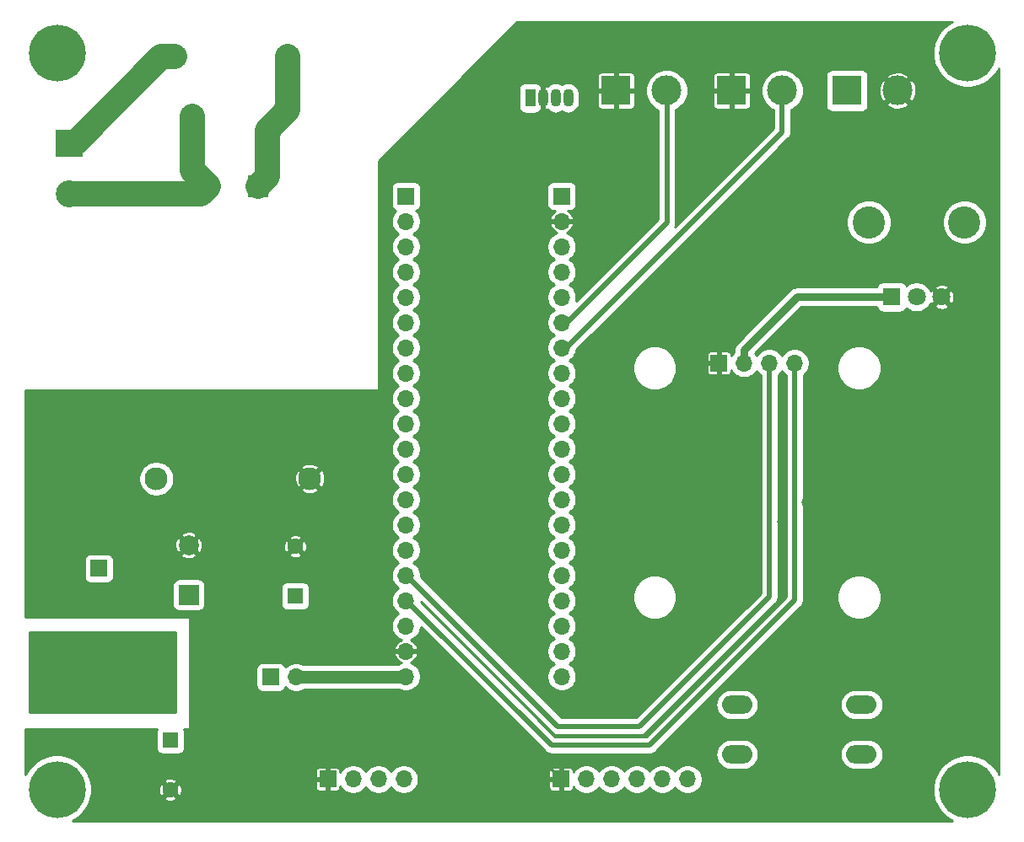
<source format=gbr>
G04 #@! TF.GenerationSoftware,KiCad,Pcbnew,(5.1.7)-1*
G04 #@! TF.CreationDate,2021-01-09T20:06:41-03:00*
G04 #@! TF.ProjectId,PCB_CONTROLADORA_SOLDAGEM,5043425f-434f-44e5-9452-4f4c41444f52,rev?*
G04 #@! TF.SameCoordinates,Original*
G04 #@! TF.FileFunction,Copper,L2,Bot*
G04 #@! TF.FilePolarity,Positive*
%FSLAX46Y46*%
G04 Gerber Fmt 4.6, Leading zero omitted, Abs format (unit mm)*
G04 Created by KiCad (PCBNEW (5.1.7)-1) date 2021-01-09 20:06:41*
%MOMM*%
%LPD*%
G01*
G04 APERTURE LIST*
G04 #@! TA.AperFunction,ComponentPad*
%ADD10R,2.700000X2.700000*%
G04 #@! TD*
G04 #@! TA.AperFunction,ComponentPad*
%ADD11C,2.700000*%
G04 #@! TD*
G04 #@! TA.AperFunction,ComponentPad*
%ADD12R,3.000000X3.000000*%
G04 #@! TD*
G04 #@! TA.AperFunction,ComponentPad*
%ADD13C,3.000000*%
G04 #@! TD*
G04 #@! TA.AperFunction,ComponentPad*
%ADD14O,1.700000X1.700000*%
G04 #@! TD*
G04 #@! TA.AperFunction,ComponentPad*
%ADD15R,1.700000X1.700000*%
G04 #@! TD*
G04 #@! TA.AperFunction,ComponentPad*
%ADD16O,3.048000X1.850000*%
G04 #@! TD*
G04 #@! TA.AperFunction,ComponentPad*
%ADD17R,1.600000X1.600000*%
G04 #@! TD*
G04 #@! TA.AperFunction,ComponentPad*
%ADD18C,1.600000*%
G04 #@! TD*
G04 #@! TA.AperFunction,ComponentPad*
%ADD19C,2.300000*%
G04 #@! TD*
G04 #@! TA.AperFunction,ComponentPad*
%ADD20R,2.000000X2.300000*%
G04 #@! TD*
G04 #@! TA.AperFunction,ComponentPad*
%ADD21C,1.800000*%
G04 #@! TD*
G04 #@! TA.AperFunction,ComponentPad*
%ADD22C,2.000000*%
G04 #@! TD*
G04 #@! TA.AperFunction,ComponentPad*
%ADD23R,2.000000X2.000000*%
G04 #@! TD*
G04 #@! TA.AperFunction,ComponentPad*
%ADD24R,1.070000X1.800000*%
G04 #@! TD*
G04 #@! TA.AperFunction,ComponentPad*
%ADD25O,1.070000X1.800000*%
G04 #@! TD*
G04 #@! TA.AperFunction,ComponentPad*
%ADD26R,1.800000X1.800000*%
G04 #@! TD*
G04 #@! TA.AperFunction,ComponentPad*
%ADD27C,3.240000*%
G04 #@! TD*
G04 #@! TA.AperFunction,ComponentPad*
%ADD28C,5.700000*%
G04 #@! TD*
G04 #@! TA.AperFunction,ViaPad*
%ADD29C,1.016000*%
G04 #@! TD*
G04 #@! TA.AperFunction,Conductor*
%ADD30C,0.250000*%
G04 #@! TD*
G04 #@! TA.AperFunction,Conductor*
%ADD31C,0.508000*%
G04 #@! TD*
G04 #@! TA.AperFunction,Conductor*
%ADD32C,0.400000*%
G04 #@! TD*
G04 #@! TA.AperFunction,Conductor*
%ADD33C,1.270000*%
G04 #@! TD*
G04 #@! TA.AperFunction,Conductor*
%ADD34C,0.762000*%
G04 #@! TD*
G04 #@! TA.AperFunction,Conductor*
%ADD35C,2.540000*%
G04 #@! TD*
G04 #@! TA.AperFunction,Conductor*
%ADD36C,0.254000*%
G04 #@! TD*
G04 #@! TA.AperFunction,Conductor*
%ADD37C,0.100000*%
G04 #@! TD*
G04 APERTURE END LIST*
D10*
X107140000Y-75840000D03*
D11*
X107140000Y-80920000D03*
D12*
X185240000Y-70570000D03*
D13*
X190320000Y-70570000D03*
X167140000Y-70570000D03*
D12*
X162060000Y-70570000D03*
D14*
X140960000Y-129425001D03*
X140960000Y-126885001D03*
X140960000Y-124345001D03*
X140960000Y-121805001D03*
X140960000Y-119265001D03*
X140960000Y-116725001D03*
X140960000Y-114185001D03*
X140960000Y-111645001D03*
X140960000Y-109105001D03*
X140960000Y-106565001D03*
X140960000Y-104025001D03*
X140960000Y-101485001D03*
X140960000Y-98945001D03*
X140960000Y-96405001D03*
X140960000Y-93865001D03*
X140960000Y-91325001D03*
X140960000Y-88785001D03*
X140960000Y-86245001D03*
X140960000Y-83705001D03*
D15*
X140960000Y-81165001D03*
X156605001Y-81165001D03*
D14*
X156605001Y-83705001D03*
X156605001Y-86245001D03*
X156605001Y-88785001D03*
X156605001Y-91325001D03*
X156605001Y-93865001D03*
X156605001Y-96405001D03*
X156605001Y-98945001D03*
X156605001Y-101485001D03*
X156605001Y-104025001D03*
X156605001Y-106565001D03*
X156605001Y-109105001D03*
X156605001Y-111645001D03*
X156605001Y-114185001D03*
X156605001Y-116725001D03*
X156605001Y-119265001D03*
X156605001Y-121805001D03*
X156605001Y-124345001D03*
X156605001Y-126885001D03*
X156605001Y-129425001D03*
D16*
X186710000Y-132250000D03*
X186710000Y-137250000D03*
X174210000Y-132250000D03*
X174210000Y-137250000D03*
D15*
X172370000Y-97950000D03*
D14*
X174910000Y-97950000D03*
X177450000Y-97950000D03*
X179990000Y-97950000D03*
D15*
X133130000Y-139740000D03*
D14*
X135670000Y-139740000D03*
X138210000Y-139740000D03*
X140750000Y-139740000D03*
D12*
X173660000Y-70570000D03*
D13*
X178740000Y-70570000D03*
D17*
X129840000Y-121340000D03*
D18*
X129840000Y-116340000D03*
D17*
X117320000Y-135790000D03*
D18*
X117320000Y-140790000D03*
D15*
X127400000Y-129490000D03*
D14*
X129940000Y-129490000D03*
D19*
X131310000Y-109550000D03*
D20*
X126110000Y-80150000D03*
D19*
X121110000Y-80150000D03*
X115910000Y-109550000D03*
D21*
X127070000Y-74560000D03*
X119570000Y-73160000D03*
D22*
X129120000Y-67150000D03*
X117720000Y-67150000D03*
X119160000Y-116220000D03*
D23*
X119160000Y-121220000D03*
D24*
X153440000Y-71320000D03*
D25*
X154710000Y-71320000D03*
X155980000Y-71320000D03*
X157250000Y-71320000D03*
D26*
X189730000Y-91300000D03*
D21*
X192230000Y-91300000D03*
X194730000Y-91300000D03*
D27*
X197030000Y-83800000D03*
X187430000Y-83800000D03*
D15*
X156530000Y-139740000D03*
D14*
X159070000Y-139740000D03*
X161610000Y-139740000D03*
X164150000Y-139740000D03*
X166690000Y-139740000D03*
X169230000Y-139740000D03*
D15*
X110140000Y-118570000D03*
D28*
X197340000Y-66770000D03*
X105940000Y-140770000D03*
X197340000Y-140770000D03*
X105940000Y-66770000D03*
D29*
X125140000Y-113570000D03*
X128140000Y-113570000D03*
X131140000Y-113570000D03*
X134140000Y-113570000D03*
X137140000Y-113570000D03*
X125140000Y-116570000D03*
X122140000Y-113570000D03*
X119140000Y-113570000D03*
X134140000Y-116570000D03*
X134140000Y-119570000D03*
X134140000Y-122570000D03*
X134140000Y-125570000D03*
X131140000Y-125570000D03*
X122140000Y-133570000D03*
X120280000Y-133570000D03*
X131140000Y-132570000D03*
X131140000Y-135570000D03*
X134140000Y-135570000D03*
X128140000Y-135570000D03*
X128140000Y-132570000D03*
X128140000Y-138570000D03*
X128140000Y-141570000D03*
X125140000Y-143270000D03*
X122140000Y-141570000D03*
X119140000Y-141570000D03*
X115140000Y-141570000D03*
X112140000Y-141570000D03*
X112140000Y-138570000D03*
X112140000Y-136570000D03*
X119140000Y-138570000D03*
X122140000Y-138570000D03*
X108140000Y-113570000D03*
X111140000Y-113570000D03*
X111140000Y-115570000D03*
X108140000Y-115570000D03*
X108140000Y-121570000D03*
X105140000Y-119570000D03*
X105140000Y-121570000D03*
X105140000Y-116570000D03*
X105140000Y-113570000D03*
X111140000Y-110570000D03*
X111140000Y-104570000D03*
X105140000Y-110570000D03*
X108140000Y-107570000D03*
X108140000Y-110570000D03*
X111140000Y-107570000D03*
X108140000Y-104570000D03*
X105140000Y-107570000D03*
X105140000Y-104570000D03*
X137140000Y-110570000D03*
X137140000Y-107570000D03*
X134140000Y-107570000D03*
X128140000Y-107570000D03*
X125140000Y-107570000D03*
X125140000Y-110570000D03*
X122140000Y-110570000D03*
X122140000Y-107570000D03*
X117140000Y-104570000D03*
X114140000Y-104570000D03*
X139140000Y-126570000D03*
X143780000Y-127240000D03*
X144140000Y-135570000D03*
X150140000Y-135570000D03*
X147140000Y-135570000D03*
X147140000Y-138570000D03*
X144140000Y-138570000D03*
X150140000Y-138570000D03*
X153140000Y-138570000D03*
X191140000Y-131570000D03*
X191140000Y-128570000D03*
X194140000Y-128570000D03*
X194140000Y-131570000D03*
X194140000Y-134570000D03*
X191140000Y-138570000D03*
X191140000Y-141570000D03*
X188140000Y-141570000D03*
X182540000Y-110370000D03*
X181140000Y-111970000D03*
X178740000Y-113870000D03*
X189140000Y-102770000D03*
X184140000Y-108770000D03*
X184740000Y-106570000D03*
X187140000Y-106570000D03*
X187140000Y-104170000D03*
X183940000Y-102070000D03*
X184740000Y-104170000D03*
X172140000Y-101570000D03*
X172140000Y-103570000D03*
X172140000Y-105570000D03*
X169140000Y-107570000D03*
X169140000Y-105570000D03*
X169140000Y-103570000D03*
X169140000Y-101570000D03*
X166140000Y-103570000D03*
X166140000Y-105570000D03*
X169940000Y-99870000D03*
X195140000Y-94570000D03*
X198140000Y-94570000D03*
X198140000Y-97570000D03*
X195140000Y-97570000D03*
X199140000Y-90570000D03*
X199140000Y-87570000D03*
X195140000Y-100570000D03*
X198140000Y-100570000D03*
X198140000Y-103570000D03*
X195140000Y-103570000D03*
X194140000Y-72570000D03*
X198140000Y-72570000D03*
X198140000Y-75570000D03*
X194140000Y-75570000D03*
X190140000Y-75570000D03*
X186140000Y-75570000D03*
X185140000Y-78570000D03*
X185140000Y-81570000D03*
X172140000Y-75570000D03*
X170140000Y-75570000D03*
X170140000Y-78570000D03*
X172140000Y-78570000D03*
X175140000Y-75570000D03*
X164140000Y-75570000D03*
X161140000Y-75570000D03*
X159040000Y-77270000D03*
X161140000Y-78570000D03*
X164140000Y-78570000D03*
X164140000Y-81570000D03*
X161140000Y-81570000D03*
X170140000Y-94570000D03*
X168140000Y-92570000D03*
X166140000Y-90570000D03*
X165140000Y-92570000D03*
X167140000Y-94570000D03*
X159140000Y-97570000D03*
X179140000Y-78570000D03*
X179140000Y-84570000D03*
X173600000Y-90350000D03*
X175140000Y-84570000D03*
X172140000Y-84570000D03*
X172140000Y-87570000D03*
X175140000Y-87570000D03*
X179140000Y-87570000D03*
X179140000Y-81570000D03*
X175140000Y-81570000D03*
X150140000Y-141570000D03*
X147140000Y-141570000D03*
X144140000Y-141570000D03*
X195140000Y-111570000D03*
X194140000Y-120570000D03*
X198140000Y-111570000D03*
X198140000Y-120570000D03*
X198140000Y-128570000D03*
X153140000Y-93570000D03*
X150140000Y-93570000D03*
X150140000Y-96570000D03*
X153140000Y-96570000D03*
X147140000Y-96570000D03*
X147140000Y-93570000D03*
X147140000Y-90570000D03*
X150140000Y-90570000D03*
X153140000Y-105570000D03*
X153140000Y-102570000D03*
X153140000Y-99570000D03*
X144140000Y-75570000D03*
X157140000Y-66570000D03*
X154140000Y-66570000D03*
X151140000Y-66570000D03*
X150140000Y-102570000D03*
X150140000Y-99570000D03*
X146140000Y-73570000D03*
X148140000Y-71570000D03*
X150140000Y-105570000D03*
X157140000Y-64570000D03*
X161140000Y-83570000D03*
X164140000Y-83570000D03*
X147140000Y-102570000D03*
X147140000Y-105570000D03*
X147140000Y-99570000D03*
X150140000Y-108570000D03*
X147140000Y-108570000D03*
X154140000Y-64570000D03*
X149890000Y-69270000D03*
X159440000Y-64920000D03*
X141940000Y-76470000D03*
X171290000Y-65070000D03*
X173610000Y-67590000D03*
X182650000Y-64970000D03*
X191030000Y-67830000D03*
X192950000Y-64990000D03*
X162110000Y-67460000D03*
X195140000Y-107570000D03*
X198140000Y-107570000D03*
X198140000Y-115570000D03*
X195140000Y-115570000D03*
X191140000Y-115570000D03*
X187140000Y-115570000D03*
X183140000Y-115570000D03*
X191140000Y-111570000D03*
X187140000Y-111570000D03*
X191140000Y-108570000D03*
X165140000Y-129570000D03*
X169940000Y-120570000D03*
X169465000Y-125195000D03*
X175140000Y-117570000D03*
X175140000Y-120570000D03*
X183140000Y-120570000D03*
X198140000Y-124570000D03*
X194140000Y-124570000D03*
X153100000Y-108570000D03*
X150140000Y-111570000D03*
X153100000Y-111570000D03*
X150140000Y-114570000D03*
X153100000Y-114570000D03*
X150140000Y-117570000D03*
X153100000Y-117570000D03*
X150140000Y-120570000D03*
X153100000Y-120570000D03*
X153100000Y-124000000D03*
X104540000Y-126170000D03*
X104540000Y-128070000D03*
X104540000Y-129970000D03*
X104540000Y-131870000D03*
X106640000Y-131870000D03*
X106640000Y-126170000D03*
X106640000Y-129970000D03*
X106640000Y-128070000D03*
X108640000Y-131870000D03*
X110740000Y-126170000D03*
X108640000Y-126170000D03*
X108640000Y-129970000D03*
X110740000Y-129970000D03*
X108640000Y-128070000D03*
X110740000Y-131870000D03*
X110740000Y-128070000D03*
X112840000Y-131870000D03*
X112840000Y-128070000D03*
X112840000Y-129970000D03*
X112840000Y-126170000D03*
D30*
X143675001Y-126885001D02*
X156530000Y-139740000D01*
X140960000Y-126885001D02*
X143675001Y-126885001D01*
D31*
X165430000Y-136340000D02*
X179990000Y-121780000D01*
X155562499Y-136340000D02*
X165430000Y-136340000D01*
X141027500Y-121805001D02*
X155562499Y-136340000D01*
X179990000Y-121780000D02*
X179990000Y-97950000D01*
D32*
X140960000Y-121805001D02*
X141027500Y-121805001D01*
D31*
X177450000Y-121420000D02*
X177450000Y-97950000D01*
X164430000Y-134440000D02*
X177450000Y-121420000D01*
X156230000Y-134440000D02*
X164430000Y-134440000D01*
X141055001Y-119265001D02*
X156230000Y-134440000D01*
D32*
X140960000Y-119265001D02*
X141055001Y-119265001D01*
D33*
X140925001Y-129460000D02*
X140960000Y-129425001D01*
X130004999Y-129425001D02*
X129940000Y-129490000D01*
X140960000Y-129425001D02*
X130004999Y-129425001D01*
D34*
X180250000Y-91300000D02*
X189730000Y-91300000D01*
X174910000Y-96640000D02*
X180250000Y-91300000D01*
X174910000Y-97950000D02*
X174910000Y-96640000D01*
D31*
X167190000Y-70620000D02*
X167140000Y-70570000D01*
X167190000Y-83820000D02*
X167190000Y-70620000D01*
X157144999Y-93865001D02*
X167190000Y-83820000D01*
X156605001Y-93865001D02*
X157144999Y-93865001D01*
X157055000Y-96405001D02*
X177940000Y-75520001D01*
X156605001Y-96405001D02*
X157055000Y-96405001D01*
X178740000Y-74720001D02*
X178740000Y-70570000D01*
X177940000Y-75520001D02*
X178740000Y-74720001D01*
D35*
X127070000Y-79190000D02*
X126110000Y-80150000D01*
X127070000Y-74560000D02*
X127070000Y-79190000D01*
X129120000Y-72510000D02*
X127070000Y-74560000D01*
X129120000Y-67150000D02*
X129120000Y-72510000D01*
X116410000Y-67150000D02*
X117720000Y-67150000D01*
X107720000Y-75840000D02*
X116410000Y-67150000D01*
X107140000Y-75840000D02*
X107720000Y-75840000D01*
X119570000Y-78610000D02*
X121110000Y-80150000D01*
X119570000Y-73160000D02*
X119570000Y-78610000D01*
X120340000Y-80920000D02*
X121110000Y-80150000D01*
X107140000Y-80920000D02*
X120340000Y-80920000D01*
D36*
X117813000Y-133043000D02*
X103167000Y-133043000D01*
X103167000Y-124997000D01*
X117813000Y-124997000D01*
X117813000Y-133043000D01*
G04 #@! TA.AperFunction,Conductor*
D37*
G36*
X117813000Y-133043000D02*
G01*
X103167000Y-133043000D01*
X103167000Y-124997000D01*
X117813000Y-124997000D01*
X117813000Y-133043000D01*
G37*
G04 #@! TD.AperFunction*
D36*
X195689234Y-63681633D02*
X195118442Y-64063024D01*
X194633024Y-64548442D01*
X194251633Y-65119234D01*
X193988927Y-65753463D01*
X193855000Y-66426758D01*
X193855000Y-67113242D01*
X193988927Y-67786537D01*
X194251633Y-68420766D01*
X194633024Y-68991558D01*
X195118442Y-69476976D01*
X195689234Y-69858367D01*
X196323463Y-70121073D01*
X196996758Y-70255000D01*
X197683242Y-70255000D01*
X198356537Y-70121073D01*
X198990766Y-69858367D01*
X199561558Y-69476976D01*
X200046976Y-68991558D01*
X200428367Y-68420766D01*
X200480000Y-68296113D01*
X200480001Y-139243889D01*
X200428367Y-139119234D01*
X200046976Y-138548442D01*
X199561558Y-138063024D01*
X198990766Y-137681633D01*
X198356537Y-137418927D01*
X197683242Y-137285000D01*
X196996758Y-137285000D01*
X196323463Y-137418927D01*
X195689234Y-137681633D01*
X195118442Y-138063024D01*
X194633024Y-138548442D01*
X194251633Y-139119234D01*
X193988927Y-139753463D01*
X193855000Y-140426758D01*
X193855000Y-141113242D01*
X193988927Y-141786537D01*
X194251633Y-142420766D01*
X194633024Y-142991558D01*
X195118442Y-143476976D01*
X195689234Y-143858367D01*
X195813887Y-143910000D01*
X107466113Y-143910000D01*
X107590766Y-143858367D01*
X108161558Y-143476976D01*
X108646976Y-142991558D01*
X109028367Y-142420766D01*
X109291073Y-141786537D01*
X109318959Y-141646342D01*
X116643263Y-141646342D01*
X116729218Y-141819207D01*
X116941358Y-141914687D01*
X117168048Y-141966945D01*
X117400578Y-141973975D01*
X117630012Y-141935505D01*
X117847532Y-141853014D01*
X117910782Y-141819207D01*
X117996737Y-141646342D01*
X117320000Y-140969605D01*
X116643263Y-141646342D01*
X109318959Y-141646342D01*
X109425000Y-141113242D01*
X109425000Y-140870578D01*
X116136025Y-140870578D01*
X116174495Y-141100012D01*
X116256986Y-141317532D01*
X116290793Y-141380782D01*
X116463658Y-141466737D01*
X117140395Y-140790000D01*
X117499605Y-140790000D01*
X118176342Y-141466737D01*
X118349207Y-141380782D01*
X118444687Y-141168642D01*
X118496945Y-140941952D01*
X118503975Y-140709422D01*
X118483952Y-140590000D01*
X131897157Y-140590000D01*
X131904513Y-140664689D01*
X131926299Y-140736508D01*
X131961678Y-140802696D01*
X132009289Y-140860711D01*
X132067304Y-140908322D01*
X132133492Y-140943701D01*
X132205311Y-140965487D01*
X132280000Y-140972843D01*
X132907750Y-140971000D01*
X133003000Y-140875750D01*
X133003000Y-139867000D01*
X131994250Y-139867000D01*
X131899000Y-139962250D01*
X131897157Y-140590000D01*
X118483952Y-140590000D01*
X118465505Y-140479988D01*
X118383014Y-140262468D01*
X118349207Y-140199218D01*
X118176342Y-140113263D01*
X117499605Y-140790000D01*
X117140395Y-140790000D01*
X116463658Y-140113263D01*
X116290793Y-140199218D01*
X116195313Y-140411358D01*
X116143055Y-140638048D01*
X116136025Y-140870578D01*
X109425000Y-140870578D01*
X109425000Y-140426758D01*
X109326917Y-139933658D01*
X116643263Y-139933658D01*
X117320000Y-140610395D01*
X117996737Y-139933658D01*
X117910782Y-139760793D01*
X117698642Y-139665313D01*
X117471952Y-139613055D01*
X117239422Y-139606025D01*
X117009988Y-139644495D01*
X116792468Y-139726986D01*
X116729218Y-139760793D01*
X116643263Y-139933658D01*
X109326917Y-139933658D01*
X109291073Y-139753463D01*
X109028367Y-139119234D01*
X108875198Y-138890000D01*
X131897157Y-138890000D01*
X131899000Y-139517750D01*
X131994250Y-139613000D01*
X133003000Y-139613000D01*
X133003000Y-138604250D01*
X133257000Y-138604250D01*
X133257000Y-139613000D01*
X133277000Y-139613000D01*
X133277000Y-139867000D01*
X133257000Y-139867000D01*
X133257000Y-140875750D01*
X133352250Y-140971000D01*
X133980000Y-140972843D01*
X134054689Y-140965487D01*
X134126508Y-140943701D01*
X134192696Y-140908322D01*
X134250711Y-140860711D01*
X134298322Y-140802696D01*
X134333701Y-140736508D01*
X134355487Y-140664689D01*
X134362843Y-140590000D01*
X134362450Y-140456042D01*
X134516525Y-140686632D01*
X134723368Y-140893475D01*
X134966589Y-141055990D01*
X135236842Y-141167932D01*
X135523740Y-141225000D01*
X135816260Y-141225000D01*
X136103158Y-141167932D01*
X136373411Y-141055990D01*
X136616632Y-140893475D01*
X136823475Y-140686632D01*
X136940000Y-140512240D01*
X137056525Y-140686632D01*
X137263368Y-140893475D01*
X137506589Y-141055990D01*
X137776842Y-141167932D01*
X138063740Y-141225000D01*
X138356260Y-141225000D01*
X138643158Y-141167932D01*
X138913411Y-141055990D01*
X139156632Y-140893475D01*
X139363475Y-140686632D01*
X139480000Y-140512240D01*
X139596525Y-140686632D01*
X139803368Y-140893475D01*
X140046589Y-141055990D01*
X140316842Y-141167932D01*
X140603740Y-141225000D01*
X140896260Y-141225000D01*
X141183158Y-141167932D01*
X141453411Y-141055990D01*
X141696632Y-140893475D01*
X141903475Y-140686632D01*
X141968042Y-140590000D01*
X155297157Y-140590000D01*
X155304513Y-140664689D01*
X155326299Y-140736508D01*
X155361678Y-140802696D01*
X155409289Y-140860711D01*
X155467304Y-140908322D01*
X155533492Y-140943701D01*
X155605311Y-140965487D01*
X155680000Y-140972843D01*
X156307750Y-140971000D01*
X156403000Y-140875750D01*
X156403000Y-139867000D01*
X155394250Y-139867000D01*
X155299000Y-139962250D01*
X155297157Y-140590000D01*
X141968042Y-140590000D01*
X142065990Y-140443411D01*
X142177932Y-140173158D01*
X142235000Y-139886260D01*
X142235000Y-139593740D01*
X142177932Y-139306842D01*
X142065990Y-139036589D01*
X141968043Y-138890000D01*
X155297157Y-138890000D01*
X155299000Y-139517750D01*
X155394250Y-139613000D01*
X156403000Y-139613000D01*
X156403000Y-138604250D01*
X156657000Y-138604250D01*
X156657000Y-139613000D01*
X156677000Y-139613000D01*
X156677000Y-139867000D01*
X156657000Y-139867000D01*
X156657000Y-140875750D01*
X156752250Y-140971000D01*
X157380000Y-140972843D01*
X157454689Y-140965487D01*
X157526508Y-140943701D01*
X157592696Y-140908322D01*
X157650711Y-140860711D01*
X157698322Y-140802696D01*
X157733701Y-140736508D01*
X157755487Y-140664689D01*
X157762843Y-140590000D01*
X157762450Y-140456042D01*
X157916525Y-140686632D01*
X158123368Y-140893475D01*
X158366589Y-141055990D01*
X158636842Y-141167932D01*
X158923740Y-141225000D01*
X159216260Y-141225000D01*
X159503158Y-141167932D01*
X159773411Y-141055990D01*
X160016632Y-140893475D01*
X160223475Y-140686632D01*
X160340000Y-140512240D01*
X160456525Y-140686632D01*
X160663368Y-140893475D01*
X160906589Y-141055990D01*
X161176842Y-141167932D01*
X161463740Y-141225000D01*
X161756260Y-141225000D01*
X162043158Y-141167932D01*
X162313411Y-141055990D01*
X162556632Y-140893475D01*
X162763475Y-140686632D01*
X162880000Y-140512240D01*
X162996525Y-140686632D01*
X163203368Y-140893475D01*
X163446589Y-141055990D01*
X163716842Y-141167932D01*
X164003740Y-141225000D01*
X164296260Y-141225000D01*
X164583158Y-141167932D01*
X164853411Y-141055990D01*
X165096632Y-140893475D01*
X165303475Y-140686632D01*
X165420000Y-140512240D01*
X165536525Y-140686632D01*
X165743368Y-140893475D01*
X165986589Y-141055990D01*
X166256842Y-141167932D01*
X166543740Y-141225000D01*
X166836260Y-141225000D01*
X167123158Y-141167932D01*
X167393411Y-141055990D01*
X167636632Y-140893475D01*
X167843475Y-140686632D01*
X167960000Y-140512240D01*
X168076525Y-140686632D01*
X168283368Y-140893475D01*
X168526589Y-141055990D01*
X168796842Y-141167932D01*
X169083740Y-141225000D01*
X169376260Y-141225000D01*
X169663158Y-141167932D01*
X169933411Y-141055990D01*
X170176632Y-140893475D01*
X170383475Y-140686632D01*
X170545990Y-140443411D01*
X170657932Y-140173158D01*
X170715000Y-139886260D01*
X170715000Y-139593740D01*
X170657932Y-139306842D01*
X170545990Y-139036589D01*
X170383475Y-138793368D01*
X170176632Y-138586525D01*
X169933411Y-138424010D01*
X169663158Y-138312068D01*
X169376260Y-138255000D01*
X169083740Y-138255000D01*
X168796842Y-138312068D01*
X168526589Y-138424010D01*
X168283368Y-138586525D01*
X168076525Y-138793368D01*
X167960000Y-138967760D01*
X167843475Y-138793368D01*
X167636632Y-138586525D01*
X167393411Y-138424010D01*
X167123158Y-138312068D01*
X166836260Y-138255000D01*
X166543740Y-138255000D01*
X166256842Y-138312068D01*
X165986589Y-138424010D01*
X165743368Y-138586525D01*
X165536525Y-138793368D01*
X165420000Y-138967760D01*
X165303475Y-138793368D01*
X165096632Y-138586525D01*
X164853411Y-138424010D01*
X164583158Y-138312068D01*
X164296260Y-138255000D01*
X164003740Y-138255000D01*
X163716842Y-138312068D01*
X163446589Y-138424010D01*
X163203368Y-138586525D01*
X162996525Y-138793368D01*
X162880000Y-138967760D01*
X162763475Y-138793368D01*
X162556632Y-138586525D01*
X162313411Y-138424010D01*
X162043158Y-138312068D01*
X161756260Y-138255000D01*
X161463740Y-138255000D01*
X161176842Y-138312068D01*
X160906589Y-138424010D01*
X160663368Y-138586525D01*
X160456525Y-138793368D01*
X160340000Y-138967760D01*
X160223475Y-138793368D01*
X160016632Y-138586525D01*
X159773411Y-138424010D01*
X159503158Y-138312068D01*
X159216260Y-138255000D01*
X158923740Y-138255000D01*
X158636842Y-138312068D01*
X158366589Y-138424010D01*
X158123368Y-138586525D01*
X157916525Y-138793368D01*
X157762450Y-139023958D01*
X157762843Y-138890000D01*
X157755487Y-138815311D01*
X157733701Y-138743492D01*
X157698322Y-138677304D01*
X157650711Y-138619289D01*
X157592696Y-138571678D01*
X157526508Y-138536299D01*
X157454689Y-138514513D01*
X157380000Y-138507157D01*
X156752250Y-138509000D01*
X156657000Y-138604250D01*
X156403000Y-138604250D01*
X156307750Y-138509000D01*
X155680000Y-138507157D01*
X155605311Y-138514513D01*
X155533492Y-138536299D01*
X155467304Y-138571678D01*
X155409289Y-138619289D01*
X155361678Y-138677304D01*
X155326299Y-138743492D01*
X155304513Y-138815311D01*
X155297157Y-138890000D01*
X141968043Y-138890000D01*
X141903475Y-138793368D01*
X141696632Y-138586525D01*
X141453411Y-138424010D01*
X141183158Y-138312068D01*
X140896260Y-138255000D01*
X140603740Y-138255000D01*
X140316842Y-138312068D01*
X140046589Y-138424010D01*
X139803368Y-138586525D01*
X139596525Y-138793368D01*
X139480000Y-138967760D01*
X139363475Y-138793368D01*
X139156632Y-138586525D01*
X138913411Y-138424010D01*
X138643158Y-138312068D01*
X138356260Y-138255000D01*
X138063740Y-138255000D01*
X137776842Y-138312068D01*
X137506589Y-138424010D01*
X137263368Y-138586525D01*
X137056525Y-138793368D01*
X136940000Y-138967760D01*
X136823475Y-138793368D01*
X136616632Y-138586525D01*
X136373411Y-138424010D01*
X136103158Y-138312068D01*
X135816260Y-138255000D01*
X135523740Y-138255000D01*
X135236842Y-138312068D01*
X134966589Y-138424010D01*
X134723368Y-138586525D01*
X134516525Y-138793368D01*
X134362450Y-139023958D01*
X134362843Y-138890000D01*
X134355487Y-138815311D01*
X134333701Y-138743492D01*
X134298322Y-138677304D01*
X134250711Y-138619289D01*
X134192696Y-138571678D01*
X134126508Y-138536299D01*
X134054689Y-138514513D01*
X133980000Y-138507157D01*
X133352250Y-138509000D01*
X133257000Y-138604250D01*
X133003000Y-138604250D01*
X132907750Y-138509000D01*
X132280000Y-138507157D01*
X132205311Y-138514513D01*
X132133492Y-138536299D01*
X132067304Y-138571678D01*
X132009289Y-138619289D01*
X131961678Y-138677304D01*
X131926299Y-138743492D01*
X131904513Y-138815311D01*
X131897157Y-138890000D01*
X108875198Y-138890000D01*
X108646976Y-138548442D01*
X108161558Y-138063024D01*
X107590766Y-137681633D01*
X106956537Y-137418927D01*
X106283242Y-137285000D01*
X105596758Y-137285000D01*
X104923463Y-137418927D01*
X104289234Y-137681633D01*
X103718442Y-138063024D01*
X103233024Y-138548442D01*
X102851633Y-139119234D01*
X102800000Y-139243887D01*
X102800000Y-137250000D01*
X172043452Y-137250000D01*
X172073572Y-137555813D01*
X172162774Y-137849875D01*
X172307631Y-138120883D01*
X172502576Y-138358424D01*
X172740117Y-138553369D01*
X173011125Y-138698226D01*
X173305187Y-138787428D01*
X173534364Y-138810000D01*
X174885636Y-138810000D01*
X175114813Y-138787428D01*
X175408875Y-138698226D01*
X175679883Y-138553369D01*
X175917424Y-138358424D01*
X176112369Y-138120883D01*
X176257226Y-137849875D01*
X176346428Y-137555813D01*
X176376548Y-137250000D01*
X184543452Y-137250000D01*
X184573572Y-137555813D01*
X184662774Y-137849875D01*
X184807631Y-138120883D01*
X185002576Y-138358424D01*
X185240117Y-138553369D01*
X185511125Y-138698226D01*
X185805187Y-138787428D01*
X186034364Y-138810000D01*
X187385636Y-138810000D01*
X187614813Y-138787428D01*
X187908875Y-138698226D01*
X188179883Y-138553369D01*
X188417424Y-138358424D01*
X188612369Y-138120883D01*
X188757226Y-137849875D01*
X188846428Y-137555813D01*
X188876548Y-137250000D01*
X188846428Y-136944187D01*
X188757226Y-136650125D01*
X188612369Y-136379117D01*
X188417424Y-136141576D01*
X188179883Y-135946631D01*
X187908875Y-135801774D01*
X187614813Y-135712572D01*
X187385636Y-135690000D01*
X186034364Y-135690000D01*
X185805187Y-135712572D01*
X185511125Y-135801774D01*
X185240117Y-135946631D01*
X185002576Y-136141576D01*
X184807631Y-136379117D01*
X184662774Y-136650125D01*
X184573572Y-136944187D01*
X184543452Y-137250000D01*
X176376548Y-137250000D01*
X176346428Y-136944187D01*
X176257226Y-136650125D01*
X176112369Y-136379117D01*
X175917424Y-136141576D01*
X175679883Y-135946631D01*
X175408875Y-135801774D01*
X175114813Y-135712572D01*
X174885636Y-135690000D01*
X173534364Y-135690000D01*
X173305187Y-135712572D01*
X173011125Y-135801774D01*
X172740117Y-135946631D01*
X172502576Y-136141576D01*
X172307631Y-136379117D01*
X172162774Y-136650125D01*
X172073572Y-136944187D01*
X172043452Y-137250000D01*
X102800000Y-137250000D01*
X102800000Y-134697000D01*
X115956593Y-134697000D01*
X115930498Y-134745820D01*
X115894188Y-134865518D01*
X115881928Y-134990000D01*
X115881928Y-136590000D01*
X115894188Y-136714482D01*
X115930498Y-136834180D01*
X115989463Y-136944494D01*
X116068815Y-137041185D01*
X116165506Y-137120537D01*
X116275820Y-137179502D01*
X116395518Y-137215812D01*
X116520000Y-137228072D01*
X118120000Y-137228072D01*
X118244482Y-137215812D01*
X118364180Y-137179502D01*
X118474494Y-137120537D01*
X118571185Y-137041185D01*
X118650537Y-136944494D01*
X118709502Y-136834180D01*
X118745812Y-136714482D01*
X118758072Y-136590000D01*
X118758072Y-134990000D01*
X118745812Y-134865518D01*
X118709502Y-134745820D01*
X118683407Y-134697000D01*
X119140000Y-134697000D01*
X119164776Y-134694560D01*
X119188601Y-134687333D01*
X119210557Y-134675597D01*
X119229803Y-134659803D01*
X119245597Y-134640557D01*
X119257333Y-134618601D01*
X119264560Y-134594776D01*
X119267000Y-134570000D01*
X119267000Y-128640000D01*
X125911928Y-128640000D01*
X125911928Y-130340000D01*
X125924188Y-130464482D01*
X125960498Y-130584180D01*
X126019463Y-130694494D01*
X126098815Y-130791185D01*
X126195506Y-130870537D01*
X126305820Y-130929502D01*
X126425518Y-130965812D01*
X126550000Y-130978072D01*
X128250000Y-130978072D01*
X128374482Y-130965812D01*
X128494180Y-130929502D01*
X128604494Y-130870537D01*
X128701185Y-130791185D01*
X128780537Y-130694494D01*
X128839502Y-130584180D01*
X128861513Y-130511620D01*
X128993368Y-130643475D01*
X129236589Y-130805990D01*
X129506842Y-130917932D01*
X129793740Y-130975000D01*
X130086260Y-130975000D01*
X130373158Y-130917932D01*
X130643411Y-130805990D01*
X130809518Y-130695001D01*
X140187760Y-130695001D01*
X140256589Y-130740991D01*
X140526842Y-130852933D01*
X140813740Y-130910001D01*
X141106260Y-130910001D01*
X141393158Y-130852933D01*
X141663411Y-130740991D01*
X141906632Y-130578476D01*
X142113475Y-130371633D01*
X142275990Y-130128412D01*
X142387932Y-129858159D01*
X142445000Y-129571261D01*
X142445000Y-129278741D01*
X142387932Y-128991843D01*
X142275990Y-128721590D01*
X142113475Y-128478369D01*
X141906632Y-128271526D01*
X141663411Y-128109011D01*
X141436100Y-128014856D01*
X141502949Y-127989800D01*
X141708052Y-127862648D01*
X141884408Y-127697925D01*
X142025239Y-127501962D01*
X142125134Y-127282289D01*
X142149489Y-127201981D01*
X142088627Y-127012001D01*
X141087000Y-127012001D01*
X141087000Y-127032001D01*
X140833000Y-127032001D01*
X140833000Y-127012001D01*
X139831373Y-127012001D01*
X139770511Y-127201981D01*
X139794866Y-127282289D01*
X139894761Y-127501962D01*
X140035592Y-127697925D01*
X140211948Y-127862648D01*
X140417051Y-127989800D01*
X140483900Y-128014856D01*
X140256589Y-128109011D01*
X140187760Y-128155001D01*
X130597519Y-128155001D01*
X130373158Y-128062068D01*
X130086260Y-128005000D01*
X129793740Y-128005000D01*
X129506842Y-128062068D01*
X129236589Y-128174010D01*
X128993368Y-128336525D01*
X128861513Y-128468380D01*
X128839502Y-128395820D01*
X128780537Y-128285506D01*
X128701185Y-128188815D01*
X128604494Y-128109463D01*
X128494180Y-128050498D01*
X128374482Y-128014188D01*
X128250000Y-128001928D01*
X126550000Y-128001928D01*
X126425518Y-128014188D01*
X126305820Y-128050498D01*
X126195506Y-128109463D01*
X126098815Y-128188815D01*
X126019463Y-128285506D01*
X125960498Y-128395820D01*
X125924188Y-128515518D01*
X125911928Y-128640000D01*
X119267000Y-128640000D01*
X119267000Y-123570000D01*
X119264560Y-123545224D01*
X119257333Y-123521399D01*
X119245597Y-123499443D01*
X119229803Y-123480197D01*
X119210557Y-123464403D01*
X119188601Y-123452667D01*
X119164776Y-123445440D01*
X119140000Y-123443000D01*
X102800000Y-123443000D01*
X102800000Y-120220000D01*
X117521928Y-120220000D01*
X117521928Y-122220000D01*
X117534188Y-122344482D01*
X117570498Y-122464180D01*
X117629463Y-122574494D01*
X117708815Y-122671185D01*
X117805506Y-122750537D01*
X117915820Y-122809502D01*
X118035518Y-122845812D01*
X118160000Y-122858072D01*
X120160000Y-122858072D01*
X120284482Y-122845812D01*
X120404180Y-122809502D01*
X120514494Y-122750537D01*
X120611185Y-122671185D01*
X120690537Y-122574494D01*
X120749502Y-122464180D01*
X120785812Y-122344482D01*
X120798072Y-122220000D01*
X120798072Y-120540000D01*
X128401928Y-120540000D01*
X128401928Y-122140000D01*
X128414188Y-122264482D01*
X128450498Y-122384180D01*
X128509463Y-122494494D01*
X128588815Y-122591185D01*
X128685506Y-122670537D01*
X128795820Y-122729502D01*
X128915518Y-122765812D01*
X129040000Y-122778072D01*
X130640000Y-122778072D01*
X130764482Y-122765812D01*
X130884180Y-122729502D01*
X130994494Y-122670537D01*
X131091185Y-122591185D01*
X131170537Y-122494494D01*
X131229502Y-122384180D01*
X131265812Y-122264482D01*
X131278072Y-122140000D01*
X131278072Y-120540000D01*
X131265812Y-120415518D01*
X131229502Y-120295820D01*
X131170537Y-120185506D01*
X131091185Y-120088815D01*
X130994494Y-120009463D01*
X130884180Y-119950498D01*
X130764482Y-119914188D01*
X130640000Y-119901928D01*
X129040000Y-119901928D01*
X128915518Y-119914188D01*
X128795820Y-119950498D01*
X128685506Y-120009463D01*
X128588815Y-120088815D01*
X128509463Y-120185506D01*
X128450498Y-120295820D01*
X128414188Y-120415518D01*
X128401928Y-120540000D01*
X120798072Y-120540000D01*
X120798072Y-120220000D01*
X120785812Y-120095518D01*
X120749502Y-119975820D01*
X120690537Y-119865506D01*
X120611185Y-119768815D01*
X120514494Y-119689463D01*
X120404180Y-119630498D01*
X120284482Y-119594188D01*
X120160000Y-119581928D01*
X118160000Y-119581928D01*
X118035518Y-119594188D01*
X117915820Y-119630498D01*
X117805506Y-119689463D01*
X117708815Y-119768815D01*
X117629463Y-119865506D01*
X117570498Y-119975820D01*
X117534188Y-120095518D01*
X117521928Y-120220000D01*
X102800000Y-120220000D01*
X102800000Y-117720000D01*
X108651928Y-117720000D01*
X108651928Y-119420000D01*
X108664188Y-119544482D01*
X108700498Y-119664180D01*
X108759463Y-119774494D01*
X108838815Y-119871185D01*
X108935506Y-119950537D01*
X109045820Y-120009502D01*
X109165518Y-120045812D01*
X109290000Y-120058072D01*
X110990000Y-120058072D01*
X111114482Y-120045812D01*
X111234180Y-120009502D01*
X111344494Y-119950537D01*
X111441185Y-119871185D01*
X111520537Y-119774494D01*
X111579502Y-119664180D01*
X111615812Y-119544482D01*
X111628072Y-119420000D01*
X111628072Y-117720000D01*
X111615812Y-117595518D01*
X111579502Y-117475820D01*
X111520537Y-117365506D01*
X111441185Y-117268815D01*
X111380811Y-117219267D01*
X118340338Y-117219267D01*
X118450510Y-117412596D01*
X118696806Y-117528095D01*
X118960903Y-117593324D01*
X119232651Y-117605778D01*
X119501607Y-117564977D01*
X119757435Y-117472490D01*
X119869490Y-117412596D01*
X119979662Y-117219267D01*
X119956737Y-117196342D01*
X129163263Y-117196342D01*
X129249218Y-117369207D01*
X129461358Y-117464687D01*
X129688048Y-117516945D01*
X129920578Y-117523975D01*
X130150012Y-117485505D01*
X130367532Y-117403014D01*
X130430782Y-117369207D01*
X130516737Y-117196342D01*
X129840000Y-116519605D01*
X129163263Y-117196342D01*
X119956737Y-117196342D01*
X119160000Y-116399605D01*
X118340338Y-117219267D01*
X111380811Y-117219267D01*
X111344494Y-117189463D01*
X111234180Y-117130498D01*
X111114482Y-117094188D01*
X110990000Y-117081928D01*
X109290000Y-117081928D01*
X109165518Y-117094188D01*
X109045820Y-117130498D01*
X108935506Y-117189463D01*
X108838815Y-117268815D01*
X108759463Y-117365506D01*
X108700498Y-117475820D01*
X108664188Y-117595518D01*
X108651928Y-117720000D01*
X102800000Y-117720000D01*
X102800000Y-116292651D01*
X117774222Y-116292651D01*
X117815023Y-116561607D01*
X117907510Y-116817435D01*
X117967404Y-116929490D01*
X118160733Y-117039662D01*
X118980395Y-116220000D01*
X119339605Y-116220000D01*
X120159267Y-117039662D01*
X120352596Y-116929490D01*
X120468095Y-116683194D01*
X120532958Y-116420578D01*
X128656025Y-116420578D01*
X128694495Y-116650012D01*
X128776986Y-116867532D01*
X128810793Y-116930782D01*
X128983658Y-117016737D01*
X129660395Y-116340000D01*
X130019605Y-116340000D01*
X130696342Y-117016737D01*
X130869207Y-116930782D01*
X130964687Y-116718642D01*
X131016945Y-116491952D01*
X131023975Y-116259422D01*
X130985505Y-116029988D01*
X130903014Y-115812468D01*
X130869207Y-115749218D01*
X130696342Y-115663263D01*
X130019605Y-116340000D01*
X129660395Y-116340000D01*
X128983658Y-115663263D01*
X128810793Y-115749218D01*
X128715313Y-115961358D01*
X128663055Y-116188048D01*
X128656025Y-116420578D01*
X120532958Y-116420578D01*
X120533324Y-116419097D01*
X120545778Y-116147349D01*
X120504977Y-115878393D01*
X120412490Y-115622565D01*
X120352596Y-115510510D01*
X120305477Y-115483658D01*
X129163263Y-115483658D01*
X129840000Y-116160395D01*
X130516737Y-115483658D01*
X130430782Y-115310793D01*
X130218642Y-115215313D01*
X129991952Y-115163055D01*
X129759422Y-115156025D01*
X129529988Y-115194495D01*
X129312468Y-115276986D01*
X129249218Y-115310793D01*
X129163263Y-115483658D01*
X120305477Y-115483658D01*
X120159267Y-115400338D01*
X119339605Y-116220000D01*
X118980395Y-116220000D01*
X118160733Y-115400338D01*
X117967404Y-115510510D01*
X117851905Y-115756806D01*
X117786676Y-116020903D01*
X117774222Y-116292651D01*
X102800000Y-116292651D01*
X102800000Y-115220733D01*
X118340338Y-115220733D01*
X119160000Y-116040395D01*
X119979662Y-115220733D01*
X119869490Y-115027404D01*
X119623194Y-114911905D01*
X119359097Y-114846676D01*
X119087349Y-114834222D01*
X118818393Y-114875023D01*
X118562565Y-114967510D01*
X118450510Y-115027404D01*
X118340338Y-115220733D01*
X102800000Y-115220733D01*
X102800000Y-109374193D01*
X114125000Y-109374193D01*
X114125000Y-109725807D01*
X114193596Y-110070665D01*
X114328153Y-110395515D01*
X114523500Y-110687871D01*
X114772129Y-110936500D01*
X115064485Y-111131847D01*
X115389335Y-111266404D01*
X115734193Y-111335000D01*
X116085807Y-111335000D01*
X116430665Y-111266404D01*
X116755515Y-111131847D01*
X117047871Y-110936500D01*
X117296500Y-110687871D01*
X117317588Y-110656310D01*
X130383295Y-110656310D01*
X130511578Y-110864999D01*
X130783463Y-110995496D01*
X131075583Y-111070444D01*
X131376711Y-111086961D01*
X131675275Y-111044414D01*
X131959802Y-110944438D01*
X132108422Y-110864999D01*
X132236705Y-110656310D01*
X131310000Y-109729605D01*
X130383295Y-110656310D01*
X117317588Y-110656310D01*
X117491847Y-110395515D01*
X117626404Y-110070665D01*
X117695000Y-109725807D01*
X117695000Y-109616711D01*
X129773039Y-109616711D01*
X129815586Y-109915275D01*
X129915562Y-110199802D01*
X129995001Y-110348422D01*
X130203690Y-110476705D01*
X131130395Y-109550000D01*
X131489605Y-109550000D01*
X132416310Y-110476705D01*
X132624999Y-110348422D01*
X132755496Y-110076537D01*
X132830444Y-109784417D01*
X132846961Y-109483289D01*
X132804414Y-109184725D01*
X132704438Y-108900198D01*
X132624999Y-108751578D01*
X132416310Y-108623295D01*
X131489605Y-109550000D01*
X131130395Y-109550000D01*
X130203690Y-108623295D01*
X129995001Y-108751578D01*
X129864504Y-109023463D01*
X129789556Y-109315583D01*
X129773039Y-109616711D01*
X117695000Y-109616711D01*
X117695000Y-109374193D01*
X117626404Y-109029335D01*
X117491847Y-108704485D01*
X117317589Y-108443690D01*
X130383295Y-108443690D01*
X131310000Y-109370395D01*
X132236705Y-108443690D01*
X132108422Y-108235001D01*
X131836537Y-108104504D01*
X131544417Y-108029556D01*
X131243289Y-108013039D01*
X130944725Y-108055586D01*
X130660198Y-108155562D01*
X130511578Y-108235001D01*
X130383295Y-108443690D01*
X117317589Y-108443690D01*
X117296500Y-108412129D01*
X117047871Y-108163500D01*
X116755515Y-107968153D01*
X116430665Y-107833596D01*
X116085807Y-107765000D01*
X115734193Y-107765000D01*
X115389335Y-107833596D01*
X115064485Y-107968153D01*
X114772129Y-108163500D01*
X114523500Y-108412129D01*
X114328153Y-108704485D01*
X114193596Y-109029335D01*
X114125000Y-109374193D01*
X102800000Y-109374193D01*
X102800000Y-100696634D01*
X138150071Y-100677000D01*
X138174846Y-100674546D01*
X138198666Y-100667306D01*
X138220616Y-100655557D01*
X138239852Y-100639753D01*
X138255636Y-100620499D01*
X138267360Y-100598536D01*
X138274573Y-100574707D01*
X138277000Y-100550000D01*
X138277000Y-80315001D01*
X139471928Y-80315001D01*
X139471928Y-82015001D01*
X139484188Y-82139483D01*
X139520498Y-82259181D01*
X139579463Y-82369495D01*
X139658815Y-82466186D01*
X139755506Y-82545538D01*
X139865820Y-82604503D01*
X139938380Y-82626514D01*
X139806525Y-82758369D01*
X139644010Y-83001590D01*
X139532068Y-83271843D01*
X139475000Y-83558741D01*
X139475000Y-83851261D01*
X139532068Y-84138159D01*
X139644010Y-84408412D01*
X139806525Y-84651633D01*
X140013368Y-84858476D01*
X140187760Y-84975001D01*
X140013368Y-85091526D01*
X139806525Y-85298369D01*
X139644010Y-85541590D01*
X139532068Y-85811843D01*
X139475000Y-86098741D01*
X139475000Y-86391261D01*
X139532068Y-86678159D01*
X139644010Y-86948412D01*
X139806525Y-87191633D01*
X140013368Y-87398476D01*
X140187760Y-87515001D01*
X140013368Y-87631526D01*
X139806525Y-87838369D01*
X139644010Y-88081590D01*
X139532068Y-88351843D01*
X139475000Y-88638741D01*
X139475000Y-88931261D01*
X139532068Y-89218159D01*
X139644010Y-89488412D01*
X139806525Y-89731633D01*
X140013368Y-89938476D01*
X140187760Y-90055001D01*
X140013368Y-90171526D01*
X139806525Y-90378369D01*
X139644010Y-90621590D01*
X139532068Y-90891843D01*
X139475000Y-91178741D01*
X139475000Y-91471261D01*
X139532068Y-91758159D01*
X139644010Y-92028412D01*
X139806525Y-92271633D01*
X140013368Y-92478476D01*
X140187760Y-92595001D01*
X140013368Y-92711526D01*
X139806525Y-92918369D01*
X139644010Y-93161590D01*
X139532068Y-93431843D01*
X139475000Y-93718741D01*
X139475000Y-94011261D01*
X139532068Y-94298159D01*
X139644010Y-94568412D01*
X139806525Y-94811633D01*
X140013368Y-95018476D01*
X140187760Y-95135001D01*
X140013368Y-95251526D01*
X139806525Y-95458369D01*
X139644010Y-95701590D01*
X139532068Y-95971843D01*
X139475000Y-96258741D01*
X139475000Y-96551261D01*
X139532068Y-96838159D01*
X139644010Y-97108412D01*
X139806525Y-97351633D01*
X140013368Y-97558476D01*
X140187760Y-97675001D01*
X140013368Y-97791526D01*
X139806525Y-97998369D01*
X139644010Y-98241590D01*
X139532068Y-98511843D01*
X139475000Y-98798741D01*
X139475000Y-99091261D01*
X139532068Y-99378159D01*
X139644010Y-99648412D01*
X139806525Y-99891633D01*
X140013368Y-100098476D01*
X140187760Y-100215001D01*
X140013368Y-100331526D01*
X139806525Y-100538369D01*
X139644010Y-100781590D01*
X139532068Y-101051843D01*
X139475000Y-101338741D01*
X139475000Y-101631261D01*
X139532068Y-101918159D01*
X139644010Y-102188412D01*
X139806525Y-102431633D01*
X140013368Y-102638476D01*
X140187760Y-102755001D01*
X140013368Y-102871526D01*
X139806525Y-103078369D01*
X139644010Y-103321590D01*
X139532068Y-103591843D01*
X139475000Y-103878741D01*
X139475000Y-104171261D01*
X139532068Y-104458159D01*
X139644010Y-104728412D01*
X139806525Y-104971633D01*
X140013368Y-105178476D01*
X140187760Y-105295001D01*
X140013368Y-105411526D01*
X139806525Y-105618369D01*
X139644010Y-105861590D01*
X139532068Y-106131843D01*
X139475000Y-106418741D01*
X139475000Y-106711261D01*
X139532068Y-106998159D01*
X139644010Y-107268412D01*
X139806525Y-107511633D01*
X140013368Y-107718476D01*
X140187760Y-107835001D01*
X140013368Y-107951526D01*
X139806525Y-108158369D01*
X139644010Y-108401590D01*
X139532068Y-108671843D01*
X139475000Y-108958741D01*
X139475000Y-109251261D01*
X139532068Y-109538159D01*
X139644010Y-109808412D01*
X139806525Y-110051633D01*
X140013368Y-110258476D01*
X140187760Y-110375001D01*
X140013368Y-110491526D01*
X139806525Y-110698369D01*
X139644010Y-110941590D01*
X139532068Y-111211843D01*
X139475000Y-111498741D01*
X139475000Y-111791261D01*
X139532068Y-112078159D01*
X139644010Y-112348412D01*
X139806525Y-112591633D01*
X140013368Y-112798476D01*
X140187760Y-112915001D01*
X140013368Y-113031526D01*
X139806525Y-113238369D01*
X139644010Y-113481590D01*
X139532068Y-113751843D01*
X139475000Y-114038741D01*
X139475000Y-114331261D01*
X139532068Y-114618159D01*
X139644010Y-114888412D01*
X139806525Y-115131633D01*
X140013368Y-115338476D01*
X140187760Y-115455001D01*
X140013368Y-115571526D01*
X139806525Y-115778369D01*
X139644010Y-116021590D01*
X139532068Y-116291843D01*
X139475000Y-116578741D01*
X139475000Y-116871261D01*
X139532068Y-117158159D01*
X139644010Y-117428412D01*
X139806525Y-117671633D01*
X140013368Y-117878476D01*
X140187760Y-117995001D01*
X140013368Y-118111526D01*
X139806525Y-118318369D01*
X139644010Y-118561590D01*
X139532068Y-118831843D01*
X139475000Y-119118741D01*
X139475000Y-119411261D01*
X139532068Y-119698159D01*
X139644010Y-119968412D01*
X139806525Y-120211633D01*
X140013368Y-120418476D01*
X140187760Y-120535001D01*
X140013368Y-120651526D01*
X139806525Y-120858369D01*
X139644010Y-121101590D01*
X139532068Y-121371843D01*
X139475000Y-121658741D01*
X139475000Y-121951261D01*
X139532068Y-122238159D01*
X139644010Y-122508412D01*
X139806525Y-122751633D01*
X140013368Y-122958476D01*
X140187760Y-123075001D01*
X140013368Y-123191526D01*
X139806525Y-123398369D01*
X139644010Y-123641590D01*
X139532068Y-123911843D01*
X139475000Y-124198741D01*
X139475000Y-124491261D01*
X139532068Y-124778159D01*
X139644010Y-125048412D01*
X139806525Y-125291633D01*
X140013368Y-125498476D01*
X140256589Y-125660991D01*
X140483900Y-125755146D01*
X140417051Y-125780202D01*
X140211948Y-125907354D01*
X140035592Y-126072077D01*
X139894761Y-126268040D01*
X139794866Y-126487713D01*
X139770511Y-126568021D01*
X139831373Y-126758001D01*
X140833000Y-126758001D01*
X140833000Y-126738001D01*
X141087000Y-126738001D01*
X141087000Y-126758001D01*
X142088627Y-126758001D01*
X142149489Y-126568021D01*
X142125134Y-126487713D01*
X142025239Y-126268040D01*
X141884408Y-126072077D01*
X141708052Y-125907354D01*
X141502949Y-125780202D01*
X141436100Y-125755146D01*
X141663411Y-125660991D01*
X141906632Y-125498476D01*
X142113475Y-125291633D01*
X142275990Y-125048412D01*
X142387932Y-124778159D01*
X142445000Y-124491261D01*
X142445000Y-124479736D01*
X154903005Y-136937742D01*
X154930840Y-136971659D01*
X155066208Y-137082753D01*
X155220648Y-137165303D01*
X155337391Y-137200716D01*
X155388224Y-137216136D01*
X155404824Y-137217771D01*
X155518832Y-137229000D01*
X155518839Y-137229000D01*
X155562499Y-137233300D01*
X155606159Y-137229000D01*
X165386340Y-137229000D01*
X165430000Y-137233300D01*
X165473660Y-137229000D01*
X165473667Y-137229000D01*
X165604274Y-137216136D01*
X165771851Y-137165303D01*
X165926291Y-137082753D01*
X166061659Y-136971659D01*
X166089499Y-136937736D01*
X170777235Y-132250000D01*
X172043452Y-132250000D01*
X172073572Y-132555813D01*
X172162774Y-132849875D01*
X172307631Y-133120883D01*
X172502576Y-133358424D01*
X172740117Y-133553369D01*
X173011125Y-133698226D01*
X173305187Y-133787428D01*
X173534364Y-133810000D01*
X174885636Y-133810000D01*
X175114813Y-133787428D01*
X175408875Y-133698226D01*
X175679883Y-133553369D01*
X175917424Y-133358424D01*
X176112369Y-133120883D01*
X176257226Y-132849875D01*
X176346428Y-132555813D01*
X176376548Y-132250000D01*
X184543452Y-132250000D01*
X184573572Y-132555813D01*
X184662774Y-132849875D01*
X184807631Y-133120883D01*
X185002576Y-133358424D01*
X185240117Y-133553369D01*
X185511125Y-133698226D01*
X185805187Y-133787428D01*
X186034364Y-133810000D01*
X187385636Y-133810000D01*
X187614813Y-133787428D01*
X187908875Y-133698226D01*
X188179883Y-133553369D01*
X188417424Y-133358424D01*
X188612369Y-133120883D01*
X188757226Y-132849875D01*
X188846428Y-132555813D01*
X188876548Y-132250000D01*
X188846428Y-131944187D01*
X188757226Y-131650125D01*
X188612369Y-131379117D01*
X188417424Y-131141576D01*
X188179883Y-130946631D01*
X187908875Y-130801774D01*
X187614813Y-130712572D01*
X187385636Y-130690000D01*
X186034364Y-130690000D01*
X185805187Y-130712572D01*
X185511125Y-130801774D01*
X185240117Y-130946631D01*
X185002576Y-131141576D01*
X184807631Y-131379117D01*
X184662774Y-131650125D01*
X184573572Y-131944187D01*
X184543452Y-132250000D01*
X176376548Y-132250000D01*
X176346428Y-131944187D01*
X176257226Y-131650125D01*
X176112369Y-131379117D01*
X175917424Y-131141576D01*
X175679883Y-130946631D01*
X175408875Y-130801774D01*
X175114813Y-130712572D01*
X174885636Y-130690000D01*
X173534364Y-130690000D01*
X173305187Y-130712572D01*
X173011125Y-130801774D01*
X172740117Y-130946631D01*
X172502576Y-131141576D01*
X172307631Y-131379117D01*
X172162774Y-131650125D01*
X172073572Y-131944187D01*
X172043452Y-132250000D01*
X170777235Y-132250000D01*
X180587743Y-122439493D01*
X180621659Y-122411659D01*
X180732753Y-122276291D01*
X180815303Y-122121851D01*
X180846884Y-122017741D01*
X180866136Y-121954276D01*
X180869877Y-121916290D01*
X180879000Y-121823667D01*
X180879000Y-121823661D01*
X180883300Y-121780001D01*
X180879000Y-121736341D01*
X180879000Y-121219872D01*
X184195000Y-121219872D01*
X184195000Y-121660128D01*
X184280890Y-122091925D01*
X184449369Y-122498669D01*
X184693962Y-122864729D01*
X185005271Y-123176038D01*
X185371331Y-123420631D01*
X185778075Y-123589110D01*
X186209872Y-123675000D01*
X186650128Y-123675000D01*
X187081925Y-123589110D01*
X187488669Y-123420631D01*
X187854729Y-123176038D01*
X188166038Y-122864729D01*
X188410631Y-122498669D01*
X188579110Y-122091925D01*
X188665000Y-121660128D01*
X188665000Y-121219872D01*
X188579110Y-120788075D01*
X188410631Y-120381331D01*
X188166038Y-120015271D01*
X187854729Y-119703962D01*
X187488669Y-119459369D01*
X187081925Y-119290890D01*
X186650128Y-119205000D01*
X186209872Y-119205000D01*
X185778075Y-119290890D01*
X185371331Y-119459369D01*
X185005271Y-119703962D01*
X184693962Y-120015271D01*
X184449369Y-120381331D01*
X184280890Y-120788075D01*
X184195000Y-121219872D01*
X180879000Y-121219872D01*
X180879000Y-99141983D01*
X180936632Y-99103475D01*
X181143475Y-98896632D01*
X181305990Y-98653411D01*
X181417932Y-98383158D01*
X181450411Y-98219872D01*
X184195000Y-98219872D01*
X184195000Y-98660128D01*
X184280890Y-99091925D01*
X184449369Y-99498669D01*
X184693962Y-99864729D01*
X185005271Y-100176038D01*
X185371331Y-100420631D01*
X185778075Y-100589110D01*
X186209872Y-100675000D01*
X186650128Y-100675000D01*
X187081925Y-100589110D01*
X187488669Y-100420631D01*
X187854729Y-100176038D01*
X188166038Y-99864729D01*
X188410631Y-99498669D01*
X188579110Y-99091925D01*
X188665000Y-98660128D01*
X188665000Y-98219872D01*
X188579110Y-97788075D01*
X188410631Y-97381331D01*
X188166038Y-97015271D01*
X187854729Y-96703962D01*
X187488669Y-96459369D01*
X187081925Y-96290890D01*
X186650128Y-96205000D01*
X186209872Y-96205000D01*
X185778075Y-96290890D01*
X185371331Y-96459369D01*
X185005271Y-96703962D01*
X184693962Y-97015271D01*
X184449369Y-97381331D01*
X184280890Y-97788075D01*
X184195000Y-98219872D01*
X181450411Y-98219872D01*
X181475000Y-98096260D01*
X181475000Y-97803740D01*
X181417932Y-97516842D01*
X181305990Y-97246589D01*
X181143475Y-97003368D01*
X180936632Y-96796525D01*
X180693411Y-96634010D01*
X180423158Y-96522068D01*
X180136260Y-96465000D01*
X179843740Y-96465000D01*
X179556842Y-96522068D01*
X179286589Y-96634010D01*
X179043368Y-96796525D01*
X178836525Y-97003368D01*
X178720000Y-97177760D01*
X178603475Y-97003368D01*
X178396632Y-96796525D01*
X178153411Y-96634010D01*
X177883158Y-96522068D01*
X177596260Y-96465000D01*
X177303740Y-96465000D01*
X177016842Y-96522068D01*
X176746589Y-96634010D01*
X176503368Y-96796525D01*
X176296525Y-97003368D01*
X176180000Y-97177760D01*
X176063475Y-97003368D01*
X176023474Y-96963367D01*
X180670841Y-92316000D01*
X188203353Y-92316000D01*
X188204188Y-92324482D01*
X188240498Y-92444180D01*
X188299463Y-92554494D01*
X188378815Y-92651185D01*
X188475506Y-92730537D01*
X188585820Y-92789502D01*
X188705518Y-92825812D01*
X188830000Y-92838072D01*
X190630000Y-92838072D01*
X190754482Y-92825812D01*
X190874180Y-92789502D01*
X190984494Y-92730537D01*
X191081185Y-92651185D01*
X191160537Y-92554494D01*
X191213880Y-92454697D01*
X191251495Y-92492312D01*
X191502905Y-92660299D01*
X191782257Y-92776011D01*
X192078816Y-92835000D01*
X192381184Y-92835000D01*
X192677743Y-92776011D01*
X192957095Y-92660299D01*
X193208505Y-92492312D01*
X193422312Y-92278505D01*
X193456165Y-92227839D01*
X193981766Y-92227839D01*
X194079840Y-92410933D01*
X194309065Y-92516427D01*
X194554466Y-92575174D01*
X194806614Y-92584916D01*
X195055816Y-92545280D01*
X195292498Y-92457788D01*
X195380160Y-92410933D01*
X195478234Y-92227839D01*
X194730000Y-91479605D01*
X193981766Y-92227839D01*
X193456165Y-92227839D01*
X193590299Y-92027095D01*
X193621604Y-91951519D01*
X193802161Y-92048234D01*
X194550395Y-91300000D01*
X194909605Y-91300000D01*
X195657839Y-92048234D01*
X195840933Y-91950160D01*
X195946427Y-91720935D01*
X196005174Y-91475534D01*
X196014916Y-91223386D01*
X195975280Y-90974184D01*
X195887788Y-90737502D01*
X195840933Y-90649840D01*
X195657839Y-90551766D01*
X194909605Y-91300000D01*
X194550395Y-91300000D01*
X193802161Y-90551766D01*
X193621604Y-90648481D01*
X193590299Y-90572905D01*
X193456166Y-90372161D01*
X193981766Y-90372161D01*
X194730000Y-91120395D01*
X195478234Y-90372161D01*
X195380160Y-90189067D01*
X195150935Y-90083573D01*
X194905534Y-90024826D01*
X194653386Y-90015084D01*
X194404184Y-90054720D01*
X194167502Y-90142212D01*
X194079840Y-90189067D01*
X193981766Y-90372161D01*
X193456166Y-90372161D01*
X193422312Y-90321495D01*
X193208505Y-90107688D01*
X192957095Y-89939701D01*
X192677743Y-89823989D01*
X192381184Y-89765000D01*
X192078816Y-89765000D01*
X191782257Y-89823989D01*
X191502905Y-89939701D01*
X191251495Y-90107688D01*
X191213880Y-90145303D01*
X191160537Y-90045506D01*
X191081185Y-89948815D01*
X190984494Y-89869463D01*
X190874180Y-89810498D01*
X190754482Y-89774188D01*
X190630000Y-89761928D01*
X188830000Y-89761928D01*
X188705518Y-89774188D01*
X188585820Y-89810498D01*
X188475506Y-89869463D01*
X188378815Y-89948815D01*
X188299463Y-90045506D01*
X188240498Y-90155820D01*
X188204188Y-90275518D01*
X188203353Y-90284000D01*
X180299893Y-90284000D01*
X180249999Y-90279086D01*
X180200105Y-90284000D01*
X180200098Y-90284000D01*
X180070177Y-90296796D01*
X180050828Y-90298702D01*
X179992732Y-90316326D01*
X179859313Y-90356798D01*
X179682810Y-90451140D01*
X179528104Y-90578104D01*
X179496292Y-90616867D01*
X174226868Y-95886292D01*
X174188105Y-95918104D01*
X174061141Y-96072810D01*
X173998995Y-96189078D01*
X173966799Y-96249313D01*
X173908702Y-96440830D01*
X173889085Y-96640000D01*
X173894001Y-96689911D01*
X173894001Y-96865892D01*
X173756525Y-97003368D01*
X173602450Y-97233958D01*
X173602843Y-97100000D01*
X173595487Y-97025311D01*
X173573701Y-96953492D01*
X173538322Y-96887304D01*
X173490711Y-96829289D01*
X173432696Y-96781678D01*
X173366508Y-96746299D01*
X173294689Y-96724513D01*
X173220000Y-96717157D01*
X172592250Y-96719000D01*
X172497000Y-96814250D01*
X172497000Y-97823000D01*
X172517000Y-97823000D01*
X172517000Y-98077000D01*
X172497000Y-98077000D01*
X172497000Y-99085750D01*
X172592250Y-99181000D01*
X173220000Y-99182843D01*
X173294689Y-99175487D01*
X173366508Y-99153701D01*
X173432696Y-99118322D01*
X173490711Y-99070711D01*
X173538322Y-99012696D01*
X173573701Y-98946508D01*
X173595487Y-98874689D01*
X173602843Y-98800000D01*
X173602450Y-98666042D01*
X173756525Y-98896632D01*
X173963368Y-99103475D01*
X174206589Y-99265990D01*
X174476842Y-99377932D01*
X174763740Y-99435000D01*
X175056260Y-99435000D01*
X175343158Y-99377932D01*
X175613411Y-99265990D01*
X175856632Y-99103475D01*
X176063475Y-98896632D01*
X176180000Y-98722240D01*
X176296525Y-98896632D01*
X176503368Y-99103475D01*
X176561001Y-99141984D01*
X176561000Y-121051764D01*
X164061765Y-133551000D01*
X156598235Y-133551000D01*
X142445000Y-119397765D01*
X142445000Y-119118741D01*
X142387932Y-118831843D01*
X142275990Y-118561590D01*
X142113475Y-118318369D01*
X141906632Y-118111526D01*
X141732240Y-117995001D01*
X141906632Y-117878476D01*
X142113475Y-117671633D01*
X142275990Y-117428412D01*
X142387932Y-117158159D01*
X142445000Y-116871261D01*
X142445000Y-116578741D01*
X142387932Y-116291843D01*
X142275990Y-116021590D01*
X142113475Y-115778369D01*
X141906632Y-115571526D01*
X141732240Y-115455001D01*
X141906632Y-115338476D01*
X142113475Y-115131633D01*
X142275990Y-114888412D01*
X142387932Y-114618159D01*
X142445000Y-114331261D01*
X142445000Y-114038741D01*
X142387932Y-113751843D01*
X142275990Y-113481590D01*
X142113475Y-113238369D01*
X141906632Y-113031526D01*
X141732240Y-112915001D01*
X141906632Y-112798476D01*
X142113475Y-112591633D01*
X142275990Y-112348412D01*
X142387932Y-112078159D01*
X142445000Y-111791261D01*
X142445000Y-111498741D01*
X142387932Y-111211843D01*
X142275990Y-110941590D01*
X142113475Y-110698369D01*
X141906632Y-110491526D01*
X141732240Y-110375001D01*
X141906632Y-110258476D01*
X142113475Y-110051633D01*
X142275990Y-109808412D01*
X142387932Y-109538159D01*
X142445000Y-109251261D01*
X142445000Y-108958741D01*
X142387932Y-108671843D01*
X142275990Y-108401590D01*
X142113475Y-108158369D01*
X141906632Y-107951526D01*
X141732240Y-107835001D01*
X141906632Y-107718476D01*
X142113475Y-107511633D01*
X142275990Y-107268412D01*
X142387932Y-106998159D01*
X142445000Y-106711261D01*
X142445000Y-106418741D01*
X142387932Y-106131843D01*
X142275990Y-105861590D01*
X142113475Y-105618369D01*
X141906632Y-105411526D01*
X141732240Y-105295001D01*
X141906632Y-105178476D01*
X142113475Y-104971633D01*
X142275990Y-104728412D01*
X142387932Y-104458159D01*
X142445000Y-104171261D01*
X142445000Y-103878741D01*
X142387932Y-103591843D01*
X142275990Y-103321590D01*
X142113475Y-103078369D01*
X141906632Y-102871526D01*
X141732240Y-102755001D01*
X141906632Y-102638476D01*
X142113475Y-102431633D01*
X142275990Y-102188412D01*
X142387932Y-101918159D01*
X142445000Y-101631261D01*
X142445000Y-101338741D01*
X142387932Y-101051843D01*
X142275990Y-100781590D01*
X142113475Y-100538369D01*
X141906632Y-100331526D01*
X141732240Y-100215001D01*
X141906632Y-100098476D01*
X142113475Y-99891633D01*
X142275990Y-99648412D01*
X142387932Y-99378159D01*
X142445000Y-99091261D01*
X142445000Y-98798741D01*
X142387932Y-98511843D01*
X142275990Y-98241590D01*
X142113475Y-97998369D01*
X141906632Y-97791526D01*
X141732240Y-97675001D01*
X141906632Y-97558476D01*
X142113475Y-97351633D01*
X142275990Y-97108412D01*
X142387932Y-96838159D01*
X142445000Y-96551261D01*
X142445000Y-96258741D01*
X142387932Y-95971843D01*
X142275990Y-95701590D01*
X142113475Y-95458369D01*
X141906632Y-95251526D01*
X141732240Y-95135001D01*
X141906632Y-95018476D01*
X142113475Y-94811633D01*
X142275990Y-94568412D01*
X142387932Y-94298159D01*
X142445000Y-94011261D01*
X142445000Y-93718741D01*
X142387932Y-93431843D01*
X142275990Y-93161590D01*
X142113475Y-92918369D01*
X141906632Y-92711526D01*
X141732240Y-92595001D01*
X141906632Y-92478476D01*
X142113475Y-92271633D01*
X142275990Y-92028412D01*
X142387932Y-91758159D01*
X142445000Y-91471261D01*
X142445000Y-91178741D01*
X142387932Y-90891843D01*
X142275990Y-90621590D01*
X142113475Y-90378369D01*
X141906632Y-90171526D01*
X141732240Y-90055001D01*
X141906632Y-89938476D01*
X142113475Y-89731633D01*
X142275990Y-89488412D01*
X142387932Y-89218159D01*
X142445000Y-88931261D01*
X142445000Y-88638741D01*
X142387932Y-88351843D01*
X142275990Y-88081590D01*
X142113475Y-87838369D01*
X141906632Y-87631526D01*
X141732240Y-87515001D01*
X141906632Y-87398476D01*
X142113475Y-87191633D01*
X142275990Y-86948412D01*
X142387932Y-86678159D01*
X142445000Y-86391261D01*
X142445000Y-86098741D01*
X155120001Y-86098741D01*
X155120001Y-86391261D01*
X155177069Y-86678159D01*
X155289011Y-86948412D01*
X155451526Y-87191633D01*
X155658369Y-87398476D01*
X155832761Y-87515001D01*
X155658369Y-87631526D01*
X155451526Y-87838369D01*
X155289011Y-88081590D01*
X155177069Y-88351843D01*
X155120001Y-88638741D01*
X155120001Y-88931261D01*
X155177069Y-89218159D01*
X155289011Y-89488412D01*
X155451526Y-89731633D01*
X155658369Y-89938476D01*
X155832761Y-90055001D01*
X155658369Y-90171526D01*
X155451526Y-90378369D01*
X155289011Y-90621590D01*
X155177069Y-90891843D01*
X155120001Y-91178741D01*
X155120001Y-91471261D01*
X155177069Y-91758159D01*
X155289011Y-92028412D01*
X155451526Y-92271633D01*
X155658369Y-92478476D01*
X155832761Y-92595001D01*
X155658369Y-92711526D01*
X155451526Y-92918369D01*
X155289011Y-93161590D01*
X155177069Y-93431843D01*
X155120001Y-93718741D01*
X155120001Y-94011261D01*
X155177069Y-94298159D01*
X155289011Y-94568412D01*
X155451526Y-94811633D01*
X155658369Y-95018476D01*
X155832761Y-95135001D01*
X155658369Y-95251526D01*
X155451526Y-95458369D01*
X155289011Y-95701590D01*
X155177069Y-95971843D01*
X155120001Y-96258741D01*
X155120001Y-96551261D01*
X155177069Y-96838159D01*
X155289011Y-97108412D01*
X155451526Y-97351633D01*
X155658369Y-97558476D01*
X155832761Y-97675001D01*
X155658369Y-97791526D01*
X155451526Y-97998369D01*
X155289011Y-98241590D01*
X155177069Y-98511843D01*
X155120001Y-98798741D01*
X155120001Y-99091261D01*
X155177069Y-99378159D01*
X155289011Y-99648412D01*
X155451526Y-99891633D01*
X155658369Y-100098476D01*
X155832761Y-100215001D01*
X155658369Y-100331526D01*
X155451526Y-100538369D01*
X155289011Y-100781590D01*
X155177069Y-101051843D01*
X155120001Y-101338741D01*
X155120001Y-101631261D01*
X155177069Y-101918159D01*
X155289011Y-102188412D01*
X155451526Y-102431633D01*
X155658369Y-102638476D01*
X155832761Y-102755001D01*
X155658369Y-102871526D01*
X155451526Y-103078369D01*
X155289011Y-103321590D01*
X155177069Y-103591843D01*
X155120001Y-103878741D01*
X155120001Y-104171261D01*
X155177069Y-104458159D01*
X155289011Y-104728412D01*
X155451526Y-104971633D01*
X155658369Y-105178476D01*
X155832761Y-105295001D01*
X155658369Y-105411526D01*
X155451526Y-105618369D01*
X155289011Y-105861590D01*
X155177069Y-106131843D01*
X155120001Y-106418741D01*
X155120001Y-106711261D01*
X155177069Y-106998159D01*
X155289011Y-107268412D01*
X155451526Y-107511633D01*
X155658369Y-107718476D01*
X155832761Y-107835001D01*
X155658369Y-107951526D01*
X155451526Y-108158369D01*
X155289011Y-108401590D01*
X155177069Y-108671843D01*
X155120001Y-108958741D01*
X155120001Y-109251261D01*
X155177069Y-109538159D01*
X155289011Y-109808412D01*
X155451526Y-110051633D01*
X155658369Y-110258476D01*
X155832761Y-110375001D01*
X155658369Y-110491526D01*
X155451526Y-110698369D01*
X155289011Y-110941590D01*
X155177069Y-111211843D01*
X155120001Y-111498741D01*
X155120001Y-111791261D01*
X155177069Y-112078159D01*
X155289011Y-112348412D01*
X155451526Y-112591633D01*
X155658369Y-112798476D01*
X155832761Y-112915001D01*
X155658369Y-113031526D01*
X155451526Y-113238369D01*
X155289011Y-113481590D01*
X155177069Y-113751843D01*
X155120001Y-114038741D01*
X155120001Y-114331261D01*
X155177069Y-114618159D01*
X155289011Y-114888412D01*
X155451526Y-115131633D01*
X155658369Y-115338476D01*
X155832761Y-115455001D01*
X155658369Y-115571526D01*
X155451526Y-115778369D01*
X155289011Y-116021590D01*
X155177069Y-116291843D01*
X155120001Y-116578741D01*
X155120001Y-116871261D01*
X155177069Y-117158159D01*
X155289011Y-117428412D01*
X155451526Y-117671633D01*
X155658369Y-117878476D01*
X155832761Y-117995001D01*
X155658369Y-118111526D01*
X155451526Y-118318369D01*
X155289011Y-118561590D01*
X155177069Y-118831843D01*
X155120001Y-119118741D01*
X155120001Y-119411261D01*
X155177069Y-119698159D01*
X155289011Y-119968412D01*
X155451526Y-120211633D01*
X155658369Y-120418476D01*
X155832761Y-120535001D01*
X155658369Y-120651526D01*
X155451526Y-120858369D01*
X155289011Y-121101590D01*
X155177069Y-121371843D01*
X155120001Y-121658741D01*
X155120001Y-121951261D01*
X155177069Y-122238159D01*
X155289011Y-122508412D01*
X155451526Y-122751633D01*
X155658369Y-122958476D01*
X155832761Y-123075001D01*
X155658369Y-123191526D01*
X155451526Y-123398369D01*
X155289011Y-123641590D01*
X155177069Y-123911843D01*
X155120001Y-124198741D01*
X155120001Y-124491261D01*
X155177069Y-124778159D01*
X155289011Y-125048412D01*
X155451526Y-125291633D01*
X155658369Y-125498476D01*
X155832761Y-125615001D01*
X155658369Y-125731526D01*
X155451526Y-125938369D01*
X155289011Y-126181590D01*
X155177069Y-126451843D01*
X155120001Y-126738741D01*
X155120001Y-127031261D01*
X155177069Y-127318159D01*
X155289011Y-127588412D01*
X155451526Y-127831633D01*
X155658369Y-128038476D01*
X155832761Y-128155001D01*
X155658369Y-128271526D01*
X155451526Y-128478369D01*
X155289011Y-128721590D01*
X155177069Y-128991843D01*
X155120001Y-129278741D01*
X155120001Y-129571261D01*
X155177069Y-129858159D01*
X155289011Y-130128412D01*
X155451526Y-130371633D01*
X155658369Y-130578476D01*
X155901590Y-130740991D01*
X156171843Y-130852933D01*
X156458741Y-130910001D01*
X156751261Y-130910001D01*
X157038159Y-130852933D01*
X157308412Y-130740991D01*
X157551633Y-130578476D01*
X157758476Y-130371633D01*
X157920991Y-130128412D01*
X158032933Y-129858159D01*
X158090001Y-129571261D01*
X158090001Y-129278741D01*
X158032933Y-128991843D01*
X157920991Y-128721590D01*
X157758476Y-128478369D01*
X157551633Y-128271526D01*
X157377241Y-128155001D01*
X157551633Y-128038476D01*
X157758476Y-127831633D01*
X157920991Y-127588412D01*
X158032933Y-127318159D01*
X158090001Y-127031261D01*
X158090001Y-126738741D01*
X158032933Y-126451843D01*
X157920991Y-126181590D01*
X157758476Y-125938369D01*
X157551633Y-125731526D01*
X157377241Y-125615001D01*
X157551633Y-125498476D01*
X157758476Y-125291633D01*
X157920991Y-125048412D01*
X158032933Y-124778159D01*
X158090001Y-124491261D01*
X158090001Y-124198741D01*
X158032933Y-123911843D01*
X157920991Y-123641590D01*
X157758476Y-123398369D01*
X157551633Y-123191526D01*
X157377241Y-123075001D01*
X157551633Y-122958476D01*
X157758476Y-122751633D01*
X157920991Y-122508412D01*
X158032933Y-122238159D01*
X158090001Y-121951261D01*
X158090001Y-121658741D01*
X158032933Y-121371843D01*
X157975784Y-121233872D01*
X163695000Y-121233872D01*
X163695000Y-121674128D01*
X163780890Y-122105925D01*
X163949369Y-122512669D01*
X164193962Y-122878729D01*
X164505271Y-123190038D01*
X164871331Y-123434631D01*
X165278075Y-123603110D01*
X165709872Y-123689000D01*
X166150128Y-123689000D01*
X166581925Y-123603110D01*
X166988669Y-123434631D01*
X167354729Y-123190038D01*
X167666038Y-122878729D01*
X167910631Y-122512669D01*
X168079110Y-122105925D01*
X168165000Y-121674128D01*
X168165000Y-121233872D01*
X168079110Y-120802075D01*
X167910631Y-120395331D01*
X167666038Y-120029271D01*
X167354729Y-119717962D01*
X166988669Y-119473369D01*
X166581925Y-119304890D01*
X166150128Y-119219000D01*
X165709872Y-119219000D01*
X165278075Y-119304890D01*
X164871331Y-119473369D01*
X164505271Y-119717962D01*
X164193962Y-120029271D01*
X163949369Y-120395331D01*
X163780890Y-120802075D01*
X163695000Y-121233872D01*
X157975784Y-121233872D01*
X157920991Y-121101590D01*
X157758476Y-120858369D01*
X157551633Y-120651526D01*
X157377241Y-120535001D01*
X157551633Y-120418476D01*
X157758476Y-120211633D01*
X157920991Y-119968412D01*
X158032933Y-119698159D01*
X158090001Y-119411261D01*
X158090001Y-119118741D01*
X158032933Y-118831843D01*
X157920991Y-118561590D01*
X157758476Y-118318369D01*
X157551633Y-118111526D01*
X157377241Y-117995001D01*
X157551633Y-117878476D01*
X157758476Y-117671633D01*
X157920991Y-117428412D01*
X158032933Y-117158159D01*
X158090001Y-116871261D01*
X158090001Y-116578741D01*
X158032933Y-116291843D01*
X157920991Y-116021590D01*
X157758476Y-115778369D01*
X157551633Y-115571526D01*
X157377241Y-115455001D01*
X157551633Y-115338476D01*
X157758476Y-115131633D01*
X157920991Y-114888412D01*
X158032933Y-114618159D01*
X158090001Y-114331261D01*
X158090001Y-114038741D01*
X158032933Y-113751843D01*
X157920991Y-113481590D01*
X157758476Y-113238369D01*
X157551633Y-113031526D01*
X157377241Y-112915001D01*
X157551633Y-112798476D01*
X157758476Y-112591633D01*
X157920991Y-112348412D01*
X158032933Y-112078159D01*
X158090001Y-111791261D01*
X158090001Y-111498741D01*
X158032933Y-111211843D01*
X157920991Y-110941590D01*
X157758476Y-110698369D01*
X157551633Y-110491526D01*
X157377241Y-110375001D01*
X157551633Y-110258476D01*
X157758476Y-110051633D01*
X157920991Y-109808412D01*
X158032933Y-109538159D01*
X158090001Y-109251261D01*
X158090001Y-108958741D01*
X158032933Y-108671843D01*
X157920991Y-108401590D01*
X157758476Y-108158369D01*
X157551633Y-107951526D01*
X157377241Y-107835001D01*
X157551633Y-107718476D01*
X157758476Y-107511633D01*
X157920991Y-107268412D01*
X158032933Y-106998159D01*
X158090001Y-106711261D01*
X158090001Y-106418741D01*
X158032933Y-106131843D01*
X157920991Y-105861590D01*
X157758476Y-105618369D01*
X157551633Y-105411526D01*
X157377241Y-105295001D01*
X157551633Y-105178476D01*
X157758476Y-104971633D01*
X157920991Y-104728412D01*
X158032933Y-104458159D01*
X158090001Y-104171261D01*
X158090001Y-103878741D01*
X158032933Y-103591843D01*
X157920991Y-103321590D01*
X157758476Y-103078369D01*
X157551633Y-102871526D01*
X157377241Y-102755001D01*
X157551633Y-102638476D01*
X157758476Y-102431633D01*
X157920991Y-102188412D01*
X158032933Y-101918159D01*
X158090001Y-101631261D01*
X158090001Y-101338741D01*
X158032933Y-101051843D01*
X157920991Y-100781590D01*
X157758476Y-100538369D01*
X157551633Y-100331526D01*
X157377241Y-100215001D01*
X157551633Y-100098476D01*
X157758476Y-99891633D01*
X157920991Y-99648412D01*
X158032933Y-99378159D01*
X158090001Y-99091261D01*
X158090001Y-98798741D01*
X158032933Y-98511843D01*
X157920991Y-98241590D01*
X157913162Y-98229872D01*
X163695000Y-98229872D01*
X163695000Y-98670128D01*
X163780890Y-99101925D01*
X163949369Y-99508669D01*
X164193962Y-99874729D01*
X164505271Y-100186038D01*
X164871331Y-100430631D01*
X165278075Y-100599110D01*
X165709872Y-100685000D01*
X166150128Y-100685000D01*
X166581925Y-100599110D01*
X166988669Y-100430631D01*
X167354729Y-100186038D01*
X167666038Y-99874729D01*
X167910631Y-99508669D01*
X168079110Y-99101925D01*
X168139166Y-98800000D01*
X171137157Y-98800000D01*
X171144513Y-98874689D01*
X171166299Y-98946508D01*
X171201678Y-99012696D01*
X171249289Y-99070711D01*
X171307304Y-99118322D01*
X171373492Y-99153701D01*
X171445311Y-99175487D01*
X171520000Y-99182843D01*
X172147750Y-99181000D01*
X172243000Y-99085750D01*
X172243000Y-98077000D01*
X171234250Y-98077000D01*
X171139000Y-98172250D01*
X171137157Y-98800000D01*
X168139166Y-98800000D01*
X168165000Y-98670128D01*
X168165000Y-98229872D01*
X168079110Y-97798075D01*
X167910631Y-97391331D01*
X167715971Y-97100000D01*
X171137157Y-97100000D01*
X171139000Y-97727750D01*
X171234250Y-97823000D01*
X172243000Y-97823000D01*
X172243000Y-96814250D01*
X172147750Y-96719000D01*
X171520000Y-96717157D01*
X171445311Y-96724513D01*
X171373492Y-96746299D01*
X171307304Y-96781678D01*
X171249289Y-96829289D01*
X171201678Y-96887304D01*
X171166299Y-96953492D01*
X171144513Y-97025311D01*
X171137157Y-97100000D01*
X167715971Y-97100000D01*
X167666038Y-97025271D01*
X167354729Y-96713962D01*
X166988669Y-96469369D01*
X166581925Y-96300890D01*
X166150128Y-96215000D01*
X165709872Y-96215000D01*
X165278075Y-96300890D01*
X164871331Y-96469369D01*
X164505271Y-96713962D01*
X164193962Y-97025271D01*
X163949369Y-97391331D01*
X163780890Y-97798075D01*
X163695000Y-98229872D01*
X157913162Y-98229872D01*
X157758476Y-97998369D01*
X157551633Y-97791526D01*
X157377241Y-97675001D01*
X157551633Y-97558476D01*
X157758476Y-97351633D01*
X157920991Y-97108412D01*
X158032933Y-96838159D01*
X158071136Y-96646100D01*
X171139334Y-83577902D01*
X185175000Y-83577902D01*
X185175000Y-84022098D01*
X185261658Y-84457759D01*
X185431645Y-84868143D01*
X185678427Y-85237479D01*
X185992521Y-85551573D01*
X186361857Y-85798355D01*
X186772241Y-85968342D01*
X187207902Y-86055000D01*
X187652098Y-86055000D01*
X188087759Y-85968342D01*
X188498143Y-85798355D01*
X188867479Y-85551573D01*
X189181573Y-85237479D01*
X189428355Y-84868143D01*
X189598342Y-84457759D01*
X189685000Y-84022098D01*
X189685000Y-83577902D01*
X194775000Y-83577902D01*
X194775000Y-84022098D01*
X194861658Y-84457759D01*
X195031645Y-84868143D01*
X195278427Y-85237479D01*
X195592521Y-85551573D01*
X195961857Y-85798355D01*
X196372241Y-85968342D01*
X196807902Y-86055000D01*
X197252098Y-86055000D01*
X197687759Y-85968342D01*
X198098143Y-85798355D01*
X198467479Y-85551573D01*
X198781573Y-85237479D01*
X199028355Y-84868143D01*
X199198342Y-84457759D01*
X199285000Y-84022098D01*
X199285000Y-83577902D01*
X199198342Y-83142241D01*
X199028355Y-82731857D01*
X198781573Y-82362521D01*
X198467479Y-82048427D01*
X198098143Y-81801645D01*
X197687759Y-81631658D01*
X197252098Y-81545000D01*
X196807902Y-81545000D01*
X196372241Y-81631658D01*
X195961857Y-81801645D01*
X195592521Y-82048427D01*
X195278427Y-82362521D01*
X195031645Y-82731857D01*
X194861658Y-83142241D01*
X194775000Y-83577902D01*
X189685000Y-83577902D01*
X189598342Y-83142241D01*
X189428355Y-82731857D01*
X189181573Y-82362521D01*
X188867479Y-82048427D01*
X188498143Y-81801645D01*
X188087759Y-81631658D01*
X187652098Y-81545000D01*
X187207902Y-81545000D01*
X186772241Y-81631658D01*
X186361857Y-81801645D01*
X185992521Y-82048427D01*
X185678427Y-82362521D01*
X185431645Y-82731857D01*
X185261658Y-83142241D01*
X185175000Y-83577902D01*
X171139334Y-83577902D01*
X179337742Y-75379494D01*
X179371659Y-75351660D01*
X179482753Y-75216292D01*
X179565303Y-75061852D01*
X179616136Y-74894275D01*
X179616388Y-74891722D01*
X179618664Y-74868612D01*
X179629000Y-74763668D01*
X179629000Y-74763661D01*
X179633300Y-74720001D01*
X179629000Y-74676341D01*
X179629000Y-72512671D01*
X179751302Y-72462012D01*
X180100983Y-72228363D01*
X180398363Y-71930983D01*
X180632012Y-71581302D01*
X180792953Y-71192756D01*
X180875000Y-70780279D01*
X180875000Y-70359721D01*
X180792953Y-69947244D01*
X180632012Y-69558698D01*
X180398363Y-69209017D01*
X180259346Y-69070000D01*
X183101928Y-69070000D01*
X183101928Y-72070000D01*
X183114188Y-72194482D01*
X183150498Y-72314180D01*
X183209463Y-72424494D01*
X183288815Y-72521185D01*
X183385506Y-72600537D01*
X183495820Y-72659502D01*
X183615518Y-72695812D01*
X183740000Y-72708072D01*
X186740000Y-72708072D01*
X186864482Y-72695812D01*
X186984180Y-72659502D01*
X187094494Y-72600537D01*
X187191185Y-72521185D01*
X187270537Y-72424494D01*
X187329502Y-72314180D01*
X187365812Y-72194482D01*
X187378072Y-72070000D01*
X187378072Y-71925773D01*
X189143833Y-71925773D01*
X189314283Y-72170316D01*
X189645814Y-72335772D01*
X190003253Y-72433371D01*
X190372865Y-72459361D01*
X190740445Y-72412744D01*
X191091868Y-72295311D01*
X191325717Y-72170316D01*
X191496167Y-71925773D01*
X190320000Y-70749605D01*
X189143833Y-71925773D01*
X187378072Y-71925773D01*
X187378072Y-70622865D01*
X188430639Y-70622865D01*
X188477256Y-70990445D01*
X188594689Y-71341868D01*
X188719684Y-71575717D01*
X188964227Y-71746167D01*
X190140395Y-70570000D01*
X190499605Y-70570000D01*
X191675773Y-71746167D01*
X191920316Y-71575717D01*
X192085772Y-71244186D01*
X192183371Y-70886747D01*
X192209361Y-70517135D01*
X192162744Y-70149555D01*
X192045311Y-69798132D01*
X191920316Y-69564283D01*
X191675773Y-69393833D01*
X190499605Y-70570000D01*
X190140395Y-70570000D01*
X188964227Y-69393833D01*
X188719684Y-69564283D01*
X188554228Y-69895814D01*
X188456629Y-70253253D01*
X188430639Y-70622865D01*
X187378072Y-70622865D01*
X187378072Y-69214227D01*
X189143833Y-69214227D01*
X190320000Y-70390395D01*
X191496167Y-69214227D01*
X191325717Y-68969684D01*
X190994186Y-68804228D01*
X190636747Y-68706629D01*
X190267135Y-68680639D01*
X189899555Y-68727256D01*
X189548132Y-68844689D01*
X189314283Y-68969684D01*
X189143833Y-69214227D01*
X187378072Y-69214227D01*
X187378072Y-69070000D01*
X187365812Y-68945518D01*
X187329502Y-68825820D01*
X187270537Y-68715506D01*
X187191185Y-68618815D01*
X187094494Y-68539463D01*
X186984180Y-68480498D01*
X186864482Y-68444188D01*
X186740000Y-68431928D01*
X183740000Y-68431928D01*
X183615518Y-68444188D01*
X183495820Y-68480498D01*
X183385506Y-68539463D01*
X183288815Y-68618815D01*
X183209463Y-68715506D01*
X183150498Y-68825820D01*
X183114188Y-68945518D01*
X183101928Y-69070000D01*
X180259346Y-69070000D01*
X180100983Y-68911637D01*
X179751302Y-68677988D01*
X179362756Y-68517047D01*
X178950279Y-68435000D01*
X178529721Y-68435000D01*
X178117244Y-68517047D01*
X177728698Y-68677988D01*
X177379017Y-68911637D01*
X177081637Y-69209017D01*
X176847988Y-69558698D01*
X176687047Y-69947244D01*
X176605000Y-70359721D01*
X176605000Y-70780279D01*
X176687047Y-71192756D01*
X176847988Y-71581302D01*
X177081637Y-71930983D01*
X177379017Y-72228363D01*
X177728698Y-72462012D01*
X177851001Y-72512671D01*
X177851000Y-74351765D01*
X177342259Y-74860507D01*
X167985893Y-84216873D01*
X168015303Y-84161851D01*
X168066136Y-83994274D01*
X168079000Y-83863667D01*
X168079000Y-83863660D01*
X168083300Y-83820000D01*
X168079000Y-83776340D01*
X168079000Y-72491960D01*
X168151302Y-72462012D01*
X168500983Y-72228363D01*
X168659346Y-72070000D01*
X171777157Y-72070000D01*
X171784513Y-72144689D01*
X171806299Y-72216508D01*
X171841678Y-72282696D01*
X171889289Y-72340711D01*
X171947304Y-72388322D01*
X172013492Y-72423701D01*
X172085311Y-72445487D01*
X172160000Y-72452843D01*
X173437750Y-72451000D01*
X173533000Y-72355750D01*
X173533000Y-70697000D01*
X173787000Y-70697000D01*
X173787000Y-72355750D01*
X173882250Y-72451000D01*
X175160000Y-72452843D01*
X175234689Y-72445487D01*
X175306508Y-72423701D01*
X175372696Y-72388322D01*
X175430711Y-72340711D01*
X175478322Y-72282696D01*
X175513701Y-72216508D01*
X175535487Y-72144689D01*
X175542843Y-72070000D01*
X175541000Y-70792250D01*
X175445750Y-70697000D01*
X173787000Y-70697000D01*
X173533000Y-70697000D01*
X171874250Y-70697000D01*
X171779000Y-70792250D01*
X171777157Y-72070000D01*
X168659346Y-72070000D01*
X168798363Y-71930983D01*
X169032012Y-71581302D01*
X169192953Y-71192756D01*
X169275000Y-70780279D01*
X169275000Y-70359721D01*
X169192953Y-69947244D01*
X169032012Y-69558698D01*
X168798363Y-69209017D01*
X168659346Y-69070000D01*
X171777157Y-69070000D01*
X171779000Y-70347750D01*
X171874250Y-70443000D01*
X173533000Y-70443000D01*
X173533000Y-68784250D01*
X173787000Y-68784250D01*
X173787000Y-70443000D01*
X175445750Y-70443000D01*
X175541000Y-70347750D01*
X175542843Y-69070000D01*
X175535487Y-68995311D01*
X175513701Y-68923492D01*
X175478322Y-68857304D01*
X175430711Y-68799289D01*
X175372696Y-68751678D01*
X175306508Y-68716299D01*
X175234689Y-68694513D01*
X175160000Y-68687157D01*
X173882250Y-68689000D01*
X173787000Y-68784250D01*
X173533000Y-68784250D01*
X173437750Y-68689000D01*
X172160000Y-68687157D01*
X172085311Y-68694513D01*
X172013492Y-68716299D01*
X171947304Y-68751678D01*
X171889289Y-68799289D01*
X171841678Y-68857304D01*
X171806299Y-68923492D01*
X171784513Y-68995311D01*
X171777157Y-69070000D01*
X168659346Y-69070000D01*
X168500983Y-68911637D01*
X168151302Y-68677988D01*
X167762756Y-68517047D01*
X167350279Y-68435000D01*
X166929721Y-68435000D01*
X166517244Y-68517047D01*
X166128698Y-68677988D01*
X165779017Y-68911637D01*
X165481637Y-69209017D01*
X165247988Y-69558698D01*
X165087047Y-69947244D01*
X165005000Y-70359721D01*
X165005000Y-70780279D01*
X165087047Y-71192756D01*
X165247988Y-71581302D01*
X165481637Y-71930983D01*
X165779017Y-72228363D01*
X166128698Y-72462012D01*
X166301001Y-72533382D01*
X166301000Y-83451764D01*
X158042450Y-91710315D01*
X158090001Y-91471261D01*
X158090001Y-91178741D01*
X158032933Y-90891843D01*
X157920991Y-90621590D01*
X157758476Y-90378369D01*
X157551633Y-90171526D01*
X157377241Y-90055001D01*
X157551633Y-89938476D01*
X157758476Y-89731633D01*
X157920991Y-89488412D01*
X158032933Y-89218159D01*
X158090001Y-88931261D01*
X158090001Y-88638741D01*
X158032933Y-88351843D01*
X157920991Y-88081590D01*
X157758476Y-87838369D01*
X157551633Y-87631526D01*
X157377241Y-87515001D01*
X157551633Y-87398476D01*
X157758476Y-87191633D01*
X157920991Y-86948412D01*
X158032933Y-86678159D01*
X158090001Y-86391261D01*
X158090001Y-86098741D01*
X158032933Y-85811843D01*
X157920991Y-85541590D01*
X157758476Y-85298369D01*
X157551633Y-85091526D01*
X157308412Y-84929011D01*
X157081101Y-84834856D01*
X157147950Y-84809800D01*
X157353053Y-84682648D01*
X157529409Y-84517925D01*
X157670240Y-84321962D01*
X157770135Y-84102289D01*
X157794490Y-84021981D01*
X157733628Y-83832001D01*
X156732001Y-83832001D01*
X156732001Y-83852001D01*
X156478001Y-83852001D01*
X156478001Y-83832001D01*
X155476374Y-83832001D01*
X155415512Y-84021981D01*
X155439867Y-84102289D01*
X155539762Y-84321962D01*
X155680593Y-84517925D01*
X155856949Y-84682648D01*
X156062052Y-84809800D01*
X156128901Y-84834856D01*
X155901590Y-84929011D01*
X155658369Y-85091526D01*
X155451526Y-85298369D01*
X155289011Y-85541590D01*
X155177069Y-85811843D01*
X155120001Y-86098741D01*
X142445000Y-86098741D01*
X142387932Y-85811843D01*
X142275990Y-85541590D01*
X142113475Y-85298369D01*
X141906632Y-85091526D01*
X141732240Y-84975001D01*
X141906632Y-84858476D01*
X142113475Y-84651633D01*
X142275990Y-84408412D01*
X142387932Y-84138159D01*
X142445000Y-83851261D01*
X142445000Y-83558741D01*
X142387932Y-83271843D01*
X142275990Y-83001590D01*
X142113475Y-82758369D01*
X141981620Y-82626514D01*
X142054180Y-82604503D01*
X142164494Y-82545538D01*
X142261185Y-82466186D01*
X142340537Y-82369495D01*
X142399502Y-82259181D01*
X142435812Y-82139483D01*
X142448072Y-82015001D01*
X142448072Y-80315001D01*
X155116929Y-80315001D01*
X155116929Y-82015001D01*
X155129189Y-82139483D01*
X155165499Y-82259181D01*
X155224464Y-82369495D01*
X155303816Y-82466186D01*
X155400507Y-82545538D01*
X155510821Y-82604503D01*
X155630519Y-82640813D01*
X155755001Y-82653073D01*
X155976768Y-82653073D01*
X155856949Y-82727354D01*
X155680593Y-82892077D01*
X155539762Y-83088040D01*
X155439867Y-83307713D01*
X155415512Y-83388021D01*
X155476374Y-83578001D01*
X156478001Y-83578001D01*
X156478001Y-83558001D01*
X156732001Y-83558001D01*
X156732001Y-83578001D01*
X157733628Y-83578001D01*
X157794490Y-83388021D01*
X157770135Y-83307713D01*
X157670240Y-83088040D01*
X157529409Y-82892077D01*
X157353053Y-82727354D01*
X157233234Y-82653073D01*
X157455001Y-82653073D01*
X157579483Y-82640813D01*
X157699181Y-82604503D01*
X157809495Y-82545538D01*
X157906186Y-82466186D01*
X157985538Y-82369495D01*
X158044503Y-82259181D01*
X158080813Y-82139483D01*
X158093073Y-82015001D01*
X158093073Y-80315001D01*
X158080813Y-80190519D01*
X158044503Y-80070821D01*
X157985538Y-79960507D01*
X157906186Y-79863816D01*
X157809495Y-79784464D01*
X157699181Y-79725499D01*
X157579483Y-79689189D01*
X157455001Y-79676929D01*
X155755001Y-79676929D01*
X155630519Y-79689189D01*
X155510821Y-79725499D01*
X155400507Y-79784464D01*
X155303816Y-79863816D01*
X155224464Y-79960507D01*
X155165499Y-80070821D01*
X155129189Y-80190519D01*
X155116929Y-80315001D01*
X142448072Y-80315001D01*
X142435812Y-80190519D01*
X142399502Y-80070821D01*
X142340537Y-79960507D01*
X142261185Y-79863816D01*
X142164494Y-79784464D01*
X142054180Y-79725499D01*
X141934482Y-79689189D01*
X141810000Y-79676929D01*
X140110000Y-79676929D01*
X139985518Y-79689189D01*
X139865820Y-79725499D01*
X139755506Y-79784464D01*
X139658815Y-79863816D01*
X139579463Y-79960507D01*
X139520498Y-80070821D01*
X139484188Y-80190519D01*
X139471928Y-80315001D01*
X138277000Y-80315001D01*
X138277000Y-77662043D01*
X145410214Y-70420000D01*
X152266928Y-70420000D01*
X152266928Y-72220000D01*
X152279188Y-72344482D01*
X152315498Y-72464180D01*
X152374463Y-72574494D01*
X152453815Y-72671185D01*
X152550506Y-72750537D01*
X152660820Y-72809502D01*
X152780518Y-72845812D01*
X152905000Y-72858072D01*
X153975000Y-72858072D01*
X154099482Y-72845812D01*
X154219180Y-72809502D01*
X154329494Y-72750537D01*
X154426185Y-72671185D01*
X154505537Y-72574494D01*
X154535848Y-72517788D01*
X154583000Y-72495865D01*
X154583000Y-72403200D01*
X154600812Y-72344482D01*
X154613072Y-72220000D01*
X154613072Y-70897524D01*
X154810000Y-70897524D01*
X154810000Y-71742477D01*
X154826929Y-71914360D01*
X154837000Y-71947560D01*
X154837000Y-72495865D01*
X154977346Y-72561117D01*
X155113307Y-72517182D01*
X155137323Y-72502476D01*
X155148683Y-72516318D01*
X155326839Y-72662526D01*
X155530095Y-72771169D01*
X155750641Y-72838071D01*
X155980000Y-72860661D01*
X156209360Y-72838071D01*
X156429906Y-72771169D01*
X156615001Y-72672234D01*
X156800095Y-72771169D01*
X157020641Y-72838071D01*
X157250000Y-72860661D01*
X157479360Y-72838071D01*
X157699906Y-72771169D01*
X157903162Y-72662526D01*
X158081318Y-72516318D01*
X158227526Y-72338162D01*
X158336169Y-72134906D01*
X158355857Y-72070000D01*
X160177157Y-72070000D01*
X160184513Y-72144689D01*
X160206299Y-72216508D01*
X160241678Y-72282696D01*
X160289289Y-72340711D01*
X160347304Y-72388322D01*
X160413492Y-72423701D01*
X160485311Y-72445487D01*
X160560000Y-72452843D01*
X161837750Y-72451000D01*
X161933000Y-72355750D01*
X161933000Y-70697000D01*
X162187000Y-70697000D01*
X162187000Y-72355750D01*
X162282250Y-72451000D01*
X163560000Y-72452843D01*
X163634689Y-72445487D01*
X163706508Y-72423701D01*
X163772696Y-72388322D01*
X163830711Y-72340711D01*
X163878322Y-72282696D01*
X163913701Y-72216508D01*
X163935487Y-72144689D01*
X163942843Y-72070000D01*
X163941000Y-70792250D01*
X163845750Y-70697000D01*
X162187000Y-70697000D01*
X161933000Y-70697000D01*
X160274250Y-70697000D01*
X160179000Y-70792250D01*
X160177157Y-72070000D01*
X158355857Y-72070000D01*
X158403071Y-71914359D01*
X158420000Y-71742476D01*
X158420000Y-70897523D01*
X158403071Y-70725640D01*
X158336169Y-70505094D01*
X158227526Y-70301838D01*
X158081318Y-70123682D01*
X157903161Y-69977474D01*
X157699905Y-69868831D01*
X157479359Y-69801929D01*
X157250000Y-69779339D01*
X157020640Y-69801929D01*
X156800094Y-69868831D01*
X156615000Y-69967766D01*
X156429905Y-69868831D01*
X156209359Y-69801929D01*
X155980000Y-69779339D01*
X155750640Y-69801929D01*
X155530094Y-69868831D01*
X155326838Y-69977474D01*
X155148682Y-70123682D01*
X155137322Y-70137524D01*
X155113307Y-70122818D01*
X154977346Y-70078883D01*
X154837000Y-70144135D01*
X154837000Y-70692441D01*
X154826929Y-70725641D01*
X154810000Y-70897524D01*
X154613072Y-70897524D01*
X154613072Y-70420000D01*
X154600812Y-70295518D01*
X154583000Y-70236800D01*
X154583000Y-70144135D01*
X154535848Y-70122212D01*
X154505537Y-70065506D01*
X154426185Y-69968815D01*
X154329494Y-69889463D01*
X154219180Y-69830498D01*
X154099482Y-69794188D01*
X153975000Y-69781928D01*
X152905000Y-69781928D01*
X152780518Y-69794188D01*
X152660820Y-69830498D01*
X152550506Y-69889463D01*
X152453815Y-69968815D01*
X152374463Y-70065506D01*
X152315498Y-70175820D01*
X152279188Y-70295518D01*
X152266928Y-70420000D01*
X145410214Y-70420000D01*
X146739927Y-69070000D01*
X160177157Y-69070000D01*
X160179000Y-70347750D01*
X160274250Y-70443000D01*
X161933000Y-70443000D01*
X161933000Y-68784250D01*
X162187000Y-68784250D01*
X162187000Y-70443000D01*
X163845750Y-70443000D01*
X163941000Y-70347750D01*
X163942843Y-69070000D01*
X163935487Y-68995311D01*
X163913701Y-68923492D01*
X163878322Y-68857304D01*
X163830711Y-68799289D01*
X163772696Y-68751678D01*
X163706508Y-68716299D01*
X163634689Y-68694513D01*
X163560000Y-68687157D01*
X162282250Y-68689000D01*
X162187000Y-68784250D01*
X161933000Y-68784250D01*
X161837750Y-68689000D01*
X160560000Y-68687157D01*
X160485311Y-68694513D01*
X160413492Y-68716299D01*
X160347304Y-68751678D01*
X160289289Y-68799289D01*
X160241678Y-68857304D01*
X160206299Y-68923492D01*
X160184513Y-68995311D01*
X160177157Y-69070000D01*
X146739927Y-69070000D01*
X152098179Y-63630000D01*
X195813887Y-63630000D01*
X195689234Y-63681633D01*
G04 #@! TA.AperFunction,Conductor*
D37*
G36*
X195689234Y-63681633D02*
G01*
X195118442Y-64063024D01*
X194633024Y-64548442D01*
X194251633Y-65119234D01*
X193988927Y-65753463D01*
X193855000Y-66426758D01*
X193855000Y-67113242D01*
X193988927Y-67786537D01*
X194251633Y-68420766D01*
X194633024Y-68991558D01*
X195118442Y-69476976D01*
X195689234Y-69858367D01*
X196323463Y-70121073D01*
X196996758Y-70255000D01*
X197683242Y-70255000D01*
X198356537Y-70121073D01*
X198990766Y-69858367D01*
X199561558Y-69476976D01*
X200046976Y-68991558D01*
X200428367Y-68420766D01*
X200480000Y-68296113D01*
X200480001Y-139243889D01*
X200428367Y-139119234D01*
X200046976Y-138548442D01*
X199561558Y-138063024D01*
X198990766Y-137681633D01*
X198356537Y-137418927D01*
X197683242Y-137285000D01*
X196996758Y-137285000D01*
X196323463Y-137418927D01*
X195689234Y-137681633D01*
X195118442Y-138063024D01*
X194633024Y-138548442D01*
X194251633Y-139119234D01*
X193988927Y-139753463D01*
X193855000Y-140426758D01*
X193855000Y-141113242D01*
X193988927Y-141786537D01*
X194251633Y-142420766D01*
X194633024Y-142991558D01*
X195118442Y-143476976D01*
X195689234Y-143858367D01*
X195813887Y-143910000D01*
X107466113Y-143910000D01*
X107590766Y-143858367D01*
X108161558Y-143476976D01*
X108646976Y-142991558D01*
X109028367Y-142420766D01*
X109291073Y-141786537D01*
X109318959Y-141646342D01*
X116643263Y-141646342D01*
X116729218Y-141819207D01*
X116941358Y-141914687D01*
X117168048Y-141966945D01*
X117400578Y-141973975D01*
X117630012Y-141935505D01*
X117847532Y-141853014D01*
X117910782Y-141819207D01*
X117996737Y-141646342D01*
X117320000Y-140969605D01*
X116643263Y-141646342D01*
X109318959Y-141646342D01*
X109425000Y-141113242D01*
X109425000Y-140870578D01*
X116136025Y-140870578D01*
X116174495Y-141100012D01*
X116256986Y-141317532D01*
X116290793Y-141380782D01*
X116463658Y-141466737D01*
X117140395Y-140790000D01*
X117499605Y-140790000D01*
X118176342Y-141466737D01*
X118349207Y-141380782D01*
X118444687Y-141168642D01*
X118496945Y-140941952D01*
X118503975Y-140709422D01*
X118483952Y-140590000D01*
X131897157Y-140590000D01*
X131904513Y-140664689D01*
X131926299Y-140736508D01*
X131961678Y-140802696D01*
X132009289Y-140860711D01*
X132067304Y-140908322D01*
X132133492Y-140943701D01*
X132205311Y-140965487D01*
X132280000Y-140972843D01*
X132907750Y-140971000D01*
X133003000Y-140875750D01*
X133003000Y-139867000D01*
X131994250Y-139867000D01*
X131899000Y-139962250D01*
X131897157Y-140590000D01*
X118483952Y-140590000D01*
X118465505Y-140479988D01*
X118383014Y-140262468D01*
X118349207Y-140199218D01*
X118176342Y-140113263D01*
X117499605Y-140790000D01*
X117140395Y-140790000D01*
X116463658Y-140113263D01*
X116290793Y-140199218D01*
X116195313Y-140411358D01*
X116143055Y-140638048D01*
X116136025Y-140870578D01*
X109425000Y-140870578D01*
X109425000Y-140426758D01*
X109326917Y-139933658D01*
X116643263Y-139933658D01*
X117320000Y-140610395D01*
X117996737Y-139933658D01*
X117910782Y-139760793D01*
X117698642Y-139665313D01*
X117471952Y-139613055D01*
X117239422Y-139606025D01*
X117009988Y-139644495D01*
X116792468Y-139726986D01*
X116729218Y-139760793D01*
X116643263Y-139933658D01*
X109326917Y-139933658D01*
X109291073Y-139753463D01*
X109028367Y-139119234D01*
X108875198Y-138890000D01*
X131897157Y-138890000D01*
X131899000Y-139517750D01*
X131994250Y-139613000D01*
X133003000Y-139613000D01*
X133003000Y-138604250D01*
X133257000Y-138604250D01*
X133257000Y-139613000D01*
X133277000Y-139613000D01*
X133277000Y-139867000D01*
X133257000Y-139867000D01*
X133257000Y-140875750D01*
X133352250Y-140971000D01*
X133980000Y-140972843D01*
X134054689Y-140965487D01*
X134126508Y-140943701D01*
X134192696Y-140908322D01*
X134250711Y-140860711D01*
X134298322Y-140802696D01*
X134333701Y-140736508D01*
X134355487Y-140664689D01*
X134362843Y-140590000D01*
X134362450Y-140456042D01*
X134516525Y-140686632D01*
X134723368Y-140893475D01*
X134966589Y-141055990D01*
X135236842Y-141167932D01*
X135523740Y-141225000D01*
X135816260Y-141225000D01*
X136103158Y-141167932D01*
X136373411Y-141055990D01*
X136616632Y-140893475D01*
X136823475Y-140686632D01*
X136940000Y-140512240D01*
X137056525Y-140686632D01*
X137263368Y-140893475D01*
X137506589Y-141055990D01*
X137776842Y-141167932D01*
X138063740Y-141225000D01*
X138356260Y-141225000D01*
X138643158Y-141167932D01*
X138913411Y-141055990D01*
X139156632Y-140893475D01*
X139363475Y-140686632D01*
X139480000Y-140512240D01*
X139596525Y-140686632D01*
X139803368Y-140893475D01*
X140046589Y-141055990D01*
X140316842Y-141167932D01*
X140603740Y-141225000D01*
X140896260Y-141225000D01*
X141183158Y-141167932D01*
X141453411Y-141055990D01*
X141696632Y-140893475D01*
X141903475Y-140686632D01*
X141968042Y-140590000D01*
X155297157Y-140590000D01*
X155304513Y-140664689D01*
X155326299Y-140736508D01*
X155361678Y-140802696D01*
X155409289Y-140860711D01*
X155467304Y-140908322D01*
X155533492Y-140943701D01*
X155605311Y-140965487D01*
X155680000Y-140972843D01*
X156307750Y-140971000D01*
X156403000Y-140875750D01*
X156403000Y-139867000D01*
X155394250Y-139867000D01*
X155299000Y-139962250D01*
X155297157Y-140590000D01*
X141968042Y-140590000D01*
X142065990Y-140443411D01*
X142177932Y-140173158D01*
X142235000Y-139886260D01*
X142235000Y-139593740D01*
X142177932Y-139306842D01*
X142065990Y-139036589D01*
X141968043Y-138890000D01*
X155297157Y-138890000D01*
X155299000Y-139517750D01*
X155394250Y-139613000D01*
X156403000Y-139613000D01*
X156403000Y-138604250D01*
X156657000Y-138604250D01*
X156657000Y-139613000D01*
X156677000Y-139613000D01*
X156677000Y-139867000D01*
X156657000Y-139867000D01*
X156657000Y-140875750D01*
X156752250Y-140971000D01*
X157380000Y-140972843D01*
X157454689Y-140965487D01*
X157526508Y-140943701D01*
X157592696Y-140908322D01*
X157650711Y-140860711D01*
X157698322Y-140802696D01*
X157733701Y-140736508D01*
X157755487Y-140664689D01*
X157762843Y-140590000D01*
X157762450Y-140456042D01*
X157916525Y-140686632D01*
X158123368Y-140893475D01*
X158366589Y-141055990D01*
X158636842Y-141167932D01*
X158923740Y-141225000D01*
X159216260Y-141225000D01*
X159503158Y-141167932D01*
X159773411Y-141055990D01*
X160016632Y-140893475D01*
X160223475Y-140686632D01*
X160340000Y-140512240D01*
X160456525Y-140686632D01*
X160663368Y-140893475D01*
X160906589Y-141055990D01*
X161176842Y-141167932D01*
X161463740Y-141225000D01*
X161756260Y-141225000D01*
X162043158Y-141167932D01*
X162313411Y-141055990D01*
X162556632Y-140893475D01*
X162763475Y-140686632D01*
X162880000Y-140512240D01*
X162996525Y-140686632D01*
X163203368Y-140893475D01*
X163446589Y-141055990D01*
X163716842Y-141167932D01*
X164003740Y-141225000D01*
X164296260Y-141225000D01*
X164583158Y-141167932D01*
X164853411Y-141055990D01*
X165096632Y-140893475D01*
X165303475Y-140686632D01*
X165420000Y-140512240D01*
X165536525Y-140686632D01*
X165743368Y-140893475D01*
X165986589Y-141055990D01*
X166256842Y-141167932D01*
X166543740Y-141225000D01*
X166836260Y-141225000D01*
X167123158Y-141167932D01*
X167393411Y-141055990D01*
X167636632Y-140893475D01*
X167843475Y-140686632D01*
X167960000Y-140512240D01*
X168076525Y-140686632D01*
X168283368Y-140893475D01*
X168526589Y-141055990D01*
X168796842Y-141167932D01*
X169083740Y-141225000D01*
X169376260Y-141225000D01*
X169663158Y-141167932D01*
X169933411Y-141055990D01*
X170176632Y-140893475D01*
X170383475Y-140686632D01*
X170545990Y-140443411D01*
X170657932Y-140173158D01*
X170715000Y-139886260D01*
X170715000Y-139593740D01*
X170657932Y-139306842D01*
X170545990Y-139036589D01*
X170383475Y-138793368D01*
X170176632Y-138586525D01*
X169933411Y-138424010D01*
X169663158Y-138312068D01*
X169376260Y-138255000D01*
X169083740Y-138255000D01*
X168796842Y-138312068D01*
X168526589Y-138424010D01*
X168283368Y-138586525D01*
X168076525Y-138793368D01*
X167960000Y-138967760D01*
X167843475Y-138793368D01*
X167636632Y-138586525D01*
X167393411Y-138424010D01*
X167123158Y-138312068D01*
X166836260Y-138255000D01*
X166543740Y-138255000D01*
X166256842Y-138312068D01*
X165986589Y-138424010D01*
X165743368Y-138586525D01*
X165536525Y-138793368D01*
X165420000Y-138967760D01*
X165303475Y-138793368D01*
X165096632Y-138586525D01*
X164853411Y-138424010D01*
X164583158Y-138312068D01*
X164296260Y-138255000D01*
X164003740Y-138255000D01*
X163716842Y-138312068D01*
X163446589Y-138424010D01*
X163203368Y-138586525D01*
X162996525Y-138793368D01*
X162880000Y-138967760D01*
X162763475Y-138793368D01*
X162556632Y-138586525D01*
X162313411Y-138424010D01*
X162043158Y-138312068D01*
X161756260Y-138255000D01*
X161463740Y-138255000D01*
X161176842Y-138312068D01*
X160906589Y-138424010D01*
X160663368Y-138586525D01*
X160456525Y-138793368D01*
X160340000Y-138967760D01*
X160223475Y-138793368D01*
X160016632Y-138586525D01*
X159773411Y-138424010D01*
X159503158Y-138312068D01*
X159216260Y-138255000D01*
X158923740Y-138255000D01*
X158636842Y-138312068D01*
X158366589Y-138424010D01*
X158123368Y-138586525D01*
X157916525Y-138793368D01*
X157762450Y-139023958D01*
X157762843Y-138890000D01*
X157755487Y-138815311D01*
X157733701Y-138743492D01*
X157698322Y-138677304D01*
X157650711Y-138619289D01*
X157592696Y-138571678D01*
X157526508Y-138536299D01*
X157454689Y-138514513D01*
X157380000Y-138507157D01*
X156752250Y-138509000D01*
X156657000Y-138604250D01*
X156403000Y-138604250D01*
X156307750Y-138509000D01*
X155680000Y-138507157D01*
X155605311Y-138514513D01*
X155533492Y-138536299D01*
X155467304Y-138571678D01*
X155409289Y-138619289D01*
X155361678Y-138677304D01*
X155326299Y-138743492D01*
X155304513Y-138815311D01*
X155297157Y-138890000D01*
X141968043Y-138890000D01*
X141903475Y-138793368D01*
X141696632Y-138586525D01*
X141453411Y-138424010D01*
X141183158Y-138312068D01*
X140896260Y-138255000D01*
X140603740Y-138255000D01*
X140316842Y-138312068D01*
X140046589Y-138424010D01*
X139803368Y-138586525D01*
X139596525Y-138793368D01*
X139480000Y-138967760D01*
X139363475Y-138793368D01*
X139156632Y-138586525D01*
X138913411Y-138424010D01*
X138643158Y-138312068D01*
X138356260Y-138255000D01*
X138063740Y-138255000D01*
X137776842Y-138312068D01*
X137506589Y-138424010D01*
X137263368Y-138586525D01*
X137056525Y-138793368D01*
X136940000Y-138967760D01*
X136823475Y-138793368D01*
X136616632Y-138586525D01*
X136373411Y-138424010D01*
X136103158Y-138312068D01*
X135816260Y-138255000D01*
X135523740Y-138255000D01*
X135236842Y-138312068D01*
X134966589Y-138424010D01*
X134723368Y-138586525D01*
X134516525Y-138793368D01*
X134362450Y-139023958D01*
X134362843Y-138890000D01*
X134355487Y-138815311D01*
X134333701Y-138743492D01*
X134298322Y-138677304D01*
X134250711Y-138619289D01*
X134192696Y-138571678D01*
X134126508Y-138536299D01*
X134054689Y-138514513D01*
X133980000Y-138507157D01*
X133352250Y-138509000D01*
X133257000Y-138604250D01*
X133003000Y-138604250D01*
X132907750Y-138509000D01*
X132280000Y-138507157D01*
X132205311Y-138514513D01*
X132133492Y-138536299D01*
X132067304Y-138571678D01*
X132009289Y-138619289D01*
X131961678Y-138677304D01*
X131926299Y-138743492D01*
X131904513Y-138815311D01*
X131897157Y-138890000D01*
X108875198Y-138890000D01*
X108646976Y-138548442D01*
X108161558Y-138063024D01*
X107590766Y-137681633D01*
X106956537Y-137418927D01*
X106283242Y-137285000D01*
X105596758Y-137285000D01*
X104923463Y-137418927D01*
X104289234Y-137681633D01*
X103718442Y-138063024D01*
X103233024Y-138548442D01*
X102851633Y-139119234D01*
X102800000Y-139243887D01*
X102800000Y-137250000D01*
X172043452Y-137250000D01*
X172073572Y-137555813D01*
X172162774Y-137849875D01*
X172307631Y-138120883D01*
X172502576Y-138358424D01*
X172740117Y-138553369D01*
X173011125Y-138698226D01*
X173305187Y-138787428D01*
X173534364Y-138810000D01*
X174885636Y-138810000D01*
X175114813Y-138787428D01*
X175408875Y-138698226D01*
X175679883Y-138553369D01*
X175917424Y-138358424D01*
X176112369Y-138120883D01*
X176257226Y-137849875D01*
X176346428Y-137555813D01*
X176376548Y-137250000D01*
X184543452Y-137250000D01*
X184573572Y-137555813D01*
X184662774Y-137849875D01*
X184807631Y-138120883D01*
X185002576Y-138358424D01*
X185240117Y-138553369D01*
X185511125Y-138698226D01*
X185805187Y-138787428D01*
X186034364Y-138810000D01*
X187385636Y-138810000D01*
X187614813Y-138787428D01*
X187908875Y-138698226D01*
X188179883Y-138553369D01*
X188417424Y-138358424D01*
X188612369Y-138120883D01*
X188757226Y-137849875D01*
X188846428Y-137555813D01*
X188876548Y-137250000D01*
X188846428Y-136944187D01*
X188757226Y-136650125D01*
X188612369Y-136379117D01*
X188417424Y-136141576D01*
X188179883Y-135946631D01*
X187908875Y-135801774D01*
X187614813Y-135712572D01*
X187385636Y-135690000D01*
X186034364Y-135690000D01*
X185805187Y-135712572D01*
X185511125Y-135801774D01*
X185240117Y-135946631D01*
X185002576Y-136141576D01*
X184807631Y-136379117D01*
X184662774Y-136650125D01*
X184573572Y-136944187D01*
X184543452Y-137250000D01*
X176376548Y-137250000D01*
X176346428Y-136944187D01*
X176257226Y-136650125D01*
X176112369Y-136379117D01*
X175917424Y-136141576D01*
X175679883Y-135946631D01*
X175408875Y-135801774D01*
X175114813Y-135712572D01*
X174885636Y-135690000D01*
X173534364Y-135690000D01*
X173305187Y-135712572D01*
X173011125Y-135801774D01*
X172740117Y-135946631D01*
X172502576Y-136141576D01*
X172307631Y-136379117D01*
X172162774Y-136650125D01*
X172073572Y-136944187D01*
X172043452Y-137250000D01*
X102800000Y-137250000D01*
X102800000Y-134697000D01*
X115956593Y-134697000D01*
X115930498Y-134745820D01*
X115894188Y-134865518D01*
X115881928Y-134990000D01*
X115881928Y-136590000D01*
X115894188Y-136714482D01*
X115930498Y-136834180D01*
X115989463Y-136944494D01*
X116068815Y-137041185D01*
X116165506Y-137120537D01*
X116275820Y-137179502D01*
X116395518Y-137215812D01*
X116520000Y-137228072D01*
X118120000Y-137228072D01*
X118244482Y-137215812D01*
X118364180Y-137179502D01*
X118474494Y-137120537D01*
X118571185Y-137041185D01*
X118650537Y-136944494D01*
X118709502Y-136834180D01*
X118745812Y-136714482D01*
X118758072Y-136590000D01*
X118758072Y-134990000D01*
X118745812Y-134865518D01*
X118709502Y-134745820D01*
X118683407Y-134697000D01*
X119140000Y-134697000D01*
X119164776Y-134694560D01*
X119188601Y-134687333D01*
X119210557Y-134675597D01*
X119229803Y-134659803D01*
X119245597Y-134640557D01*
X119257333Y-134618601D01*
X119264560Y-134594776D01*
X119267000Y-134570000D01*
X119267000Y-128640000D01*
X125911928Y-128640000D01*
X125911928Y-130340000D01*
X125924188Y-130464482D01*
X125960498Y-130584180D01*
X126019463Y-130694494D01*
X126098815Y-130791185D01*
X126195506Y-130870537D01*
X126305820Y-130929502D01*
X126425518Y-130965812D01*
X126550000Y-130978072D01*
X128250000Y-130978072D01*
X128374482Y-130965812D01*
X128494180Y-130929502D01*
X128604494Y-130870537D01*
X128701185Y-130791185D01*
X128780537Y-130694494D01*
X128839502Y-130584180D01*
X128861513Y-130511620D01*
X128993368Y-130643475D01*
X129236589Y-130805990D01*
X129506842Y-130917932D01*
X129793740Y-130975000D01*
X130086260Y-130975000D01*
X130373158Y-130917932D01*
X130643411Y-130805990D01*
X130809518Y-130695001D01*
X140187760Y-130695001D01*
X140256589Y-130740991D01*
X140526842Y-130852933D01*
X140813740Y-130910001D01*
X141106260Y-130910001D01*
X141393158Y-130852933D01*
X141663411Y-130740991D01*
X141906632Y-130578476D01*
X142113475Y-130371633D01*
X142275990Y-130128412D01*
X142387932Y-129858159D01*
X142445000Y-129571261D01*
X142445000Y-129278741D01*
X142387932Y-128991843D01*
X142275990Y-128721590D01*
X142113475Y-128478369D01*
X141906632Y-128271526D01*
X141663411Y-128109011D01*
X141436100Y-128014856D01*
X141502949Y-127989800D01*
X141708052Y-127862648D01*
X141884408Y-127697925D01*
X142025239Y-127501962D01*
X142125134Y-127282289D01*
X142149489Y-127201981D01*
X142088627Y-127012001D01*
X141087000Y-127012001D01*
X141087000Y-127032001D01*
X140833000Y-127032001D01*
X140833000Y-127012001D01*
X139831373Y-127012001D01*
X139770511Y-127201981D01*
X139794866Y-127282289D01*
X139894761Y-127501962D01*
X140035592Y-127697925D01*
X140211948Y-127862648D01*
X140417051Y-127989800D01*
X140483900Y-128014856D01*
X140256589Y-128109011D01*
X140187760Y-128155001D01*
X130597519Y-128155001D01*
X130373158Y-128062068D01*
X130086260Y-128005000D01*
X129793740Y-128005000D01*
X129506842Y-128062068D01*
X129236589Y-128174010D01*
X128993368Y-128336525D01*
X128861513Y-128468380D01*
X128839502Y-128395820D01*
X128780537Y-128285506D01*
X128701185Y-128188815D01*
X128604494Y-128109463D01*
X128494180Y-128050498D01*
X128374482Y-128014188D01*
X128250000Y-128001928D01*
X126550000Y-128001928D01*
X126425518Y-128014188D01*
X126305820Y-128050498D01*
X126195506Y-128109463D01*
X126098815Y-128188815D01*
X126019463Y-128285506D01*
X125960498Y-128395820D01*
X125924188Y-128515518D01*
X125911928Y-128640000D01*
X119267000Y-128640000D01*
X119267000Y-123570000D01*
X119264560Y-123545224D01*
X119257333Y-123521399D01*
X119245597Y-123499443D01*
X119229803Y-123480197D01*
X119210557Y-123464403D01*
X119188601Y-123452667D01*
X119164776Y-123445440D01*
X119140000Y-123443000D01*
X102800000Y-123443000D01*
X102800000Y-120220000D01*
X117521928Y-120220000D01*
X117521928Y-122220000D01*
X117534188Y-122344482D01*
X117570498Y-122464180D01*
X117629463Y-122574494D01*
X117708815Y-122671185D01*
X117805506Y-122750537D01*
X117915820Y-122809502D01*
X118035518Y-122845812D01*
X118160000Y-122858072D01*
X120160000Y-122858072D01*
X120284482Y-122845812D01*
X120404180Y-122809502D01*
X120514494Y-122750537D01*
X120611185Y-122671185D01*
X120690537Y-122574494D01*
X120749502Y-122464180D01*
X120785812Y-122344482D01*
X120798072Y-122220000D01*
X120798072Y-120540000D01*
X128401928Y-120540000D01*
X128401928Y-122140000D01*
X128414188Y-122264482D01*
X128450498Y-122384180D01*
X128509463Y-122494494D01*
X128588815Y-122591185D01*
X128685506Y-122670537D01*
X128795820Y-122729502D01*
X128915518Y-122765812D01*
X129040000Y-122778072D01*
X130640000Y-122778072D01*
X130764482Y-122765812D01*
X130884180Y-122729502D01*
X130994494Y-122670537D01*
X131091185Y-122591185D01*
X131170537Y-122494494D01*
X131229502Y-122384180D01*
X131265812Y-122264482D01*
X131278072Y-122140000D01*
X131278072Y-120540000D01*
X131265812Y-120415518D01*
X131229502Y-120295820D01*
X131170537Y-120185506D01*
X131091185Y-120088815D01*
X130994494Y-120009463D01*
X130884180Y-119950498D01*
X130764482Y-119914188D01*
X130640000Y-119901928D01*
X129040000Y-119901928D01*
X128915518Y-119914188D01*
X128795820Y-119950498D01*
X128685506Y-120009463D01*
X128588815Y-120088815D01*
X128509463Y-120185506D01*
X128450498Y-120295820D01*
X128414188Y-120415518D01*
X128401928Y-120540000D01*
X120798072Y-120540000D01*
X120798072Y-120220000D01*
X120785812Y-120095518D01*
X120749502Y-119975820D01*
X120690537Y-119865506D01*
X120611185Y-119768815D01*
X120514494Y-119689463D01*
X120404180Y-119630498D01*
X120284482Y-119594188D01*
X120160000Y-119581928D01*
X118160000Y-119581928D01*
X118035518Y-119594188D01*
X117915820Y-119630498D01*
X117805506Y-119689463D01*
X117708815Y-119768815D01*
X117629463Y-119865506D01*
X117570498Y-119975820D01*
X117534188Y-120095518D01*
X117521928Y-120220000D01*
X102800000Y-120220000D01*
X102800000Y-117720000D01*
X108651928Y-117720000D01*
X108651928Y-119420000D01*
X108664188Y-119544482D01*
X108700498Y-119664180D01*
X108759463Y-119774494D01*
X108838815Y-119871185D01*
X108935506Y-119950537D01*
X109045820Y-120009502D01*
X109165518Y-120045812D01*
X109290000Y-120058072D01*
X110990000Y-120058072D01*
X111114482Y-120045812D01*
X111234180Y-120009502D01*
X111344494Y-119950537D01*
X111441185Y-119871185D01*
X111520537Y-119774494D01*
X111579502Y-119664180D01*
X111615812Y-119544482D01*
X111628072Y-119420000D01*
X111628072Y-117720000D01*
X111615812Y-117595518D01*
X111579502Y-117475820D01*
X111520537Y-117365506D01*
X111441185Y-117268815D01*
X111380811Y-117219267D01*
X118340338Y-117219267D01*
X118450510Y-117412596D01*
X118696806Y-117528095D01*
X118960903Y-117593324D01*
X119232651Y-117605778D01*
X119501607Y-117564977D01*
X119757435Y-117472490D01*
X119869490Y-117412596D01*
X119979662Y-117219267D01*
X119956737Y-117196342D01*
X129163263Y-117196342D01*
X129249218Y-117369207D01*
X129461358Y-117464687D01*
X129688048Y-117516945D01*
X129920578Y-117523975D01*
X130150012Y-117485505D01*
X130367532Y-117403014D01*
X130430782Y-117369207D01*
X130516737Y-117196342D01*
X129840000Y-116519605D01*
X129163263Y-117196342D01*
X119956737Y-117196342D01*
X119160000Y-116399605D01*
X118340338Y-117219267D01*
X111380811Y-117219267D01*
X111344494Y-117189463D01*
X111234180Y-117130498D01*
X111114482Y-117094188D01*
X110990000Y-117081928D01*
X109290000Y-117081928D01*
X109165518Y-117094188D01*
X109045820Y-117130498D01*
X108935506Y-117189463D01*
X108838815Y-117268815D01*
X108759463Y-117365506D01*
X108700498Y-117475820D01*
X108664188Y-117595518D01*
X108651928Y-117720000D01*
X102800000Y-117720000D01*
X102800000Y-116292651D01*
X117774222Y-116292651D01*
X117815023Y-116561607D01*
X117907510Y-116817435D01*
X117967404Y-116929490D01*
X118160733Y-117039662D01*
X118980395Y-116220000D01*
X119339605Y-116220000D01*
X120159267Y-117039662D01*
X120352596Y-116929490D01*
X120468095Y-116683194D01*
X120532958Y-116420578D01*
X128656025Y-116420578D01*
X128694495Y-116650012D01*
X128776986Y-116867532D01*
X128810793Y-116930782D01*
X128983658Y-117016737D01*
X129660395Y-116340000D01*
X130019605Y-116340000D01*
X130696342Y-117016737D01*
X130869207Y-116930782D01*
X130964687Y-116718642D01*
X131016945Y-116491952D01*
X131023975Y-116259422D01*
X130985505Y-116029988D01*
X130903014Y-115812468D01*
X130869207Y-115749218D01*
X130696342Y-115663263D01*
X130019605Y-116340000D01*
X129660395Y-116340000D01*
X128983658Y-115663263D01*
X128810793Y-115749218D01*
X128715313Y-115961358D01*
X128663055Y-116188048D01*
X128656025Y-116420578D01*
X120532958Y-116420578D01*
X120533324Y-116419097D01*
X120545778Y-116147349D01*
X120504977Y-115878393D01*
X120412490Y-115622565D01*
X120352596Y-115510510D01*
X120305477Y-115483658D01*
X129163263Y-115483658D01*
X129840000Y-116160395D01*
X130516737Y-115483658D01*
X130430782Y-115310793D01*
X130218642Y-115215313D01*
X129991952Y-115163055D01*
X129759422Y-115156025D01*
X129529988Y-115194495D01*
X129312468Y-115276986D01*
X129249218Y-115310793D01*
X129163263Y-115483658D01*
X120305477Y-115483658D01*
X120159267Y-115400338D01*
X119339605Y-116220000D01*
X118980395Y-116220000D01*
X118160733Y-115400338D01*
X117967404Y-115510510D01*
X117851905Y-115756806D01*
X117786676Y-116020903D01*
X117774222Y-116292651D01*
X102800000Y-116292651D01*
X102800000Y-115220733D01*
X118340338Y-115220733D01*
X119160000Y-116040395D01*
X119979662Y-115220733D01*
X119869490Y-115027404D01*
X119623194Y-114911905D01*
X119359097Y-114846676D01*
X119087349Y-114834222D01*
X118818393Y-114875023D01*
X118562565Y-114967510D01*
X118450510Y-115027404D01*
X118340338Y-115220733D01*
X102800000Y-115220733D01*
X102800000Y-109374193D01*
X114125000Y-109374193D01*
X114125000Y-109725807D01*
X114193596Y-110070665D01*
X114328153Y-110395515D01*
X114523500Y-110687871D01*
X114772129Y-110936500D01*
X115064485Y-111131847D01*
X115389335Y-111266404D01*
X115734193Y-111335000D01*
X116085807Y-111335000D01*
X116430665Y-111266404D01*
X116755515Y-111131847D01*
X117047871Y-110936500D01*
X117296500Y-110687871D01*
X117317588Y-110656310D01*
X130383295Y-110656310D01*
X130511578Y-110864999D01*
X130783463Y-110995496D01*
X131075583Y-111070444D01*
X131376711Y-111086961D01*
X131675275Y-111044414D01*
X131959802Y-110944438D01*
X132108422Y-110864999D01*
X132236705Y-110656310D01*
X131310000Y-109729605D01*
X130383295Y-110656310D01*
X117317588Y-110656310D01*
X117491847Y-110395515D01*
X117626404Y-110070665D01*
X117695000Y-109725807D01*
X117695000Y-109616711D01*
X129773039Y-109616711D01*
X129815586Y-109915275D01*
X129915562Y-110199802D01*
X129995001Y-110348422D01*
X130203690Y-110476705D01*
X131130395Y-109550000D01*
X131489605Y-109550000D01*
X132416310Y-110476705D01*
X132624999Y-110348422D01*
X132755496Y-110076537D01*
X132830444Y-109784417D01*
X132846961Y-109483289D01*
X132804414Y-109184725D01*
X132704438Y-108900198D01*
X132624999Y-108751578D01*
X132416310Y-108623295D01*
X131489605Y-109550000D01*
X131130395Y-109550000D01*
X130203690Y-108623295D01*
X129995001Y-108751578D01*
X129864504Y-109023463D01*
X129789556Y-109315583D01*
X129773039Y-109616711D01*
X117695000Y-109616711D01*
X117695000Y-109374193D01*
X117626404Y-109029335D01*
X117491847Y-108704485D01*
X117317589Y-108443690D01*
X130383295Y-108443690D01*
X131310000Y-109370395D01*
X132236705Y-108443690D01*
X132108422Y-108235001D01*
X131836537Y-108104504D01*
X131544417Y-108029556D01*
X131243289Y-108013039D01*
X130944725Y-108055586D01*
X130660198Y-108155562D01*
X130511578Y-108235001D01*
X130383295Y-108443690D01*
X117317589Y-108443690D01*
X117296500Y-108412129D01*
X117047871Y-108163500D01*
X116755515Y-107968153D01*
X116430665Y-107833596D01*
X116085807Y-107765000D01*
X115734193Y-107765000D01*
X115389335Y-107833596D01*
X115064485Y-107968153D01*
X114772129Y-108163500D01*
X114523500Y-108412129D01*
X114328153Y-108704485D01*
X114193596Y-109029335D01*
X114125000Y-109374193D01*
X102800000Y-109374193D01*
X102800000Y-100696634D01*
X138150071Y-100677000D01*
X138174846Y-100674546D01*
X138198666Y-100667306D01*
X138220616Y-100655557D01*
X138239852Y-100639753D01*
X138255636Y-100620499D01*
X138267360Y-100598536D01*
X138274573Y-100574707D01*
X138277000Y-100550000D01*
X138277000Y-80315001D01*
X139471928Y-80315001D01*
X139471928Y-82015001D01*
X139484188Y-82139483D01*
X139520498Y-82259181D01*
X139579463Y-82369495D01*
X139658815Y-82466186D01*
X139755506Y-82545538D01*
X139865820Y-82604503D01*
X139938380Y-82626514D01*
X139806525Y-82758369D01*
X139644010Y-83001590D01*
X139532068Y-83271843D01*
X139475000Y-83558741D01*
X139475000Y-83851261D01*
X139532068Y-84138159D01*
X139644010Y-84408412D01*
X139806525Y-84651633D01*
X140013368Y-84858476D01*
X140187760Y-84975001D01*
X140013368Y-85091526D01*
X139806525Y-85298369D01*
X139644010Y-85541590D01*
X139532068Y-85811843D01*
X139475000Y-86098741D01*
X139475000Y-86391261D01*
X139532068Y-86678159D01*
X139644010Y-86948412D01*
X139806525Y-87191633D01*
X140013368Y-87398476D01*
X140187760Y-87515001D01*
X140013368Y-87631526D01*
X139806525Y-87838369D01*
X139644010Y-88081590D01*
X139532068Y-88351843D01*
X139475000Y-88638741D01*
X139475000Y-88931261D01*
X139532068Y-89218159D01*
X139644010Y-89488412D01*
X139806525Y-89731633D01*
X140013368Y-89938476D01*
X140187760Y-90055001D01*
X140013368Y-90171526D01*
X139806525Y-90378369D01*
X139644010Y-90621590D01*
X139532068Y-90891843D01*
X139475000Y-91178741D01*
X139475000Y-91471261D01*
X139532068Y-91758159D01*
X139644010Y-92028412D01*
X139806525Y-92271633D01*
X140013368Y-92478476D01*
X140187760Y-92595001D01*
X140013368Y-92711526D01*
X139806525Y-92918369D01*
X139644010Y-93161590D01*
X139532068Y-93431843D01*
X139475000Y-93718741D01*
X139475000Y-94011261D01*
X139532068Y-94298159D01*
X139644010Y-94568412D01*
X139806525Y-94811633D01*
X140013368Y-95018476D01*
X140187760Y-95135001D01*
X140013368Y-95251526D01*
X139806525Y-95458369D01*
X139644010Y-95701590D01*
X139532068Y-95971843D01*
X139475000Y-96258741D01*
X139475000Y-96551261D01*
X139532068Y-96838159D01*
X139644010Y-97108412D01*
X139806525Y-97351633D01*
X140013368Y-97558476D01*
X140187760Y-97675001D01*
X140013368Y-97791526D01*
X139806525Y-97998369D01*
X139644010Y-98241590D01*
X139532068Y-98511843D01*
X139475000Y-98798741D01*
X139475000Y-99091261D01*
X139532068Y-99378159D01*
X139644010Y-99648412D01*
X139806525Y-99891633D01*
X140013368Y-100098476D01*
X140187760Y-100215001D01*
X140013368Y-100331526D01*
X139806525Y-100538369D01*
X139644010Y-100781590D01*
X139532068Y-101051843D01*
X139475000Y-101338741D01*
X139475000Y-101631261D01*
X139532068Y-101918159D01*
X139644010Y-102188412D01*
X139806525Y-102431633D01*
X140013368Y-102638476D01*
X140187760Y-102755001D01*
X140013368Y-102871526D01*
X139806525Y-103078369D01*
X139644010Y-103321590D01*
X139532068Y-103591843D01*
X139475000Y-103878741D01*
X139475000Y-104171261D01*
X139532068Y-104458159D01*
X139644010Y-104728412D01*
X139806525Y-104971633D01*
X140013368Y-105178476D01*
X140187760Y-105295001D01*
X140013368Y-105411526D01*
X139806525Y-105618369D01*
X139644010Y-105861590D01*
X139532068Y-106131843D01*
X139475000Y-106418741D01*
X139475000Y-106711261D01*
X139532068Y-106998159D01*
X139644010Y-107268412D01*
X139806525Y-107511633D01*
X140013368Y-107718476D01*
X140187760Y-107835001D01*
X140013368Y-107951526D01*
X139806525Y-108158369D01*
X139644010Y-108401590D01*
X139532068Y-108671843D01*
X139475000Y-108958741D01*
X139475000Y-109251261D01*
X139532068Y-109538159D01*
X139644010Y-109808412D01*
X139806525Y-110051633D01*
X140013368Y-110258476D01*
X140187760Y-110375001D01*
X140013368Y-110491526D01*
X139806525Y-110698369D01*
X139644010Y-110941590D01*
X139532068Y-111211843D01*
X139475000Y-111498741D01*
X139475000Y-111791261D01*
X139532068Y-112078159D01*
X139644010Y-112348412D01*
X139806525Y-112591633D01*
X140013368Y-112798476D01*
X140187760Y-112915001D01*
X140013368Y-113031526D01*
X139806525Y-113238369D01*
X139644010Y-113481590D01*
X139532068Y-113751843D01*
X139475000Y-114038741D01*
X139475000Y-114331261D01*
X139532068Y-114618159D01*
X139644010Y-114888412D01*
X139806525Y-115131633D01*
X140013368Y-115338476D01*
X140187760Y-115455001D01*
X140013368Y-115571526D01*
X139806525Y-115778369D01*
X139644010Y-116021590D01*
X139532068Y-116291843D01*
X139475000Y-116578741D01*
X139475000Y-116871261D01*
X139532068Y-117158159D01*
X139644010Y-117428412D01*
X139806525Y-117671633D01*
X140013368Y-117878476D01*
X140187760Y-117995001D01*
X140013368Y-118111526D01*
X139806525Y-118318369D01*
X139644010Y-118561590D01*
X139532068Y-118831843D01*
X139475000Y-119118741D01*
X139475000Y-119411261D01*
X139532068Y-119698159D01*
X139644010Y-119968412D01*
X139806525Y-120211633D01*
X140013368Y-120418476D01*
X140187760Y-120535001D01*
X140013368Y-120651526D01*
X139806525Y-120858369D01*
X139644010Y-121101590D01*
X139532068Y-121371843D01*
X139475000Y-121658741D01*
X139475000Y-121951261D01*
X139532068Y-122238159D01*
X139644010Y-122508412D01*
X139806525Y-122751633D01*
X140013368Y-122958476D01*
X140187760Y-123075001D01*
X140013368Y-123191526D01*
X139806525Y-123398369D01*
X139644010Y-123641590D01*
X139532068Y-123911843D01*
X139475000Y-124198741D01*
X139475000Y-124491261D01*
X139532068Y-124778159D01*
X139644010Y-125048412D01*
X139806525Y-125291633D01*
X140013368Y-125498476D01*
X140256589Y-125660991D01*
X140483900Y-125755146D01*
X140417051Y-125780202D01*
X140211948Y-125907354D01*
X140035592Y-126072077D01*
X139894761Y-126268040D01*
X139794866Y-126487713D01*
X139770511Y-126568021D01*
X139831373Y-126758001D01*
X140833000Y-126758001D01*
X140833000Y-126738001D01*
X141087000Y-126738001D01*
X141087000Y-126758001D01*
X142088627Y-126758001D01*
X142149489Y-126568021D01*
X142125134Y-126487713D01*
X142025239Y-126268040D01*
X141884408Y-126072077D01*
X141708052Y-125907354D01*
X141502949Y-125780202D01*
X141436100Y-125755146D01*
X141663411Y-125660991D01*
X141906632Y-125498476D01*
X142113475Y-125291633D01*
X142275990Y-125048412D01*
X142387932Y-124778159D01*
X142445000Y-124491261D01*
X142445000Y-124479736D01*
X154903005Y-136937742D01*
X154930840Y-136971659D01*
X155066208Y-137082753D01*
X155220648Y-137165303D01*
X155337391Y-137200716D01*
X155388224Y-137216136D01*
X155404824Y-137217771D01*
X155518832Y-137229000D01*
X155518839Y-137229000D01*
X155562499Y-137233300D01*
X155606159Y-137229000D01*
X165386340Y-137229000D01*
X165430000Y-137233300D01*
X165473660Y-137229000D01*
X165473667Y-137229000D01*
X165604274Y-137216136D01*
X165771851Y-137165303D01*
X165926291Y-137082753D01*
X166061659Y-136971659D01*
X166089499Y-136937736D01*
X170777235Y-132250000D01*
X172043452Y-132250000D01*
X172073572Y-132555813D01*
X172162774Y-132849875D01*
X172307631Y-133120883D01*
X172502576Y-133358424D01*
X172740117Y-133553369D01*
X173011125Y-133698226D01*
X173305187Y-133787428D01*
X173534364Y-133810000D01*
X174885636Y-133810000D01*
X175114813Y-133787428D01*
X175408875Y-133698226D01*
X175679883Y-133553369D01*
X175917424Y-133358424D01*
X176112369Y-133120883D01*
X176257226Y-132849875D01*
X176346428Y-132555813D01*
X176376548Y-132250000D01*
X184543452Y-132250000D01*
X184573572Y-132555813D01*
X184662774Y-132849875D01*
X184807631Y-133120883D01*
X185002576Y-133358424D01*
X185240117Y-133553369D01*
X185511125Y-133698226D01*
X185805187Y-133787428D01*
X186034364Y-133810000D01*
X187385636Y-133810000D01*
X187614813Y-133787428D01*
X187908875Y-133698226D01*
X188179883Y-133553369D01*
X188417424Y-133358424D01*
X188612369Y-133120883D01*
X188757226Y-132849875D01*
X188846428Y-132555813D01*
X188876548Y-132250000D01*
X188846428Y-131944187D01*
X188757226Y-131650125D01*
X188612369Y-131379117D01*
X188417424Y-131141576D01*
X188179883Y-130946631D01*
X187908875Y-130801774D01*
X187614813Y-130712572D01*
X187385636Y-130690000D01*
X186034364Y-130690000D01*
X185805187Y-130712572D01*
X185511125Y-130801774D01*
X185240117Y-130946631D01*
X185002576Y-131141576D01*
X184807631Y-131379117D01*
X184662774Y-131650125D01*
X184573572Y-131944187D01*
X184543452Y-132250000D01*
X176376548Y-132250000D01*
X176346428Y-131944187D01*
X176257226Y-131650125D01*
X176112369Y-131379117D01*
X175917424Y-131141576D01*
X175679883Y-130946631D01*
X175408875Y-130801774D01*
X175114813Y-130712572D01*
X174885636Y-130690000D01*
X173534364Y-130690000D01*
X173305187Y-130712572D01*
X173011125Y-130801774D01*
X172740117Y-130946631D01*
X172502576Y-131141576D01*
X172307631Y-131379117D01*
X172162774Y-131650125D01*
X172073572Y-131944187D01*
X172043452Y-132250000D01*
X170777235Y-132250000D01*
X180587743Y-122439493D01*
X180621659Y-122411659D01*
X180732753Y-122276291D01*
X180815303Y-122121851D01*
X180846884Y-122017741D01*
X180866136Y-121954276D01*
X180869877Y-121916290D01*
X180879000Y-121823667D01*
X180879000Y-121823661D01*
X180883300Y-121780001D01*
X180879000Y-121736341D01*
X180879000Y-121219872D01*
X184195000Y-121219872D01*
X184195000Y-121660128D01*
X184280890Y-122091925D01*
X184449369Y-122498669D01*
X184693962Y-122864729D01*
X185005271Y-123176038D01*
X185371331Y-123420631D01*
X185778075Y-123589110D01*
X186209872Y-123675000D01*
X186650128Y-123675000D01*
X187081925Y-123589110D01*
X187488669Y-123420631D01*
X187854729Y-123176038D01*
X188166038Y-122864729D01*
X188410631Y-122498669D01*
X188579110Y-122091925D01*
X188665000Y-121660128D01*
X188665000Y-121219872D01*
X188579110Y-120788075D01*
X188410631Y-120381331D01*
X188166038Y-120015271D01*
X187854729Y-119703962D01*
X187488669Y-119459369D01*
X187081925Y-119290890D01*
X186650128Y-119205000D01*
X186209872Y-119205000D01*
X185778075Y-119290890D01*
X185371331Y-119459369D01*
X185005271Y-119703962D01*
X184693962Y-120015271D01*
X184449369Y-120381331D01*
X184280890Y-120788075D01*
X184195000Y-121219872D01*
X180879000Y-121219872D01*
X180879000Y-99141983D01*
X180936632Y-99103475D01*
X181143475Y-98896632D01*
X181305990Y-98653411D01*
X181417932Y-98383158D01*
X181450411Y-98219872D01*
X184195000Y-98219872D01*
X184195000Y-98660128D01*
X184280890Y-99091925D01*
X184449369Y-99498669D01*
X184693962Y-99864729D01*
X185005271Y-100176038D01*
X185371331Y-100420631D01*
X185778075Y-100589110D01*
X186209872Y-100675000D01*
X186650128Y-100675000D01*
X187081925Y-100589110D01*
X187488669Y-100420631D01*
X187854729Y-100176038D01*
X188166038Y-99864729D01*
X188410631Y-99498669D01*
X188579110Y-99091925D01*
X188665000Y-98660128D01*
X188665000Y-98219872D01*
X188579110Y-97788075D01*
X188410631Y-97381331D01*
X188166038Y-97015271D01*
X187854729Y-96703962D01*
X187488669Y-96459369D01*
X187081925Y-96290890D01*
X186650128Y-96205000D01*
X186209872Y-96205000D01*
X185778075Y-96290890D01*
X185371331Y-96459369D01*
X185005271Y-96703962D01*
X184693962Y-97015271D01*
X184449369Y-97381331D01*
X184280890Y-97788075D01*
X184195000Y-98219872D01*
X181450411Y-98219872D01*
X181475000Y-98096260D01*
X181475000Y-97803740D01*
X181417932Y-97516842D01*
X181305990Y-97246589D01*
X181143475Y-97003368D01*
X180936632Y-96796525D01*
X180693411Y-96634010D01*
X180423158Y-96522068D01*
X180136260Y-96465000D01*
X179843740Y-96465000D01*
X179556842Y-96522068D01*
X179286589Y-96634010D01*
X179043368Y-96796525D01*
X178836525Y-97003368D01*
X178720000Y-97177760D01*
X178603475Y-97003368D01*
X178396632Y-96796525D01*
X178153411Y-96634010D01*
X177883158Y-96522068D01*
X177596260Y-96465000D01*
X177303740Y-96465000D01*
X177016842Y-96522068D01*
X176746589Y-96634010D01*
X176503368Y-96796525D01*
X176296525Y-97003368D01*
X176180000Y-97177760D01*
X176063475Y-97003368D01*
X176023474Y-96963367D01*
X180670841Y-92316000D01*
X188203353Y-92316000D01*
X188204188Y-92324482D01*
X188240498Y-92444180D01*
X188299463Y-92554494D01*
X188378815Y-92651185D01*
X188475506Y-92730537D01*
X188585820Y-92789502D01*
X188705518Y-92825812D01*
X188830000Y-92838072D01*
X190630000Y-92838072D01*
X190754482Y-92825812D01*
X190874180Y-92789502D01*
X190984494Y-92730537D01*
X191081185Y-92651185D01*
X191160537Y-92554494D01*
X191213880Y-92454697D01*
X191251495Y-92492312D01*
X191502905Y-92660299D01*
X191782257Y-92776011D01*
X192078816Y-92835000D01*
X192381184Y-92835000D01*
X192677743Y-92776011D01*
X192957095Y-92660299D01*
X193208505Y-92492312D01*
X193422312Y-92278505D01*
X193456165Y-92227839D01*
X193981766Y-92227839D01*
X194079840Y-92410933D01*
X194309065Y-92516427D01*
X194554466Y-92575174D01*
X194806614Y-92584916D01*
X195055816Y-92545280D01*
X195292498Y-92457788D01*
X195380160Y-92410933D01*
X195478234Y-92227839D01*
X194730000Y-91479605D01*
X193981766Y-92227839D01*
X193456165Y-92227839D01*
X193590299Y-92027095D01*
X193621604Y-91951519D01*
X193802161Y-92048234D01*
X194550395Y-91300000D01*
X194909605Y-91300000D01*
X195657839Y-92048234D01*
X195840933Y-91950160D01*
X195946427Y-91720935D01*
X196005174Y-91475534D01*
X196014916Y-91223386D01*
X195975280Y-90974184D01*
X195887788Y-90737502D01*
X195840933Y-90649840D01*
X195657839Y-90551766D01*
X194909605Y-91300000D01*
X194550395Y-91300000D01*
X193802161Y-90551766D01*
X193621604Y-90648481D01*
X193590299Y-90572905D01*
X193456166Y-90372161D01*
X193981766Y-90372161D01*
X194730000Y-91120395D01*
X195478234Y-90372161D01*
X195380160Y-90189067D01*
X195150935Y-90083573D01*
X194905534Y-90024826D01*
X194653386Y-90015084D01*
X194404184Y-90054720D01*
X194167502Y-90142212D01*
X194079840Y-90189067D01*
X193981766Y-90372161D01*
X193456166Y-90372161D01*
X193422312Y-90321495D01*
X193208505Y-90107688D01*
X192957095Y-89939701D01*
X192677743Y-89823989D01*
X192381184Y-89765000D01*
X192078816Y-89765000D01*
X191782257Y-89823989D01*
X191502905Y-89939701D01*
X191251495Y-90107688D01*
X191213880Y-90145303D01*
X191160537Y-90045506D01*
X191081185Y-89948815D01*
X190984494Y-89869463D01*
X190874180Y-89810498D01*
X190754482Y-89774188D01*
X190630000Y-89761928D01*
X188830000Y-89761928D01*
X188705518Y-89774188D01*
X188585820Y-89810498D01*
X188475506Y-89869463D01*
X188378815Y-89948815D01*
X188299463Y-90045506D01*
X188240498Y-90155820D01*
X188204188Y-90275518D01*
X188203353Y-90284000D01*
X180299893Y-90284000D01*
X180249999Y-90279086D01*
X180200105Y-90284000D01*
X180200098Y-90284000D01*
X180070177Y-90296796D01*
X180050828Y-90298702D01*
X179992732Y-90316326D01*
X179859313Y-90356798D01*
X179682810Y-90451140D01*
X179528104Y-90578104D01*
X179496292Y-90616867D01*
X174226868Y-95886292D01*
X174188105Y-95918104D01*
X174061141Y-96072810D01*
X173998995Y-96189078D01*
X173966799Y-96249313D01*
X173908702Y-96440830D01*
X173889085Y-96640000D01*
X173894001Y-96689911D01*
X173894001Y-96865892D01*
X173756525Y-97003368D01*
X173602450Y-97233958D01*
X173602843Y-97100000D01*
X173595487Y-97025311D01*
X173573701Y-96953492D01*
X173538322Y-96887304D01*
X173490711Y-96829289D01*
X173432696Y-96781678D01*
X173366508Y-96746299D01*
X173294689Y-96724513D01*
X173220000Y-96717157D01*
X172592250Y-96719000D01*
X172497000Y-96814250D01*
X172497000Y-97823000D01*
X172517000Y-97823000D01*
X172517000Y-98077000D01*
X172497000Y-98077000D01*
X172497000Y-99085750D01*
X172592250Y-99181000D01*
X173220000Y-99182843D01*
X173294689Y-99175487D01*
X173366508Y-99153701D01*
X173432696Y-99118322D01*
X173490711Y-99070711D01*
X173538322Y-99012696D01*
X173573701Y-98946508D01*
X173595487Y-98874689D01*
X173602843Y-98800000D01*
X173602450Y-98666042D01*
X173756525Y-98896632D01*
X173963368Y-99103475D01*
X174206589Y-99265990D01*
X174476842Y-99377932D01*
X174763740Y-99435000D01*
X175056260Y-99435000D01*
X175343158Y-99377932D01*
X175613411Y-99265990D01*
X175856632Y-99103475D01*
X176063475Y-98896632D01*
X176180000Y-98722240D01*
X176296525Y-98896632D01*
X176503368Y-99103475D01*
X176561001Y-99141984D01*
X176561000Y-121051764D01*
X164061765Y-133551000D01*
X156598235Y-133551000D01*
X142445000Y-119397765D01*
X142445000Y-119118741D01*
X142387932Y-118831843D01*
X142275990Y-118561590D01*
X142113475Y-118318369D01*
X141906632Y-118111526D01*
X141732240Y-117995001D01*
X141906632Y-117878476D01*
X142113475Y-117671633D01*
X142275990Y-117428412D01*
X142387932Y-117158159D01*
X142445000Y-116871261D01*
X142445000Y-116578741D01*
X142387932Y-116291843D01*
X142275990Y-116021590D01*
X142113475Y-115778369D01*
X141906632Y-115571526D01*
X141732240Y-115455001D01*
X141906632Y-115338476D01*
X142113475Y-115131633D01*
X142275990Y-114888412D01*
X142387932Y-114618159D01*
X142445000Y-114331261D01*
X142445000Y-114038741D01*
X142387932Y-113751843D01*
X142275990Y-113481590D01*
X142113475Y-113238369D01*
X141906632Y-113031526D01*
X141732240Y-112915001D01*
X141906632Y-112798476D01*
X142113475Y-112591633D01*
X142275990Y-112348412D01*
X142387932Y-112078159D01*
X142445000Y-111791261D01*
X142445000Y-111498741D01*
X142387932Y-111211843D01*
X142275990Y-110941590D01*
X142113475Y-110698369D01*
X141906632Y-110491526D01*
X141732240Y-110375001D01*
X141906632Y-110258476D01*
X142113475Y-110051633D01*
X142275990Y-109808412D01*
X142387932Y-109538159D01*
X142445000Y-109251261D01*
X142445000Y-108958741D01*
X142387932Y-108671843D01*
X142275990Y-108401590D01*
X142113475Y-108158369D01*
X141906632Y-107951526D01*
X141732240Y-107835001D01*
X141906632Y-107718476D01*
X142113475Y-107511633D01*
X142275990Y-107268412D01*
X142387932Y-106998159D01*
X142445000Y-106711261D01*
X142445000Y-106418741D01*
X142387932Y-106131843D01*
X142275990Y-105861590D01*
X142113475Y-105618369D01*
X141906632Y-105411526D01*
X141732240Y-105295001D01*
X141906632Y-105178476D01*
X142113475Y-104971633D01*
X142275990Y-104728412D01*
X142387932Y-104458159D01*
X142445000Y-104171261D01*
X142445000Y-103878741D01*
X142387932Y-103591843D01*
X142275990Y-103321590D01*
X142113475Y-103078369D01*
X141906632Y-102871526D01*
X141732240Y-102755001D01*
X141906632Y-102638476D01*
X142113475Y-102431633D01*
X142275990Y-102188412D01*
X142387932Y-101918159D01*
X142445000Y-101631261D01*
X142445000Y-101338741D01*
X142387932Y-101051843D01*
X142275990Y-100781590D01*
X142113475Y-100538369D01*
X141906632Y-100331526D01*
X141732240Y-100215001D01*
X141906632Y-100098476D01*
X142113475Y-99891633D01*
X142275990Y-99648412D01*
X142387932Y-99378159D01*
X142445000Y-99091261D01*
X142445000Y-98798741D01*
X142387932Y-98511843D01*
X142275990Y-98241590D01*
X142113475Y-97998369D01*
X141906632Y-97791526D01*
X141732240Y-97675001D01*
X141906632Y-97558476D01*
X142113475Y-97351633D01*
X142275990Y-97108412D01*
X142387932Y-96838159D01*
X142445000Y-96551261D01*
X142445000Y-96258741D01*
X142387932Y-95971843D01*
X142275990Y-95701590D01*
X142113475Y-95458369D01*
X141906632Y-95251526D01*
X141732240Y-95135001D01*
X141906632Y-95018476D01*
X142113475Y-94811633D01*
X142275990Y-94568412D01*
X142387932Y-94298159D01*
X142445000Y-94011261D01*
X142445000Y-93718741D01*
X142387932Y-93431843D01*
X142275990Y-93161590D01*
X142113475Y-92918369D01*
X141906632Y-92711526D01*
X141732240Y-92595001D01*
X141906632Y-92478476D01*
X142113475Y-92271633D01*
X142275990Y-92028412D01*
X142387932Y-91758159D01*
X142445000Y-91471261D01*
X142445000Y-91178741D01*
X142387932Y-90891843D01*
X142275990Y-90621590D01*
X142113475Y-90378369D01*
X141906632Y-90171526D01*
X141732240Y-90055001D01*
X141906632Y-89938476D01*
X142113475Y-89731633D01*
X142275990Y-89488412D01*
X142387932Y-89218159D01*
X142445000Y-88931261D01*
X142445000Y-88638741D01*
X142387932Y-88351843D01*
X142275990Y-88081590D01*
X142113475Y-87838369D01*
X141906632Y-87631526D01*
X141732240Y-87515001D01*
X141906632Y-87398476D01*
X142113475Y-87191633D01*
X142275990Y-86948412D01*
X142387932Y-86678159D01*
X142445000Y-86391261D01*
X142445000Y-86098741D01*
X155120001Y-86098741D01*
X155120001Y-86391261D01*
X155177069Y-86678159D01*
X155289011Y-86948412D01*
X155451526Y-87191633D01*
X155658369Y-87398476D01*
X155832761Y-87515001D01*
X155658369Y-87631526D01*
X155451526Y-87838369D01*
X155289011Y-88081590D01*
X155177069Y-88351843D01*
X155120001Y-88638741D01*
X155120001Y-88931261D01*
X155177069Y-89218159D01*
X155289011Y-89488412D01*
X155451526Y-89731633D01*
X155658369Y-89938476D01*
X155832761Y-90055001D01*
X155658369Y-90171526D01*
X155451526Y-90378369D01*
X155289011Y-90621590D01*
X155177069Y-90891843D01*
X155120001Y-91178741D01*
X155120001Y-91471261D01*
X155177069Y-91758159D01*
X155289011Y-92028412D01*
X155451526Y-92271633D01*
X155658369Y-92478476D01*
X155832761Y-92595001D01*
X155658369Y-92711526D01*
X155451526Y-92918369D01*
X155289011Y-93161590D01*
X155177069Y-93431843D01*
X155120001Y-93718741D01*
X155120001Y-94011261D01*
X155177069Y-94298159D01*
X155289011Y-94568412D01*
X155451526Y-94811633D01*
X155658369Y-95018476D01*
X155832761Y-95135001D01*
X155658369Y-95251526D01*
X155451526Y-95458369D01*
X155289011Y-95701590D01*
X155177069Y-95971843D01*
X155120001Y-96258741D01*
X155120001Y-96551261D01*
X155177069Y-96838159D01*
X155289011Y-97108412D01*
X155451526Y-97351633D01*
X155658369Y-97558476D01*
X155832761Y-97675001D01*
X155658369Y-97791526D01*
X155451526Y-97998369D01*
X155289011Y-98241590D01*
X155177069Y-98511843D01*
X155120001Y-98798741D01*
X155120001Y-99091261D01*
X155177069Y-99378159D01*
X155289011Y-99648412D01*
X155451526Y-99891633D01*
X155658369Y-100098476D01*
X155832761Y-100215001D01*
X155658369Y-100331526D01*
X155451526Y-100538369D01*
X155289011Y-100781590D01*
X155177069Y-101051843D01*
X155120001Y-101338741D01*
X155120001Y-101631261D01*
X155177069Y-101918159D01*
X155289011Y-102188412D01*
X155451526Y-102431633D01*
X155658369Y-102638476D01*
X155832761Y-102755001D01*
X155658369Y-102871526D01*
X155451526Y-103078369D01*
X155289011Y-103321590D01*
X155177069Y-103591843D01*
X155120001Y-103878741D01*
X155120001Y-104171261D01*
X155177069Y-104458159D01*
X155289011Y-104728412D01*
X155451526Y-104971633D01*
X155658369Y-105178476D01*
X155832761Y-105295001D01*
X155658369Y-105411526D01*
X155451526Y-105618369D01*
X155289011Y-105861590D01*
X155177069Y-106131843D01*
X155120001Y-106418741D01*
X155120001Y-106711261D01*
X155177069Y-106998159D01*
X155289011Y-107268412D01*
X155451526Y-107511633D01*
X155658369Y-107718476D01*
X155832761Y-107835001D01*
X155658369Y-107951526D01*
X155451526Y-108158369D01*
X155289011Y-108401590D01*
X155177069Y-108671843D01*
X155120001Y-108958741D01*
X155120001Y-109251261D01*
X155177069Y-109538159D01*
X155289011Y-109808412D01*
X155451526Y-110051633D01*
X155658369Y-110258476D01*
X155832761Y-110375001D01*
X155658369Y-110491526D01*
X155451526Y-110698369D01*
X155289011Y-110941590D01*
X155177069Y-111211843D01*
X155120001Y-111498741D01*
X155120001Y-111791261D01*
X155177069Y-112078159D01*
X155289011Y-112348412D01*
X155451526Y-112591633D01*
X155658369Y-112798476D01*
X155832761Y-112915001D01*
X155658369Y-113031526D01*
X155451526Y-113238369D01*
X155289011Y-113481590D01*
X155177069Y-113751843D01*
X155120001Y-114038741D01*
X155120001Y-114331261D01*
X155177069Y-114618159D01*
X155289011Y-114888412D01*
X155451526Y-115131633D01*
X155658369Y-115338476D01*
X155832761Y-115455001D01*
X155658369Y-115571526D01*
X155451526Y-115778369D01*
X155289011Y-116021590D01*
X155177069Y-116291843D01*
X155120001Y-116578741D01*
X155120001Y-116871261D01*
X155177069Y-117158159D01*
X155289011Y-117428412D01*
X155451526Y-117671633D01*
X155658369Y-117878476D01*
X155832761Y-117995001D01*
X155658369Y-118111526D01*
X155451526Y-118318369D01*
X155289011Y-118561590D01*
X155177069Y-118831843D01*
X155120001Y-119118741D01*
X155120001Y-119411261D01*
X155177069Y-119698159D01*
X155289011Y-119968412D01*
X155451526Y-120211633D01*
X155658369Y-120418476D01*
X155832761Y-120535001D01*
X155658369Y-120651526D01*
X155451526Y-120858369D01*
X155289011Y-121101590D01*
X155177069Y-121371843D01*
X155120001Y-121658741D01*
X155120001Y-121951261D01*
X155177069Y-122238159D01*
X155289011Y-122508412D01*
X155451526Y-122751633D01*
X155658369Y-122958476D01*
X155832761Y-123075001D01*
X155658369Y-123191526D01*
X155451526Y-123398369D01*
X155289011Y-123641590D01*
X155177069Y-123911843D01*
X155120001Y-124198741D01*
X155120001Y-124491261D01*
X155177069Y-124778159D01*
X155289011Y-125048412D01*
X155451526Y-125291633D01*
X155658369Y-125498476D01*
X155832761Y-125615001D01*
X155658369Y-125731526D01*
X155451526Y-125938369D01*
X155289011Y-126181590D01*
X155177069Y-126451843D01*
X155120001Y-126738741D01*
X155120001Y-127031261D01*
X155177069Y-127318159D01*
X155289011Y-127588412D01*
X155451526Y-127831633D01*
X155658369Y-128038476D01*
X155832761Y-128155001D01*
X155658369Y-128271526D01*
X155451526Y-128478369D01*
X155289011Y-128721590D01*
X155177069Y-128991843D01*
X155120001Y-129278741D01*
X155120001Y-129571261D01*
X155177069Y-129858159D01*
X155289011Y-130128412D01*
X155451526Y-130371633D01*
X155658369Y-130578476D01*
X155901590Y-130740991D01*
X156171843Y-130852933D01*
X156458741Y-130910001D01*
X156751261Y-130910001D01*
X157038159Y-130852933D01*
X157308412Y-130740991D01*
X157551633Y-130578476D01*
X157758476Y-130371633D01*
X157920991Y-130128412D01*
X158032933Y-129858159D01*
X158090001Y-129571261D01*
X158090001Y-129278741D01*
X158032933Y-128991843D01*
X157920991Y-128721590D01*
X157758476Y-128478369D01*
X157551633Y-128271526D01*
X157377241Y-128155001D01*
X157551633Y-128038476D01*
X157758476Y-127831633D01*
X157920991Y-127588412D01*
X158032933Y-127318159D01*
X158090001Y-127031261D01*
X158090001Y-126738741D01*
X158032933Y-126451843D01*
X157920991Y-126181590D01*
X157758476Y-125938369D01*
X157551633Y-125731526D01*
X157377241Y-125615001D01*
X157551633Y-125498476D01*
X157758476Y-125291633D01*
X157920991Y-125048412D01*
X158032933Y-124778159D01*
X158090001Y-124491261D01*
X158090001Y-124198741D01*
X158032933Y-123911843D01*
X157920991Y-123641590D01*
X157758476Y-123398369D01*
X157551633Y-123191526D01*
X157377241Y-123075001D01*
X157551633Y-122958476D01*
X157758476Y-122751633D01*
X157920991Y-122508412D01*
X158032933Y-122238159D01*
X158090001Y-121951261D01*
X158090001Y-121658741D01*
X158032933Y-121371843D01*
X157975784Y-121233872D01*
X163695000Y-121233872D01*
X163695000Y-121674128D01*
X163780890Y-122105925D01*
X163949369Y-122512669D01*
X164193962Y-122878729D01*
X164505271Y-123190038D01*
X164871331Y-123434631D01*
X165278075Y-123603110D01*
X165709872Y-123689000D01*
X166150128Y-123689000D01*
X166581925Y-123603110D01*
X166988669Y-123434631D01*
X167354729Y-123190038D01*
X167666038Y-122878729D01*
X167910631Y-122512669D01*
X168079110Y-122105925D01*
X168165000Y-121674128D01*
X168165000Y-121233872D01*
X168079110Y-120802075D01*
X167910631Y-120395331D01*
X167666038Y-120029271D01*
X167354729Y-119717962D01*
X166988669Y-119473369D01*
X166581925Y-119304890D01*
X166150128Y-119219000D01*
X165709872Y-119219000D01*
X165278075Y-119304890D01*
X164871331Y-119473369D01*
X164505271Y-119717962D01*
X164193962Y-120029271D01*
X163949369Y-120395331D01*
X163780890Y-120802075D01*
X163695000Y-121233872D01*
X157975784Y-121233872D01*
X157920991Y-121101590D01*
X157758476Y-120858369D01*
X157551633Y-120651526D01*
X157377241Y-120535001D01*
X157551633Y-120418476D01*
X157758476Y-120211633D01*
X157920991Y-119968412D01*
X158032933Y-119698159D01*
X158090001Y-119411261D01*
X158090001Y-119118741D01*
X158032933Y-118831843D01*
X157920991Y-118561590D01*
X157758476Y-118318369D01*
X157551633Y-118111526D01*
X157377241Y-117995001D01*
X157551633Y-117878476D01*
X157758476Y-117671633D01*
X157920991Y-117428412D01*
X158032933Y-117158159D01*
X158090001Y-116871261D01*
X158090001Y-116578741D01*
X158032933Y-116291843D01*
X157920991Y-116021590D01*
X157758476Y-115778369D01*
X157551633Y-115571526D01*
X157377241Y-115455001D01*
X157551633Y-115338476D01*
X157758476Y-115131633D01*
X157920991Y-114888412D01*
X158032933Y-114618159D01*
X158090001Y-114331261D01*
X158090001Y-114038741D01*
X158032933Y-113751843D01*
X157920991Y-113481590D01*
X157758476Y-113238369D01*
X157551633Y-113031526D01*
X157377241Y-112915001D01*
X157551633Y-112798476D01*
X157758476Y-112591633D01*
X157920991Y-112348412D01*
X158032933Y-112078159D01*
X158090001Y-111791261D01*
X158090001Y-111498741D01*
X158032933Y-111211843D01*
X157920991Y-110941590D01*
X157758476Y-110698369D01*
X157551633Y-110491526D01*
X157377241Y-110375001D01*
X157551633Y-110258476D01*
X157758476Y-110051633D01*
X157920991Y-109808412D01*
X158032933Y-109538159D01*
X158090001Y-109251261D01*
X158090001Y-108958741D01*
X158032933Y-108671843D01*
X157920991Y-108401590D01*
X157758476Y-108158369D01*
X157551633Y-107951526D01*
X157377241Y-107835001D01*
X157551633Y-107718476D01*
X157758476Y-107511633D01*
X157920991Y-107268412D01*
X158032933Y-106998159D01*
X158090001Y-106711261D01*
X158090001Y-106418741D01*
X158032933Y-106131843D01*
X157920991Y-105861590D01*
X157758476Y-105618369D01*
X157551633Y-105411526D01*
X157377241Y-105295001D01*
X157551633Y-105178476D01*
X157758476Y-104971633D01*
X157920991Y-104728412D01*
X158032933Y-104458159D01*
X158090001Y-104171261D01*
X158090001Y-103878741D01*
X158032933Y-103591843D01*
X157920991Y-103321590D01*
X157758476Y-103078369D01*
X157551633Y-102871526D01*
X157377241Y-102755001D01*
X157551633Y-102638476D01*
X157758476Y-102431633D01*
X157920991Y-102188412D01*
X158032933Y-101918159D01*
X158090001Y-101631261D01*
X158090001Y-101338741D01*
X158032933Y-101051843D01*
X157920991Y-100781590D01*
X157758476Y-100538369D01*
X157551633Y-100331526D01*
X157377241Y-100215001D01*
X157551633Y-100098476D01*
X157758476Y-99891633D01*
X157920991Y-99648412D01*
X158032933Y-99378159D01*
X158090001Y-99091261D01*
X158090001Y-98798741D01*
X158032933Y-98511843D01*
X157920991Y-98241590D01*
X157913162Y-98229872D01*
X163695000Y-98229872D01*
X163695000Y-98670128D01*
X163780890Y-99101925D01*
X163949369Y-99508669D01*
X164193962Y-99874729D01*
X164505271Y-100186038D01*
X164871331Y-100430631D01*
X165278075Y-100599110D01*
X165709872Y-100685000D01*
X166150128Y-100685000D01*
X166581925Y-100599110D01*
X166988669Y-100430631D01*
X167354729Y-100186038D01*
X167666038Y-99874729D01*
X167910631Y-99508669D01*
X168079110Y-99101925D01*
X168139166Y-98800000D01*
X171137157Y-98800000D01*
X171144513Y-98874689D01*
X171166299Y-98946508D01*
X171201678Y-99012696D01*
X171249289Y-99070711D01*
X171307304Y-99118322D01*
X171373492Y-99153701D01*
X171445311Y-99175487D01*
X171520000Y-99182843D01*
X172147750Y-99181000D01*
X172243000Y-99085750D01*
X172243000Y-98077000D01*
X171234250Y-98077000D01*
X171139000Y-98172250D01*
X171137157Y-98800000D01*
X168139166Y-98800000D01*
X168165000Y-98670128D01*
X168165000Y-98229872D01*
X168079110Y-97798075D01*
X167910631Y-97391331D01*
X167715971Y-97100000D01*
X171137157Y-97100000D01*
X171139000Y-97727750D01*
X171234250Y-97823000D01*
X172243000Y-97823000D01*
X172243000Y-96814250D01*
X172147750Y-96719000D01*
X171520000Y-96717157D01*
X171445311Y-96724513D01*
X171373492Y-96746299D01*
X171307304Y-96781678D01*
X171249289Y-96829289D01*
X171201678Y-96887304D01*
X171166299Y-96953492D01*
X171144513Y-97025311D01*
X171137157Y-97100000D01*
X167715971Y-97100000D01*
X167666038Y-97025271D01*
X167354729Y-96713962D01*
X166988669Y-96469369D01*
X166581925Y-96300890D01*
X166150128Y-96215000D01*
X165709872Y-96215000D01*
X165278075Y-96300890D01*
X164871331Y-96469369D01*
X164505271Y-96713962D01*
X164193962Y-97025271D01*
X163949369Y-97391331D01*
X163780890Y-97798075D01*
X163695000Y-98229872D01*
X157913162Y-98229872D01*
X157758476Y-97998369D01*
X157551633Y-97791526D01*
X157377241Y-97675001D01*
X157551633Y-97558476D01*
X157758476Y-97351633D01*
X157920991Y-97108412D01*
X158032933Y-96838159D01*
X158071136Y-96646100D01*
X171139334Y-83577902D01*
X185175000Y-83577902D01*
X185175000Y-84022098D01*
X185261658Y-84457759D01*
X185431645Y-84868143D01*
X185678427Y-85237479D01*
X185992521Y-85551573D01*
X186361857Y-85798355D01*
X186772241Y-85968342D01*
X187207902Y-86055000D01*
X187652098Y-86055000D01*
X188087759Y-85968342D01*
X188498143Y-85798355D01*
X188867479Y-85551573D01*
X189181573Y-85237479D01*
X189428355Y-84868143D01*
X189598342Y-84457759D01*
X189685000Y-84022098D01*
X189685000Y-83577902D01*
X194775000Y-83577902D01*
X194775000Y-84022098D01*
X194861658Y-84457759D01*
X195031645Y-84868143D01*
X195278427Y-85237479D01*
X195592521Y-85551573D01*
X195961857Y-85798355D01*
X196372241Y-85968342D01*
X196807902Y-86055000D01*
X197252098Y-86055000D01*
X197687759Y-85968342D01*
X198098143Y-85798355D01*
X198467479Y-85551573D01*
X198781573Y-85237479D01*
X199028355Y-84868143D01*
X199198342Y-84457759D01*
X199285000Y-84022098D01*
X199285000Y-83577902D01*
X199198342Y-83142241D01*
X199028355Y-82731857D01*
X198781573Y-82362521D01*
X198467479Y-82048427D01*
X198098143Y-81801645D01*
X197687759Y-81631658D01*
X197252098Y-81545000D01*
X196807902Y-81545000D01*
X196372241Y-81631658D01*
X195961857Y-81801645D01*
X195592521Y-82048427D01*
X195278427Y-82362521D01*
X195031645Y-82731857D01*
X194861658Y-83142241D01*
X194775000Y-83577902D01*
X189685000Y-83577902D01*
X189598342Y-83142241D01*
X189428355Y-82731857D01*
X189181573Y-82362521D01*
X188867479Y-82048427D01*
X188498143Y-81801645D01*
X188087759Y-81631658D01*
X187652098Y-81545000D01*
X187207902Y-81545000D01*
X186772241Y-81631658D01*
X186361857Y-81801645D01*
X185992521Y-82048427D01*
X185678427Y-82362521D01*
X185431645Y-82731857D01*
X185261658Y-83142241D01*
X185175000Y-83577902D01*
X171139334Y-83577902D01*
X179337742Y-75379494D01*
X179371659Y-75351660D01*
X179482753Y-75216292D01*
X179565303Y-75061852D01*
X179616136Y-74894275D01*
X179616388Y-74891722D01*
X179618664Y-74868612D01*
X179629000Y-74763668D01*
X179629000Y-74763661D01*
X179633300Y-74720001D01*
X179629000Y-74676341D01*
X179629000Y-72512671D01*
X179751302Y-72462012D01*
X180100983Y-72228363D01*
X180398363Y-71930983D01*
X180632012Y-71581302D01*
X180792953Y-71192756D01*
X180875000Y-70780279D01*
X180875000Y-70359721D01*
X180792953Y-69947244D01*
X180632012Y-69558698D01*
X180398363Y-69209017D01*
X180259346Y-69070000D01*
X183101928Y-69070000D01*
X183101928Y-72070000D01*
X183114188Y-72194482D01*
X183150498Y-72314180D01*
X183209463Y-72424494D01*
X183288815Y-72521185D01*
X183385506Y-72600537D01*
X183495820Y-72659502D01*
X183615518Y-72695812D01*
X183740000Y-72708072D01*
X186740000Y-72708072D01*
X186864482Y-72695812D01*
X186984180Y-72659502D01*
X187094494Y-72600537D01*
X187191185Y-72521185D01*
X187270537Y-72424494D01*
X187329502Y-72314180D01*
X187365812Y-72194482D01*
X187378072Y-72070000D01*
X187378072Y-71925773D01*
X189143833Y-71925773D01*
X189314283Y-72170316D01*
X189645814Y-72335772D01*
X190003253Y-72433371D01*
X190372865Y-72459361D01*
X190740445Y-72412744D01*
X191091868Y-72295311D01*
X191325717Y-72170316D01*
X191496167Y-71925773D01*
X190320000Y-70749605D01*
X189143833Y-71925773D01*
X187378072Y-71925773D01*
X187378072Y-70622865D01*
X188430639Y-70622865D01*
X188477256Y-70990445D01*
X188594689Y-71341868D01*
X188719684Y-71575717D01*
X188964227Y-71746167D01*
X190140395Y-70570000D01*
X190499605Y-70570000D01*
X191675773Y-71746167D01*
X191920316Y-71575717D01*
X192085772Y-71244186D01*
X192183371Y-70886747D01*
X192209361Y-70517135D01*
X192162744Y-70149555D01*
X192045311Y-69798132D01*
X191920316Y-69564283D01*
X191675773Y-69393833D01*
X190499605Y-70570000D01*
X190140395Y-70570000D01*
X188964227Y-69393833D01*
X188719684Y-69564283D01*
X188554228Y-69895814D01*
X188456629Y-70253253D01*
X188430639Y-70622865D01*
X187378072Y-70622865D01*
X187378072Y-69214227D01*
X189143833Y-69214227D01*
X190320000Y-70390395D01*
X191496167Y-69214227D01*
X191325717Y-68969684D01*
X190994186Y-68804228D01*
X190636747Y-68706629D01*
X190267135Y-68680639D01*
X189899555Y-68727256D01*
X189548132Y-68844689D01*
X189314283Y-68969684D01*
X189143833Y-69214227D01*
X187378072Y-69214227D01*
X187378072Y-69070000D01*
X187365812Y-68945518D01*
X187329502Y-68825820D01*
X187270537Y-68715506D01*
X187191185Y-68618815D01*
X187094494Y-68539463D01*
X186984180Y-68480498D01*
X186864482Y-68444188D01*
X186740000Y-68431928D01*
X183740000Y-68431928D01*
X183615518Y-68444188D01*
X183495820Y-68480498D01*
X183385506Y-68539463D01*
X183288815Y-68618815D01*
X183209463Y-68715506D01*
X183150498Y-68825820D01*
X183114188Y-68945518D01*
X183101928Y-69070000D01*
X180259346Y-69070000D01*
X180100983Y-68911637D01*
X179751302Y-68677988D01*
X179362756Y-68517047D01*
X178950279Y-68435000D01*
X178529721Y-68435000D01*
X178117244Y-68517047D01*
X177728698Y-68677988D01*
X177379017Y-68911637D01*
X177081637Y-69209017D01*
X176847988Y-69558698D01*
X176687047Y-69947244D01*
X176605000Y-70359721D01*
X176605000Y-70780279D01*
X176687047Y-71192756D01*
X176847988Y-71581302D01*
X177081637Y-71930983D01*
X177379017Y-72228363D01*
X177728698Y-72462012D01*
X177851001Y-72512671D01*
X177851000Y-74351765D01*
X177342259Y-74860507D01*
X167985893Y-84216873D01*
X168015303Y-84161851D01*
X168066136Y-83994274D01*
X168079000Y-83863667D01*
X168079000Y-83863660D01*
X168083300Y-83820000D01*
X168079000Y-83776340D01*
X168079000Y-72491960D01*
X168151302Y-72462012D01*
X168500983Y-72228363D01*
X168659346Y-72070000D01*
X171777157Y-72070000D01*
X171784513Y-72144689D01*
X171806299Y-72216508D01*
X171841678Y-72282696D01*
X171889289Y-72340711D01*
X171947304Y-72388322D01*
X172013492Y-72423701D01*
X172085311Y-72445487D01*
X172160000Y-72452843D01*
X173437750Y-72451000D01*
X173533000Y-72355750D01*
X173533000Y-70697000D01*
X173787000Y-70697000D01*
X173787000Y-72355750D01*
X173882250Y-72451000D01*
X175160000Y-72452843D01*
X175234689Y-72445487D01*
X175306508Y-72423701D01*
X175372696Y-72388322D01*
X175430711Y-72340711D01*
X175478322Y-72282696D01*
X175513701Y-72216508D01*
X175535487Y-72144689D01*
X175542843Y-72070000D01*
X175541000Y-70792250D01*
X175445750Y-70697000D01*
X173787000Y-70697000D01*
X173533000Y-70697000D01*
X171874250Y-70697000D01*
X171779000Y-70792250D01*
X171777157Y-72070000D01*
X168659346Y-72070000D01*
X168798363Y-71930983D01*
X169032012Y-71581302D01*
X169192953Y-71192756D01*
X169275000Y-70780279D01*
X169275000Y-70359721D01*
X169192953Y-69947244D01*
X169032012Y-69558698D01*
X168798363Y-69209017D01*
X168659346Y-69070000D01*
X171777157Y-69070000D01*
X171779000Y-70347750D01*
X171874250Y-70443000D01*
X173533000Y-70443000D01*
X173533000Y-68784250D01*
X173787000Y-68784250D01*
X173787000Y-70443000D01*
X175445750Y-70443000D01*
X175541000Y-70347750D01*
X175542843Y-69070000D01*
X175535487Y-68995311D01*
X175513701Y-68923492D01*
X175478322Y-68857304D01*
X175430711Y-68799289D01*
X175372696Y-68751678D01*
X175306508Y-68716299D01*
X175234689Y-68694513D01*
X175160000Y-68687157D01*
X173882250Y-68689000D01*
X173787000Y-68784250D01*
X173533000Y-68784250D01*
X173437750Y-68689000D01*
X172160000Y-68687157D01*
X172085311Y-68694513D01*
X172013492Y-68716299D01*
X171947304Y-68751678D01*
X171889289Y-68799289D01*
X171841678Y-68857304D01*
X171806299Y-68923492D01*
X171784513Y-68995311D01*
X171777157Y-69070000D01*
X168659346Y-69070000D01*
X168500983Y-68911637D01*
X168151302Y-68677988D01*
X167762756Y-68517047D01*
X167350279Y-68435000D01*
X166929721Y-68435000D01*
X166517244Y-68517047D01*
X166128698Y-68677988D01*
X165779017Y-68911637D01*
X165481637Y-69209017D01*
X165247988Y-69558698D01*
X165087047Y-69947244D01*
X165005000Y-70359721D01*
X165005000Y-70780279D01*
X165087047Y-71192756D01*
X165247988Y-71581302D01*
X165481637Y-71930983D01*
X165779017Y-72228363D01*
X166128698Y-72462012D01*
X166301001Y-72533382D01*
X166301000Y-83451764D01*
X158042450Y-91710315D01*
X158090001Y-91471261D01*
X158090001Y-91178741D01*
X158032933Y-90891843D01*
X157920991Y-90621590D01*
X157758476Y-90378369D01*
X157551633Y-90171526D01*
X157377241Y-90055001D01*
X157551633Y-89938476D01*
X157758476Y-89731633D01*
X157920991Y-89488412D01*
X158032933Y-89218159D01*
X158090001Y-88931261D01*
X158090001Y-88638741D01*
X158032933Y-88351843D01*
X157920991Y-88081590D01*
X157758476Y-87838369D01*
X157551633Y-87631526D01*
X157377241Y-87515001D01*
X157551633Y-87398476D01*
X157758476Y-87191633D01*
X157920991Y-86948412D01*
X158032933Y-86678159D01*
X158090001Y-86391261D01*
X158090001Y-86098741D01*
X158032933Y-85811843D01*
X157920991Y-85541590D01*
X157758476Y-85298369D01*
X157551633Y-85091526D01*
X157308412Y-84929011D01*
X157081101Y-84834856D01*
X157147950Y-84809800D01*
X157353053Y-84682648D01*
X157529409Y-84517925D01*
X157670240Y-84321962D01*
X157770135Y-84102289D01*
X157794490Y-84021981D01*
X157733628Y-83832001D01*
X156732001Y-83832001D01*
X156732001Y-83852001D01*
X156478001Y-83852001D01*
X156478001Y-83832001D01*
X155476374Y-83832001D01*
X155415512Y-84021981D01*
X155439867Y-84102289D01*
X155539762Y-84321962D01*
X155680593Y-84517925D01*
X155856949Y-84682648D01*
X156062052Y-84809800D01*
X156128901Y-84834856D01*
X155901590Y-84929011D01*
X155658369Y-85091526D01*
X155451526Y-85298369D01*
X155289011Y-85541590D01*
X155177069Y-85811843D01*
X155120001Y-86098741D01*
X142445000Y-86098741D01*
X142387932Y-85811843D01*
X142275990Y-85541590D01*
X142113475Y-85298369D01*
X141906632Y-85091526D01*
X141732240Y-84975001D01*
X141906632Y-84858476D01*
X142113475Y-84651633D01*
X142275990Y-84408412D01*
X142387932Y-84138159D01*
X142445000Y-83851261D01*
X142445000Y-83558741D01*
X142387932Y-83271843D01*
X142275990Y-83001590D01*
X142113475Y-82758369D01*
X141981620Y-82626514D01*
X142054180Y-82604503D01*
X142164494Y-82545538D01*
X142261185Y-82466186D01*
X142340537Y-82369495D01*
X142399502Y-82259181D01*
X142435812Y-82139483D01*
X142448072Y-82015001D01*
X142448072Y-80315001D01*
X155116929Y-80315001D01*
X155116929Y-82015001D01*
X155129189Y-82139483D01*
X155165499Y-82259181D01*
X155224464Y-82369495D01*
X155303816Y-82466186D01*
X155400507Y-82545538D01*
X155510821Y-82604503D01*
X155630519Y-82640813D01*
X155755001Y-82653073D01*
X155976768Y-82653073D01*
X155856949Y-82727354D01*
X155680593Y-82892077D01*
X155539762Y-83088040D01*
X155439867Y-83307713D01*
X155415512Y-83388021D01*
X155476374Y-83578001D01*
X156478001Y-83578001D01*
X156478001Y-83558001D01*
X156732001Y-83558001D01*
X156732001Y-83578001D01*
X157733628Y-83578001D01*
X157794490Y-83388021D01*
X157770135Y-83307713D01*
X157670240Y-83088040D01*
X157529409Y-82892077D01*
X157353053Y-82727354D01*
X157233234Y-82653073D01*
X157455001Y-82653073D01*
X157579483Y-82640813D01*
X157699181Y-82604503D01*
X157809495Y-82545538D01*
X157906186Y-82466186D01*
X157985538Y-82369495D01*
X158044503Y-82259181D01*
X158080813Y-82139483D01*
X158093073Y-82015001D01*
X158093073Y-80315001D01*
X158080813Y-80190519D01*
X158044503Y-80070821D01*
X157985538Y-79960507D01*
X157906186Y-79863816D01*
X157809495Y-79784464D01*
X157699181Y-79725499D01*
X157579483Y-79689189D01*
X157455001Y-79676929D01*
X155755001Y-79676929D01*
X155630519Y-79689189D01*
X155510821Y-79725499D01*
X155400507Y-79784464D01*
X155303816Y-79863816D01*
X155224464Y-79960507D01*
X155165499Y-80070821D01*
X155129189Y-80190519D01*
X155116929Y-80315001D01*
X142448072Y-80315001D01*
X142435812Y-80190519D01*
X142399502Y-80070821D01*
X142340537Y-79960507D01*
X142261185Y-79863816D01*
X142164494Y-79784464D01*
X142054180Y-79725499D01*
X141934482Y-79689189D01*
X141810000Y-79676929D01*
X140110000Y-79676929D01*
X139985518Y-79689189D01*
X139865820Y-79725499D01*
X139755506Y-79784464D01*
X139658815Y-79863816D01*
X139579463Y-79960507D01*
X139520498Y-80070821D01*
X139484188Y-80190519D01*
X139471928Y-80315001D01*
X138277000Y-80315001D01*
X138277000Y-77662043D01*
X145410214Y-70420000D01*
X152266928Y-70420000D01*
X152266928Y-72220000D01*
X152279188Y-72344482D01*
X152315498Y-72464180D01*
X152374463Y-72574494D01*
X152453815Y-72671185D01*
X152550506Y-72750537D01*
X152660820Y-72809502D01*
X152780518Y-72845812D01*
X152905000Y-72858072D01*
X153975000Y-72858072D01*
X154099482Y-72845812D01*
X154219180Y-72809502D01*
X154329494Y-72750537D01*
X154426185Y-72671185D01*
X154505537Y-72574494D01*
X154535848Y-72517788D01*
X154583000Y-72495865D01*
X154583000Y-72403200D01*
X154600812Y-72344482D01*
X154613072Y-72220000D01*
X154613072Y-70897524D01*
X154810000Y-70897524D01*
X154810000Y-71742477D01*
X154826929Y-71914360D01*
X154837000Y-71947560D01*
X154837000Y-72495865D01*
X154977346Y-72561117D01*
X155113307Y-72517182D01*
X155137323Y-72502476D01*
X155148683Y-72516318D01*
X155326839Y-72662526D01*
X155530095Y-72771169D01*
X155750641Y-72838071D01*
X155980000Y-72860661D01*
X156209360Y-72838071D01*
X156429906Y-72771169D01*
X156615001Y-72672234D01*
X156800095Y-72771169D01*
X157020641Y-72838071D01*
X157250000Y-72860661D01*
X157479360Y-72838071D01*
X157699906Y-72771169D01*
X157903162Y-72662526D01*
X158081318Y-72516318D01*
X158227526Y-72338162D01*
X158336169Y-72134906D01*
X158355857Y-72070000D01*
X160177157Y-72070000D01*
X160184513Y-72144689D01*
X160206299Y-72216508D01*
X160241678Y-72282696D01*
X160289289Y-72340711D01*
X160347304Y-72388322D01*
X160413492Y-72423701D01*
X160485311Y-72445487D01*
X160560000Y-72452843D01*
X161837750Y-72451000D01*
X161933000Y-72355750D01*
X161933000Y-70697000D01*
X162187000Y-70697000D01*
X162187000Y-72355750D01*
X162282250Y-72451000D01*
X163560000Y-72452843D01*
X163634689Y-72445487D01*
X163706508Y-72423701D01*
X163772696Y-72388322D01*
X163830711Y-72340711D01*
X163878322Y-72282696D01*
X163913701Y-72216508D01*
X163935487Y-72144689D01*
X163942843Y-72070000D01*
X163941000Y-70792250D01*
X163845750Y-70697000D01*
X162187000Y-70697000D01*
X161933000Y-70697000D01*
X160274250Y-70697000D01*
X160179000Y-70792250D01*
X160177157Y-72070000D01*
X158355857Y-72070000D01*
X158403071Y-71914359D01*
X158420000Y-71742476D01*
X158420000Y-70897523D01*
X158403071Y-70725640D01*
X158336169Y-70505094D01*
X158227526Y-70301838D01*
X158081318Y-70123682D01*
X157903161Y-69977474D01*
X157699905Y-69868831D01*
X157479359Y-69801929D01*
X157250000Y-69779339D01*
X157020640Y-69801929D01*
X156800094Y-69868831D01*
X156615000Y-69967766D01*
X156429905Y-69868831D01*
X156209359Y-69801929D01*
X155980000Y-69779339D01*
X155750640Y-69801929D01*
X155530094Y-69868831D01*
X155326838Y-69977474D01*
X155148682Y-70123682D01*
X155137322Y-70137524D01*
X155113307Y-70122818D01*
X154977346Y-70078883D01*
X154837000Y-70144135D01*
X154837000Y-70692441D01*
X154826929Y-70725641D01*
X154810000Y-70897524D01*
X154613072Y-70897524D01*
X154613072Y-70420000D01*
X154600812Y-70295518D01*
X154583000Y-70236800D01*
X154583000Y-70144135D01*
X154535848Y-70122212D01*
X154505537Y-70065506D01*
X154426185Y-69968815D01*
X154329494Y-69889463D01*
X154219180Y-69830498D01*
X154099482Y-69794188D01*
X153975000Y-69781928D01*
X152905000Y-69781928D01*
X152780518Y-69794188D01*
X152660820Y-69830498D01*
X152550506Y-69889463D01*
X152453815Y-69968815D01*
X152374463Y-70065506D01*
X152315498Y-70175820D01*
X152279188Y-70295518D01*
X152266928Y-70420000D01*
X145410214Y-70420000D01*
X146739927Y-69070000D01*
X160177157Y-69070000D01*
X160179000Y-70347750D01*
X160274250Y-70443000D01*
X161933000Y-70443000D01*
X161933000Y-68784250D01*
X162187000Y-68784250D01*
X162187000Y-70443000D01*
X163845750Y-70443000D01*
X163941000Y-70347750D01*
X163942843Y-69070000D01*
X163935487Y-68995311D01*
X163913701Y-68923492D01*
X163878322Y-68857304D01*
X163830711Y-68799289D01*
X163772696Y-68751678D01*
X163706508Y-68716299D01*
X163634689Y-68694513D01*
X163560000Y-68687157D01*
X162282250Y-68689000D01*
X162187000Y-68784250D01*
X161933000Y-68784250D01*
X161837750Y-68689000D01*
X160560000Y-68687157D01*
X160485311Y-68694513D01*
X160413492Y-68716299D01*
X160347304Y-68751678D01*
X160289289Y-68799289D01*
X160241678Y-68857304D01*
X160206299Y-68923492D01*
X160184513Y-68995311D01*
X160177157Y-69070000D01*
X146739927Y-69070000D01*
X152098179Y-63630000D01*
X195813887Y-63630000D01*
X195689234Y-63681633D01*
G37*
G04 #@! TD.AperFunction*
D36*
X178836525Y-98896632D02*
X179043368Y-99103475D01*
X179101001Y-99141984D01*
X179101000Y-121411764D01*
X165061765Y-135451000D01*
X155930735Y-135451000D01*
X142442676Y-121962942D01*
X142445000Y-121951261D01*
X142445000Y-121912235D01*
X155570501Y-135037736D01*
X155598341Y-135071659D01*
X155733709Y-135182753D01*
X155888149Y-135265303D01*
X155954058Y-135285296D01*
X156055724Y-135316136D01*
X156088924Y-135319406D01*
X156186333Y-135329000D01*
X156186339Y-135329000D01*
X156229999Y-135333300D01*
X156273659Y-135329000D01*
X164386340Y-135329000D01*
X164430000Y-135333300D01*
X164473660Y-135329000D01*
X164473667Y-135329000D01*
X164604274Y-135316136D01*
X164771851Y-135265303D01*
X164926291Y-135182753D01*
X165061659Y-135071659D01*
X165089499Y-135037736D01*
X178047743Y-122079493D01*
X178081659Y-122051659D01*
X178192753Y-121916291D01*
X178275303Y-121761851D01*
X178326136Y-121594274D01*
X178339000Y-121463667D01*
X178339000Y-121463666D01*
X178343301Y-121420000D01*
X178339000Y-121376332D01*
X178339000Y-99141983D01*
X178396632Y-99103475D01*
X178603475Y-98896632D01*
X178720000Y-98722240D01*
X178836525Y-98896632D01*
G04 #@! TA.AperFunction,Conductor*
D37*
G36*
X178836525Y-98896632D02*
G01*
X179043368Y-99103475D01*
X179101001Y-99141984D01*
X179101000Y-121411764D01*
X165061765Y-135451000D01*
X155930735Y-135451000D01*
X142442676Y-121962942D01*
X142445000Y-121951261D01*
X142445000Y-121912235D01*
X155570501Y-135037736D01*
X155598341Y-135071659D01*
X155733709Y-135182753D01*
X155888149Y-135265303D01*
X155954058Y-135285296D01*
X156055724Y-135316136D01*
X156088924Y-135319406D01*
X156186333Y-135329000D01*
X156186339Y-135329000D01*
X156229999Y-135333300D01*
X156273659Y-135329000D01*
X164386340Y-135329000D01*
X164430000Y-135333300D01*
X164473660Y-135329000D01*
X164473667Y-135329000D01*
X164604274Y-135316136D01*
X164771851Y-135265303D01*
X164926291Y-135182753D01*
X165061659Y-135071659D01*
X165089499Y-135037736D01*
X178047743Y-122079493D01*
X178081659Y-122051659D01*
X178192753Y-121916291D01*
X178275303Y-121761851D01*
X178326136Y-121594274D01*
X178339000Y-121463667D01*
X178339000Y-121463666D01*
X178343301Y-121420000D01*
X178339000Y-121376332D01*
X178339000Y-99141983D01*
X178396632Y-99103475D01*
X178603475Y-98896632D01*
X178720000Y-98722240D01*
X178836525Y-98896632D01*
G37*
G04 #@! TD.AperFunction*
M02*

</source>
